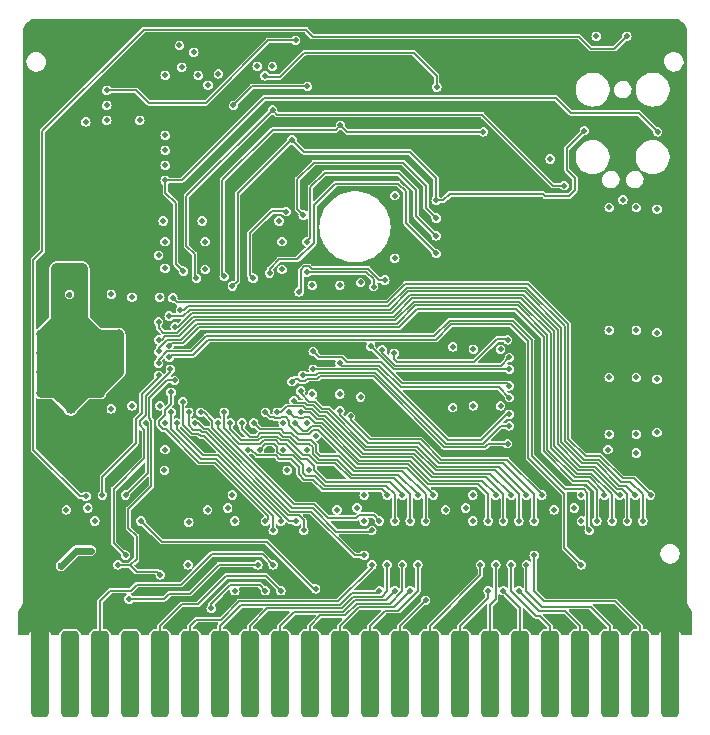
<source format=gbl>
G04 #@! TF.GenerationSoftware,KiCad,Pcbnew,7.0.10*
G04 #@! TF.CreationDate,2024-03-18T18:47:05-04:00*
G04 #@! TF.ProjectId,GW4302,47573433-3032-42e6-9b69-6361645f7063,0.1*
G04 #@! TF.SameCoordinates,Original*
G04 #@! TF.FileFunction,Copper,L4,Bot*
G04 #@! TF.FilePolarity,Positive*
%FSLAX46Y46*%
G04 Gerber Fmt 4.6, Leading zero omitted, Abs format (unit mm)*
G04 Created by KiCad (PCBNEW 7.0.10) date 2024-03-18 18:47:05*
%MOMM*%
%LPD*%
G01*
G04 APERTURE LIST*
G04 Aperture macros list*
%AMRoundRect*
0 Rectangle with rounded corners*
0 $1 Rounding radius*
0 $2 $3 $4 $5 $6 $7 $8 $9 X,Y pos of 4 corners*
0 Add a 4 corners polygon primitive as box body*
4,1,4,$2,$3,$4,$5,$6,$7,$8,$9,$2,$3,0*
0 Add four circle primitives for the rounded corners*
1,1,$1+$1,$2,$3*
1,1,$1+$1,$4,$5*
1,1,$1+$1,$6,$7*
1,1,$1+$1,$8,$9*
0 Add four rect primitives between the rounded corners*
20,1,$1+$1,$2,$3,$4,$5,0*
20,1,$1+$1,$4,$5,$6,$7,0*
20,1,$1+$1,$6,$7,$8,$9,0*
20,1,$1+$1,$8,$9,$2,$3,0*%
G04 Aperture macros list end*
G04 #@! TA.AperFunction,ComponentPad*
%ADD10C,2.000000*%
G04 #@! TD*
G04 #@! TA.AperFunction,SMDPad,CuDef*
%ADD11RoundRect,0.381000X0.381000X3.289000X-0.381000X3.289000X-0.381000X-3.289000X0.381000X-3.289000X0*%
G04 #@! TD*
G04 #@! TA.AperFunction,ViaPad*
%ADD12C,0.600000*%
G04 #@! TD*
G04 #@! TA.AperFunction,ViaPad*
%ADD13C,0.500000*%
G04 #@! TD*
G04 #@! TA.AperFunction,ViaPad*
%ADD14C,1.000000*%
G04 #@! TD*
G04 #@! TA.AperFunction,ViaPad*
%ADD15C,0.800000*%
G04 #@! TD*
G04 #@! TA.AperFunction,Conductor*
%ADD16C,0.600000*%
G04 #@! TD*
G04 #@! TA.AperFunction,Conductor*
%ADD17C,1.524000*%
G04 #@! TD*
G04 #@! TA.AperFunction,Conductor*
%ADD18C,0.800000*%
G04 #@! TD*
G04 #@! TA.AperFunction,Conductor*
%ADD19C,1.000000*%
G04 #@! TD*
G04 #@! TA.AperFunction,Conductor*
%ADD20C,0.150000*%
G04 #@! TD*
G04 APERTURE END LIST*
D10*
X105410000Y-88011000D03*
X158750000Y-88011000D03*
D11*
X158750000Y-93118000D03*
X156210000Y-93118000D03*
X153670000Y-93118000D03*
X151130000Y-93118000D03*
X148590000Y-93118000D03*
X146050000Y-93118000D03*
X143510000Y-93118000D03*
X140970000Y-93118000D03*
X138430000Y-93118000D03*
X135890000Y-93118000D03*
X133350000Y-93118000D03*
X130810000Y-93118000D03*
X128270000Y-93118000D03*
X125730000Y-93118000D03*
X123190000Y-93118000D03*
X120650000Y-93118000D03*
X118110000Y-93118000D03*
X115570000Y-93118000D03*
X113030000Y-93118000D03*
X110490000Y-93118000D03*
X107950000Y-93118000D03*
X105410000Y-93118000D03*
D12*
X109700000Y-82650000D03*
X107188000Y-83947000D03*
D13*
X109220000Y-89408000D03*
X111760000Y-89408000D03*
X106680000Y-89408000D03*
X104140000Y-89408000D03*
X114300000Y-89408000D03*
X116840000Y-89408000D03*
X119380000Y-89408000D03*
X121920000Y-89408000D03*
X124460000Y-89408000D03*
X127000000Y-89408000D03*
X129540000Y-89408000D03*
X132080000Y-89408000D03*
X134620000Y-89408000D03*
X137160000Y-89408000D03*
X139700000Y-89408000D03*
X142240000Y-89408000D03*
X144780000Y-89408000D03*
X147320000Y-89408000D03*
X149860000Y-89408000D03*
X152400000Y-89408000D03*
X154940000Y-89408000D03*
X157480000Y-89408000D03*
X160020000Y-89408000D03*
X104330500Y-79438500D03*
X147900000Y-83850000D03*
X147900000Y-86050000D03*
X148500000Y-84950000D03*
X139300000Y-84950000D03*
X138700000Y-83850000D03*
X138700000Y-86050000D03*
X150650000Y-80550000D03*
X148950000Y-80400000D03*
X130550000Y-80400000D03*
X132250000Y-80550000D03*
X121300000Y-80550000D03*
X119600000Y-80400000D03*
X144400000Y-72800000D03*
X144400000Y-68000000D03*
X144400000Y-64000000D03*
X144400000Y-53600000D03*
X153600000Y-70400000D03*
X153600000Y-65600000D03*
X157650000Y-54950000D03*
X157650000Y-65400000D03*
X157650000Y-69350000D03*
X157650000Y-71450000D03*
X129350000Y-74150000D03*
X129350000Y-75850000D03*
X124460000Y-37973000D03*
X142430500Y-37973000D03*
X121729500Y-37973000D03*
X116649500Y-37973000D03*
X106489500Y-37973000D03*
X132550000Y-61150000D03*
X126600000Y-56500000D03*
X126850000Y-54750000D03*
X120350000Y-54750000D03*
X120100000Y-56500000D03*
X113200000Y-61900000D03*
X111450000Y-62150000D03*
X114650000Y-54750000D03*
X114650000Y-56450000D03*
X113200000Y-69700000D03*
X111450000Y-69450000D03*
X107900000Y-61000000D03*
X110350000Y-63200000D03*
X105450000Y-63200000D03*
X128450000Y-60900000D03*
X126600000Y-58850000D03*
X120100000Y-58850000D03*
X115550000Y-61900000D03*
X115550000Y-69700000D03*
X142100000Y-68000000D03*
X142100000Y-64000000D03*
X142100000Y-53600000D03*
X155900000Y-65600000D03*
X155900000Y-70400000D03*
X140350000Y-64200000D03*
X138750000Y-65800000D03*
X119800000Y-51900000D03*
X159829500Y-54038500D03*
X159829500Y-59118500D03*
X159829500Y-64198500D03*
X159829500Y-69278500D03*
X159829500Y-74358500D03*
X159829500Y-79438500D03*
X159829500Y-84518500D03*
X104330500Y-74358500D03*
X104330500Y-69278500D03*
X104330500Y-64198500D03*
X104330500Y-54038500D03*
X104330500Y-59118500D03*
X104330500Y-43878500D03*
X104330500Y-48958500D03*
X127850000Y-41900000D03*
X130800000Y-76350000D03*
X133900000Y-68850000D03*
X137750000Y-72750000D03*
X141750000Y-69300000D03*
X139600000Y-74400000D03*
X133550000Y-72750000D03*
X141900000Y-58100000D03*
X126200000Y-49050000D03*
X141850000Y-46450000D03*
X132500000Y-46400000D03*
X140050000Y-62700000D03*
X147550000Y-66800000D03*
X147550000Y-69200000D03*
X147550000Y-71600000D03*
X147550000Y-74450000D03*
X146250000Y-68000000D03*
X146250000Y-72800000D03*
X146250000Y-70400000D03*
X146250000Y-65550000D03*
X150650000Y-68000000D03*
X150650000Y-72800000D03*
X150650000Y-70400000D03*
X150650000Y-65550000D03*
X120850000Y-77950000D03*
X136400000Y-67900000D03*
X136650000Y-69300000D03*
X141400000Y-55800000D03*
X118300000Y-56350000D03*
X121400000Y-86550000D03*
X118000000Y-65300000D03*
X119850000Y-65300000D03*
X122550000Y-80950000D03*
X109500000Y-49550600D03*
X129550000Y-43450000D03*
X149550000Y-47150000D03*
X147400000Y-49500000D03*
X155950000Y-71450000D03*
X117100000Y-52750000D03*
X122150000Y-40050000D03*
X118950000Y-75800000D03*
X130000000Y-45000000D03*
X142050000Y-71750000D03*
X113700000Y-74100000D03*
X153289000Y-46164500D03*
X117150000Y-74150000D03*
X118650000Y-86550000D03*
X113855500Y-42418000D03*
X157670500Y-37973000D03*
X141350000Y-42550000D03*
X142150000Y-44900000D03*
X118745000Y-41084500D03*
X124400000Y-82450000D03*
X114050000Y-75750000D03*
X123800000Y-49050000D03*
X159829500Y-40068500D03*
X124900000Y-75850000D03*
X149950000Y-76850000D03*
X125000000Y-71850000D03*
X116078000Y-39878000D03*
X128350000Y-77150000D03*
X140350000Y-71750000D03*
X133650000Y-42350000D03*
X119500000Y-74100000D03*
X142100000Y-74400000D03*
X105100000Y-52150000D03*
X111061500Y-47561500D03*
X104330500Y-84518500D03*
X157100000Y-83850000D03*
X130800000Y-68700000D03*
X104330500Y-40068500D03*
X143250000Y-52950000D03*
X148590000Y-88340000D03*
X128350000Y-46450000D03*
X120523000Y-41084500D03*
D12*
X131850000Y-42400000D03*
D13*
X128350000Y-84950000D03*
X134800000Y-52250000D03*
X125800000Y-88050000D03*
X119500000Y-71850000D03*
X110350000Y-58800000D03*
X139750000Y-80400000D03*
X112400000Y-80850000D03*
X157100000Y-86050000D03*
X122000000Y-68300000D03*
X107650000Y-80400000D03*
X130800000Y-60900000D03*
X132550000Y-68450000D03*
X118950000Y-83200000D03*
X154450000Y-88000000D03*
X114046000Y-48133000D03*
X110500000Y-50650600D03*
X115700000Y-52750000D03*
X150550000Y-86400000D03*
X144400000Y-74400000D03*
D12*
X140100000Y-38600000D03*
D13*
X117100000Y-85000000D03*
X142100000Y-72800000D03*
X147510500Y-37973000D03*
X122800000Y-48500000D03*
X123100000Y-87750000D03*
X125000000Y-74100000D03*
X111150000Y-81450000D03*
X153500000Y-66800000D03*
X120450000Y-44450000D03*
X155950000Y-54950000D03*
X111061500Y-42418000D03*
X113650000Y-55600000D03*
X105450000Y-58800000D03*
X116078000Y-41656000D03*
X108750000Y-73700000D03*
X132200000Y-65450000D03*
X127750000Y-83850000D03*
X136550000Y-66050000D03*
X145550000Y-88050000D03*
X119634000Y-40132000D03*
X154950000Y-76050000D03*
X123850000Y-80950000D03*
X107800000Y-53950600D03*
X149500000Y-43950000D03*
X113950000Y-86050000D03*
X108000000Y-55700600D03*
X121650000Y-54600000D03*
X115050000Y-82000000D03*
D12*
X138050000Y-42450000D03*
D13*
X146450000Y-48650000D03*
X111569500Y-37973000D03*
X141450000Y-80550000D03*
X152590500Y-37973000D03*
X111500000Y-74100000D03*
X122650000Y-58950000D03*
X153035000Y-47625000D03*
X159829500Y-48958500D03*
X148150000Y-43800000D03*
X127700000Y-45250000D03*
X109350000Y-80400000D03*
X128450000Y-68700000D03*
X153500000Y-69200000D03*
X118999000Y-45593000D03*
X150649999Y-64300000D03*
X119900000Y-48050000D03*
X127750000Y-86050000D03*
X105450000Y-61000000D03*
X109283500Y-47561500D03*
D14*
X105700000Y-70600000D03*
D13*
X141850000Y-87450000D03*
X143000000Y-87750000D03*
X151850000Y-74100000D03*
X127700000Y-47550000D03*
X149550000Y-45650000D03*
X140150000Y-72800000D03*
X106800000Y-52850600D03*
X153500000Y-71600000D03*
X117150000Y-75850000D03*
X159829500Y-43878500D03*
X107750000Y-77750000D03*
X136250000Y-64000000D03*
X112300000Y-59850000D03*
X130900000Y-65800000D03*
X108750000Y-75900000D03*
X128270000Y-37973000D03*
X144050000Y-87750000D03*
X130250000Y-86250000D03*
X155300000Y-87150000D03*
X122250000Y-47300000D03*
D12*
X139550000Y-41150000D03*
D13*
X144400000Y-44950000D03*
X155950000Y-69350000D03*
X115750000Y-77250000D03*
D12*
X129800000Y-38600000D03*
D13*
X131250000Y-81550000D03*
X111500000Y-82650000D03*
X114550000Y-84950000D03*
D14*
X105700000Y-73900000D03*
D13*
X114800000Y-77950000D03*
X115950000Y-81350000D03*
X113950000Y-83850000D03*
X120650000Y-47300000D03*
X116000000Y-74100000D03*
X148950000Y-79200000D03*
X132850000Y-77950000D03*
X132850000Y-80150000D03*
X130550000Y-79200000D03*
X132250000Y-79050000D03*
X121300000Y-79050000D03*
X121900000Y-80150000D03*
X119600000Y-79200000D03*
X144400000Y-70400000D03*
X144400000Y-65600000D03*
X153600000Y-72800000D03*
X153600000Y-68000000D03*
X153600000Y-64000000D03*
X153600000Y-53600000D03*
X157650000Y-53750000D03*
X157650000Y-64200000D03*
X157650000Y-68150000D03*
X157650000Y-72650000D03*
X128000000Y-74100000D03*
X128150000Y-75850000D03*
X132550000Y-59950000D03*
X125900000Y-56500000D03*
X125650000Y-54750000D03*
X119150000Y-54750000D03*
X119400000Y-56500000D03*
X113200000Y-61200000D03*
X111450000Y-60950000D03*
X116000000Y-56500000D03*
X115850000Y-54750000D03*
X111450000Y-70650000D03*
X113200000Y-70400000D03*
X108950000Y-61000000D03*
X108950000Y-63200000D03*
X106850000Y-63200000D03*
D15*
X108750000Y-64350000D03*
X108750000Y-67550000D03*
X110500000Y-67550000D03*
X110500000Y-64350000D03*
X105500000Y-67550000D03*
X105500000Y-64350000D03*
X107250000Y-67550000D03*
X107250000Y-64350000D03*
X107250000Y-69300000D03*
X108750000Y-69300000D03*
X105500000Y-69300000D03*
X110500000Y-69300000D03*
X110500000Y-65950000D03*
X105500000Y-65950000D03*
X112100000Y-65950000D03*
X112100000Y-67550000D03*
X112100000Y-64350000D03*
D13*
X128450000Y-60200000D03*
X125900000Y-58850000D03*
X119400000Y-58850000D03*
X115550000Y-61200000D03*
X115550000Y-70400000D03*
X142100000Y-70400000D03*
X142100000Y-65600000D03*
X155900000Y-68000000D03*
X155900000Y-72800000D03*
X155900000Y-53600000D03*
X155900000Y-74400000D03*
X155900000Y-64000000D03*
X140350000Y-65400000D03*
X135450000Y-52600000D03*
X135450000Y-57900000D03*
X115950000Y-75850000D03*
X106850000Y-58800000D03*
X111061500Y-44958000D03*
X132550000Y-69650000D03*
X123800000Y-41650000D03*
X130800000Y-60200000D03*
X154749500Y-52959000D03*
X109450000Y-79050000D03*
X153500000Y-74100000D03*
X107900000Y-59900000D03*
X121900000Y-86050000D03*
X148600000Y-49500000D03*
X126000000Y-71850000D03*
X118808500Y-42418000D03*
X116014500Y-48768000D03*
X152500000Y-39100000D03*
X140350000Y-70550000D03*
X111061500Y-46228000D03*
X121700000Y-77950000D03*
X107650000Y-79200000D03*
X120523000Y-42291000D03*
D14*
X108000000Y-70600000D03*
D13*
X128000000Y-71850000D03*
X108950000Y-58800000D03*
X125095000Y-41656000D03*
X113855500Y-46228000D03*
X109283500Y-46355000D03*
X142050000Y-80150000D03*
X110050000Y-80150000D03*
X118000000Y-80250000D03*
X117221000Y-39878000D03*
X128750000Y-72950000D03*
X116000000Y-71850000D03*
X150650000Y-79050000D03*
X118427500Y-40449500D03*
X116014500Y-42418000D03*
X117950000Y-83850000D03*
X126350000Y-75850000D03*
X115450000Y-57650000D03*
X116014500Y-50038000D03*
X151250000Y-77950000D03*
X130800000Y-69400000D03*
X142050000Y-77950000D03*
X139750000Y-79200000D03*
X128450000Y-69400000D03*
X151250000Y-80150000D03*
X116000000Y-58750000D03*
X141450000Y-79050000D03*
X107900000Y-62100000D03*
X106850000Y-61000000D03*
X117411500Y-41719500D03*
X119634000Y-43243500D03*
X126000000Y-74100000D03*
X116014500Y-47498000D03*
X125150000Y-83850000D03*
X145300000Y-83850000D03*
X145950000Y-86050000D03*
X144000000Y-83850000D03*
X143350000Y-86050000D03*
X136100000Y-83850000D03*
X136750000Y-86050000D03*
X134150000Y-86050000D03*
X134800000Y-83850000D03*
X144650000Y-86050000D03*
X142700000Y-83850000D03*
X137400000Y-83850000D03*
X135450000Y-86050000D03*
X138050000Y-86850000D03*
X146600000Y-83850000D03*
X128750000Y-85900000D03*
X113950000Y-80150000D03*
X124500000Y-86050000D03*
X119900000Y-87550000D03*
X123850000Y-83850000D03*
X112950000Y-86750000D03*
X125800000Y-86050000D03*
X133500000Y-83850000D03*
X147250000Y-83050000D03*
X142950000Y-47200000D03*
X130850000Y-46650000D03*
X121000000Y-59450000D03*
X138950000Y-53000000D03*
X126750000Y-47900000D03*
X151500000Y-47100000D03*
X121700000Y-60250000D03*
X119000000Y-70950000D03*
X133500000Y-80950000D03*
X147900000Y-77950000D03*
X131700000Y-71300000D03*
X147250000Y-80150000D03*
X130800000Y-70800000D03*
X146600000Y-77950000D03*
X127500000Y-69150000D03*
X145950000Y-80150000D03*
X126900000Y-69950000D03*
X145300000Y-77950000D03*
X125500000Y-70950000D03*
X144650000Y-80150000D03*
X127500000Y-70950000D03*
X144000000Y-77950000D03*
X126500000Y-70950000D03*
X143350000Y-80150000D03*
X127000000Y-71850000D03*
X132850000Y-83050000D03*
X118500000Y-71850000D03*
X120500000Y-71850000D03*
X134150000Y-80150000D03*
X123000000Y-74100000D03*
X134800000Y-77950000D03*
X135450000Y-80150000D03*
X124000000Y-74100000D03*
X136100000Y-77950000D03*
X121000000Y-70950000D03*
X136750000Y-80150000D03*
X121500000Y-71850000D03*
X137400000Y-77950000D03*
X122500000Y-71850000D03*
X138050000Y-80150000D03*
X123500000Y-71850000D03*
X138700000Y-77950000D03*
X124500000Y-70950000D03*
X151900000Y-80950000D03*
X115450000Y-66800000D03*
X157100000Y-77950000D03*
X116650000Y-61250000D03*
X156450000Y-80150000D03*
X117300000Y-62300000D03*
X116350000Y-62800000D03*
X155800000Y-77950000D03*
X155150000Y-80150000D03*
X116850000Y-63700000D03*
X115450000Y-63300000D03*
X154500000Y-77950000D03*
X115450000Y-64800000D03*
X153850000Y-80150000D03*
X115450000Y-65800000D03*
X153200000Y-77950000D03*
X116350000Y-65300000D03*
X152550000Y-80150000D03*
X117500000Y-70050000D03*
X127100000Y-80150000D03*
X116500000Y-70950000D03*
X125150000Y-80950000D03*
X127750000Y-80950000D03*
X118000000Y-70950000D03*
X124500000Y-80150000D03*
X116500000Y-69250000D03*
X125800000Y-80150000D03*
X117000000Y-71850000D03*
X116450000Y-67300000D03*
X112650000Y-83050000D03*
X112650000Y-77950000D03*
X114350000Y-71850000D03*
X115450000Y-67800000D03*
X110700000Y-77950000D03*
X134600000Y-59750000D03*
X127350000Y-60750000D03*
X128000000Y-59100000D03*
X133650000Y-60300000D03*
X126250000Y-53950000D03*
X123450000Y-59600000D03*
X145000000Y-64800000D03*
X135400000Y-65950000D03*
X145150000Y-66300000D03*
X134400000Y-65650000D03*
X145150000Y-67300000D03*
X133400000Y-65350000D03*
X145150000Y-68700000D03*
X128550000Y-65800000D03*
X145150000Y-69700000D03*
X130800000Y-66800000D03*
X145150000Y-71100000D03*
X128550000Y-67300000D03*
X145150000Y-72100000D03*
X127650000Y-67800000D03*
X126750000Y-68350000D03*
X145000000Y-73600000D03*
X116800000Y-68250000D03*
X112000000Y-83850000D03*
X115600000Y-84700000D03*
X138950000Y-56000000D03*
X128000000Y-56500000D03*
X138950000Y-54500000D03*
X127700000Y-54250000D03*
X125100000Y-45350000D03*
X149800000Y-51750000D03*
X118650000Y-59600000D03*
X117550000Y-59000000D03*
X116014500Y-51308000D03*
X157700000Y-47200000D03*
X138950000Y-57500000D03*
X124850000Y-59150000D03*
X116350000Y-66300000D03*
X151250000Y-83850000D03*
X124450000Y-42450000D03*
X139000000Y-43400000D03*
X111061500Y-43688000D03*
X127050000Y-39450000D03*
X121793000Y-44958000D03*
X128050000Y-43350000D03*
X155100000Y-39100000D03*
X109300000Y-78050000D03*
D16*
X109700000Y-82650000D02*
X108485000Y-82650000D01*
X108485000Y-82650000D02*
X107188000Y-83947000D01*
D17*
X158750000Y-93118000D02*
X158750000Y-88011000D01*
X105410000Y-93118000D02*
X105410000Y-88011000D01*
D18*
X110500000Y-64350000D02*
X112100000Y-65950000D01*
X105500000Y-67550000D02*
X105600000Y-67550000D01*
X108750000Y-67550000D02*
X110500000Y-69300000D01*
X110500000Y-64350000D02*
X110250000Y-64350000D01*
D19*
X108950000Y-61250000D02*
X108950000Y-61000000D01*
D18*
X105500000Y-69300000D02*
X110500000Y-69300000D01*
X105500000Y-67550000D02*
X107250000Y-69300000D01*
D19*
X107900000Y-59900000D02*
X108100000Y-59900000D01*
D18*
X108750000Y-64350000D02*
X108900000Y-64350000D01*
X108750000Y-67550000D02*
X108900000Y-67550000D01*
D19*
X106850000Y-58850000D02*
X107900000Y-59900000D01*
D18*
X108750000Y-65850000D02*
X108750000Y-64350000D01*
D19*
X106850000Y-60350000D02*
X107100000Y-60100000D01*
D18*
X105500000Y-65950000D02*
X105500000Y-65300000D01*
D19*
X108950000Y-58800000D02*
X108950000Y-64150000D01*
X108950000Y-58800000D02*
X108950000Y-58850000D01*
X108100000Y-59900000D02*
X108950000Y-60750000D01*
D18*
X112100000Y-67550000D02*
X105500000Y-67550000D01*
D19*
X108300000Y-60100000D02*
X108950000Y-60750000D01*
X108750000Y-64350000D02*
X108750000Y-62950000D01*
D18*
X105500000Y-65300000D02*
X106000000Y-64800000D01*
X112100000Y-67550000D02*
X110500000Y-69150000D01*
X105650000Y-65950000D02*
X107250000Y-67550000D01*
X105500000Y-64350000D02*
X106850000Y-63000000D01*
D19*
X107000000Y-64100000D02*
X107000000Y-58950000D01*
X106850000Y-58800000D02*
X106850000Y-60350000D01*
X108800000Y-58950000D02*
X108950000Y-58800000D01*
D18*
X110350000Y-64350000D02*
X110500000Y-64350000D01*
D19*
X106850000Y-63200000D02*
X107600000Y-63200000D01*
X106850000Y-61000000D02*
X106850000Y-61250000D01*
D18*
X105500000Y-64350000D02*
X105500000Y-69300000D01*
X106700000Y-66450000D02*
X106700000Y-64750000D01*
X112100000Y-64350000D02*
X110500000Y-65950000D01*
X112100000Y-65950000D02*
X105500000Y-65950000D01*
D19*
X106850000Y-58800000D02*
X108950000Y-58800000D01*
D18*
X105500000Y-64350000D02*
X108000000Y-64350000D01*
D19*
X107000000Y-58950000D02*
X106850000Y-58800000D01*
D18*
X108900000Y-67550000D02*
X110500000Y-65950000D01*
X105500000Y-69300000D02*
X106700000Y-69300000D01*
X110500000Y-67550000D02*
X110350000Y-67550000D01*
X110500000Y-64350000D02*
X110500000Y-69300000D01*
D19*
X106850000Y-61250000D02*
X107500000Y-61900000D01*
D18*
X109300000Y-69300000D02*
X108000000Y-70600000D01*
X108000000Y-64350000D02*
X112100000Y-64350000D01*
D19*
X108300000Y-61900000D02*
X108950000Y-61250000D01*
D18*
X105600000Y-67550000D02*
X106700000Y-66450000D01*
X106700000Y-69300000D02*
X108000000Y-70600000D01*
D19*
X107600000Y-63200000D02*
X108750000Y-64350000D01*
D18*
X107250000Y-67550000D02*
X105500000Y-69300000D01*
D19*
X106850000Y-63200000D02*
X108950000Y-63200000D01*
D18*
X110500000Y-69300000D02*
X109300000Y-69300000D01*
X110500000Y-67550000D02*
X111000000Y-68050000D01*
D19*
X107500000Y-61900000D02*
X108300000Y-61900000D01*
D18*
X112100000Y-67550000D02*
X112100000Y-64350000D01*
D19*
X107250000Y-64350000D02*
X107250000Y-62750000D01*
D18*
X108950000Y-61000000D02*
X108950000Y-62950000D01*
X112100000Y-65950000D02*
X110500000Y-67550000D01*
D19*
X108950000Y-64150000D02*
X108750000Y-64350000D01*
D18*
X108000000Y-70600000D02*
X108000000Y-64350000D01*
D19*
X107100000Y-60100000D02*
X108300000Y-60100000D01*
D18*
X110350000Y-67550000D02*
X109150000Y-66350000D01*
D19*
X106850000Y-60750000D02*
X107500000Y-60100000D01*
D18*
X106850000Y-63000000D02*
X106850000Y-61000000D01*
X108950000Y-62950000D02*
X110350000Y-64350000D01*
D19*
X106850000Y-63950000D02*
X107250000Y-64350000D01*
X108950000Y-60750000D02*
X108950000Y-61000000D01*
X106850000Y-61000000D02*
X106850000Y-60750000D01*
X106850000Y-60350000D02*
X106850000Y-63950000D01*
X108750000Y-62950000D02*
X107900000Y-62100000D01*
X108750000Y-67550000D02*
X108800000Y-67500000D01*
X107250000Y-64350000D02*
X107000000Y-64100000D01*
D18*
X110500000Y-67550000D02*
X108750000Y-69300000D01*
X107250000Y-64350000D02*
X107250000Y-69300000D01*
D19*
X108800000Y-67500000D02*
X108800000Y-58950000D01*
X107250000Y-62750000D02*
X107900000Y-62100000D01*
D18*
X110500000Y-69150000D02*
X110500000Y-69300000D01*
X108900000Y-64350000D02*
X110500000Y-65950000D01*
D19*
X108950000Y-58850000D02*
X107900000Y-59900000D01*
D18*
X105500000Y-65950000D02*
X105650000Y-65950000D01*
X110500000Y-65950000D02*
X112100000Y-67550000D01*
X106700000Y-64750000D02*
X105500000Y-65950000D01*
D19*
X106850000Y-58800000D02*
X106850000Y-58850000D01*
D18*
X110250000Y-64350000D02*
X108750000Y-65850000D01*
X108750000Y-69300000D02*
X108750000Y-65850000D01*
D20*
X110490000Y-86910000D02*
X110490000Y-92506800D01*
X125150000Y-83850000D02*
X124250000Y-82950000D01*
X113100000Y-86050000D02*
X111350000Y-86050000D01*
X117350000Y-85550000D02*
X113600000Y-85550000D01*
X111350000Y-86050000D02*
X110490000Y-86910000D01*
X124250000Y-82950000D02*
X119950000Y-82950000D01*
X113600000Y-85550000D02*
X113100000Y-86050000D01*
X119950000Y-82950000D02*
X117350000Y-85550000D01*
X147763000Y-88200000D02*
X147400000Y-88200000D01*
X148590000Y-89027000D02*
X147763000Y-88200000D01*
X145300000Y-86100000D02*
X145300000Y-83850000D01*
X148590000Y-93118000D02*
X148590000Y-89027000D01*
X147400000Y-88200000D02*
X145300000Y-86100000D01*
X149903000Y-87800000D02*
X151130000Y-89027000D01*
X145950000Y-86100000D02*
X147650000Y-87800000D01*
X151130000Y-89027000D02*
X151130000Y-93118000D01*
X147650000Y-87800000D02*
X149903000Y-87800000D01*
X145950000Y-86050000D02*
X145950000Y-86100000D01*
X144000000Y-86750000D02*
X144000000Y-83850000D01*
X143510000Y-93118000D02*
X143510000Y-87240000D01*
X143510000Y-87240000D02*
X144000000Y-86750000D01*
X143350000Y-86647000D02*
X143350000Y-86050000D01*
X140970000Y-89027000D02*
X143350000Y-86647000D01*
X140970000Y-93118000D02*
X140970000Y-89027000D01*
X135050000Y-87150000D02*
X132225000Y-87150000D01*
X131225000Y-88150000D02*
X129147000Y-88150000D01*
X136100000Y-83850000D02*
X136100000Y-86100000D01*
X136100000Y-86100000D02*
X135050000Y-87150000D01*
X132225000Y-87150000D02*
X131225000Y-88150000D01*
X128270000Y-89027000D02*
X128270000Y-93118000D01*
X129147000Y-88150000D02*
X128270000Y-89027000D01*
X136750000Y-86100000D02*
X136750000Y-86050000D01*
X132387000Y-87450000D02*
X135400000Y-87450000D01*
X130810000Y-89027000D02*
X132387000Y-87450000D01*
X130810000Y-93118000D02*
X130810000Y-89027000D01*
X135400000Y-87450000D02*
X136750000Y-86100000D01*
X133950000Y-86250000D02*
X131800000Y-86250000D01*
X130800000Y-87250000D02*
X122427000Y-87250000D01*
X120650000Y-89027000D02*
X120650000Y-93118000D01*
X122427000Y-87250000D02*
X120650000Y-89027000D01*
X131800000Y-86250000D02*
X130800000Y-87250000D01*
X134150000Y-86050000D02*
X133950000Y-86250000D01*
X134800000Y-86100000D02*
X134800000Y-83850000D01*
X131950000Y-86550000D02*
X134350000Y-86550000D01*
X123190000Y-89027000D02*
X124667000Y-87550000D01*
X130950000Y-87550000D02*
X131950000Y-86550000D01*
X134350000Y-86550000D02*
X134800000Y-86100000D01*
X124667000Y-87550000D02*
X130950000Y-87550000D01*
X123190000Y-93118000D02*
X123190000Y-89027000D01*
X146050000Y-93118000D02*
X146050000Y-87500000D01*
X146050000Y-87500000D02*
X144650000Y-86100000D01*
X144650000Y-86100000D02*
X144650000Y-86050000D01*
X142700000Y-84757000D02*
X142700000Y-83850000D01*
X138430000Y-89027000D02*
X142700000Y-84757000D01*
X138430000Y-93118000D02*
X138430000Y-89027000D01*
X135750000Y-87750000D02*
X134627000Y-87750000D01*
X133350000Y-89027000D02*
X133350000Y-93118000D01*
X137400000Y-86100000D02*
X135750000Y-87750000D01*
X137400000Y-83850000D02*
X137400000Y-86100000D01*
X134627000Y-87750000D02*
X133350000Y-89027000D01*
X135450000Y-86050000D02*
X135450000Y-86100000D01*
X125730000Y-89027000D02*
X125730000Y-93118000D01*
X132100000Y-86850000D02*
X131100000Y-87850000D01*
X134700000Y-86850000D02*
X132100000Y-86850000D01*
X131100000Y-87850000D02*
X126907000Y-87850000D01*
X135450000Y-86100000D02*
X134700000Y-86850000D01*
X126907000Y-87850000D02*
X125730000Y-89027000D01*
X135890000Y-89027000D02*
X138050000Y-86867000D01*
X138050000Y-86867000D02*
X138050000Y-86850000D01*
X135890000Y-93118000D02*
X135890000Y-89027000D01*
X153670000Y-89027000D02*
X153670000Y-93118000D01*
X147900000Y-87400000D02*
X152043000Y-87400000D01*
X152043000Y-87400000D02*
X153670000Y-89027000D01*
X146600000Y-83850000D02*
X146600000Y-86100000D01*
X146600000Y-86100000D02*
X147900000Y-87400000D01*
X124600000Y-81900000D02*
X128600000Y-85900000D01*
X115700000Y-81900000D02*
X124600000Y-81900000D01*
X128600000Y-85900000D02*
X128750000Y-85900000D01*
X113950000Y-80150000D02*
X115700000Y-81900000D01*
X121500000Y-85550000D02*
X119900000Y-87150000D01*
X119900000Y-87150000D02*
X119900000Y-87550000D01*
X124000000Y-85550000D02*
X121500000Y-85550000D01*
X124500000Y-86050000D02*
X124000000Y-85550000D01*
X118100000Y-86300000D02*
X120550000Y-83850000D01*
X115900000Y-86750000D02*
X116350000Y-86300000D01*
X120550000Y-83850000D02*
X123850000Y-83850000D01*
X112950000Y-86750000D02*
X115900000Y-86750000D01*
X116350000Y-86300000D02*
X118100000Y-86300000D01*
X125800000Y-86050000D02*
X124550000Y-84800000D01*
X121200000Y-84800000D02*
X118800000Y-87200000D01*
X124550000Y-84800000D02*
X121200000Y-84800000D01*
X117397000Y-87200000D02*
X115570000Y-89027000D01*
X115570000Y-89027000D02*
X115570000Y-93118000D01*
X118800000Y-87200000D02*
X117397000Y-87200000D01*
X133500000Y-84100000D02*
X133500000Y-83850000D01*
X122282500Y-86950000D02*
X130650000Y-86950000D01*
X118110000Y-93118000D02*
X118110000Y-89027000D01*
X118110000Y-89027000D02*
X118637000Y-88500000D01*
X130650000Y-86950000D02*
X133500000Y-84100000D01*
X118637000Y-88500000D02*
X120732500Y-88500000D01*
X120732500Y-88500000D02*
X122282500Y-86950000D01*
X156210000Y-89027000D02*
X156210000Y-92506800D01*
X147250000Y-86100000D02*
X148100000Y-86950000D01*
X148100000Y-86950000D02*
X154133000Y-86950000D01*
X147250000Y-83050000D02*
X147250000Y-86100000D01*
X154133000Y-86950000D02*
X156210000Y-89027000D01*
X130850000Y-46650000D02*
X130450000Y-47050000D01*
X125100000Y-47050000D02*
X120850000Y-51300000D01*
X130450000Y-47050000D02*
X125100000Y-47050000D01*
X120850000Y-51300000D02*
X120850000Y-59300000D01*
X120850000Y-59300000D02*
X121000000Y-59450000D01*
X131400000Y-47200000D02*
X130850000Y-46650000D01*
X142950000Y-47200000D02*
X131400000Y-47200000D01*
X138950000Y-51100000D02*
X138950000Y-53000000D01*
X136750000Y-48900000D02*
X138950000Y-51100000D01*
X122150000Y-59800000D02*
X122150000Y-52400000D01*
X126750000Y-47900000D02*
X127750000Y-48900000D01*
X150000000Y-48600000D02*
X150000000Y-50400000D01*
X140100000Y-52450000D02*
X139550000Y-53000000D01*
X150700000Y-52150000D02*
X150200000Y-52650000D01*
X150000000Y-50400000D02*
X150700000Y-51100000D01*
X121700000Y-60250000D02*
X122150000Y-59800000D01*
X127750000Y-48900000D02*
X136750000Y-48900000D01*
X150700000Y-51100000D02*
X150700000Y-52150000D01*
X122150000Y-52400000D02*
X126650000Y-47900000D01*
X139550000Y-53000000D02*
X138950000Y-53000000D01*
X151500000Y-47100000D02*
X150000000Y-48600000D01*
X147975000Y-52450000D02*
X140100000Y-52450000D01*
X150200000Y-52650000D02*
X148175000Y-52650000D01*
X126650000Y-47900000D02*
X126750000Y-47900000D01*
X148175000Y-52650000D02*
X147975000Y-52450000D01*
X130500000Y-81050000D02*
X133400000Y-81050000D01*
X119000000Y-70950000D02*
X119300000Y-70950000D01*
X119300000Y-70950000D02*
X120000000Y-71650000D01*
X128500000Y-79050000D02*
X130500000Y-81050000D01*
X120000000Y-72300000D02*
X126750000Y-79050000D01*
X120000000Y-71650000D02*
X120000000Y-72300000D01*
X126750000Y-79050000D02*
X128500000Y-79050000D01*
X133400000Y-81050000D02*
X133500000Y-80950000D01*
X133350000Y-73250000D02*
X131700000Y-71600000D01*
X131700000Y-71600000D02*
X131700000Y-71300000D01*
X144950000Y-74950000D02*
X139350000Y-74950000D01*
X139350000Y-74950000D02*
X137650000Y-73250000D01*
X137650000Y-73250000D02*
X133350000Y-73250000D01*
X147900000Y-77900000D02*
X144950000Y-74950000D01*
X147900000Y-77950000D02*
X147900000Y-77900000D01*
X130800000Y-71150000D02*
X133200000Y-73550000D01*
X139200000Y-75250000D02*
X144600000Y-75250000D01*
X130800000Y-70800000D02*
X130800000Y-71150000D01*
X133200000Y-73550000D02*
X137500000Y-73550000D01*
X137500000Y-73550000D02*
X139200000Y-75250000D01*
X144600000Y-75250000D02*
X147250000Y-77900000D01*
X147250000Y-77900000D02*
X147250000Y-80150000D01*
X128200000Y-70050000D02*
X127500000Y-69350000D01*
X128700000Y-70050000D02*
X128200000Y-70050000D01*
X129850000Y-70650000D02*
X129300000Y-70650000D01*
X146600000Y-77950000D02*
X146600000Y-77900000D01*
X127500000Y-69350000D02*
X127500000Y-69150000D01*
X129300000Y-70650000D02*
X128700000Y-70050000D01*
X144250000Y-75550000D02*
X139050000Y-75550000D01*
X146600000Y-77900000D02*
X144250000Y-75550000D01*
X137350000Y-73850000D02*
X133050000Y-73850000D01*
X139050000Y-75550000D02*
X137350000Y-73850000D01*
X133050000Y-73850000D02*
X129850000Y-70650000D01*
X145950000Y-77900000D02*
X145950000Y-80150000D01*
X127100000Y-70150000D02*
X127850000Y-70150000D01*
X129150000Y-70950000D02*
X129700000Y-70950000D01*
X128050000Y-70350000D02*
X128550000Y-70350000D01*
X132900000Y-74150000D02*
X137200000Y-74150000D01*
X143900000Y-75850000D02*
X145950000Y-77900000D01*
X129700000Y-70950000D02*
X132900000Y-74150000D01*
X127850000Y-70150000D02*
X128050000Y-70350000D01*
X126900000Y-69950000D02*
X127100000Y-70150000D01*
X138900000Y-75850000D02*
X143900000Y-75850000D01*
X137200000Y-74150000D02*
X138900000Y-75850000D01*
X128550000Y-70350000D02*
X129150000Y-70950000D01*
X125800000Y-70950000D02*
X125500000Y-70950000D01*
X143550000Y-76150000D02*
X138750000Y-76150000D01*
X132750000Y-74450000D02*
X129550000Y-71250000D01*
X129550000Y-71250000D02*
X129000000Y-71250000D01*
X126300000Y-70450000D02*
X125800000Y-70950000D01*
X127700000Y-70450000D02*
X126300000Y-70450000D01*
X137050000Y-74450000D02*
X132750000Y-74450000D01*
X138750000Y-76150000D02*
X137050000Y-74450000D01*
X145300000Y-77950000D02*
X145300000Y-77900000D01*
X127900000Y-70650000D02*
X127700000Y-70450000D01*
X128400000Y-70650000D02*
X127900000Y-70650000D01*
X145300000Y-77900000D02*
X143550000Y-76150000D01*
X129000000Y-71250000D02*
X128400000Y-70650000D01*
X136900000Y-74750000D02*
X138600000Y-76450000D01*
X143200000Y-76450000D02*
X144650000Y-77900000D01*
X132600000Y-74750000D02*
X136900000Y-74750000D01*
X138600000Y-76450000D02*
X143200000Y-76450000D01*
X128250000Y-70950000D02*
X128850000Y-71550000D01*
X128850000Y-71550000D02*
X129400000Y-71550000D01*
X144650000Y-77900000D02*
X144650000Y-80150000D01*
X129400000Y-71550000D02*
X132600000Y-74750000D01*
X127500000Y-70950000D02*
X128250000Y-70950000D01*
X127300000Y-71450000D02*
X127200000Y-71350000D01*
X127800000Y-71350000D02*
X127700000Y-71450000D01*
X136750000Y-75050000D02*
X132450000Y-75050000D01*
X138450000Y-76750000D02*
X136750000Y-75050000D01*
X127200000Y-71350000D02*
X126900000Y-71350000D01*
X142850000Y-76750000D02*
X138450000Y-76750000D01*
X128700000Y-71850000D02*
X128200000Y-71350000D01*
X127700000Y-71450000D02*
X127300000Y-71450000D01*
X144000000Y-77900000D02*
X142850000Y-76750000D01*
X128200000Y-71350000D02*
X127800000Y-71350000D01*
X129250000Y-71850000D02*
X128700000Y-71850000D01*
X126900000Y-71350000D02*
X126500000Y-70950000D01*
X132450000Y-75050000D02*
X129250000Y-71850000D01*
X144000000Y-77950000D02*
X144000000Y-77900000D01*
X142500000Y-77050000D02*
X143350000Y-77900000D01*
X127650000Y-72500000D02*
X128050000Y-72500000D01*
X127000000Y-71850000D02*
X127650000Y-72500000D01*
X128400000Y-72150000D02*
X129100000Y-72150000D01*
X138300000Y-77050000D02*
X142500000Y-77050000D01*
X129100000Y-72150000D02*
X132300000Y-75350000D01*
X132300000Y-75350000D02*
X136600000Y-75350000D01*
X128050000Y-72500000D02*
X128400000Y-72150000D01*
X136600000Y-75350000D02*
X138300000Y-77050000D01*
X143350000Y-77900000D02*
X143350000Y-80150000D01*
X119300000Y-72350000D02*
X118800000Y-71850000D01*
X128350000Y-79350000D02*
X126600000Y-79350000D01*
X132850000Y-83050000D02*
X132050000Y-83050000D01*
X132050000Y-83050000D02*
X128350000Y-79350000D01*
X126600000Y-79350000D02*
X119600000Y-72350000D01*
X119600000Y-72350000D02*
X119300000Y-72350000D01*
X118800000Y-71850000D02*
X118500000Y-71850000D01*
X132450000Y-79650000D02*
X132200000Y-79900000D01*
X128650000Y-78750000D02*
X129800000Y-79900000D01*
X132200000Y-79900000D02*
X129800000Y-79900000D01*
X120500000Y-71850000D02*
X120500000Y-72300000D01*
X134150000Y-80150000D02*
X133650000Y-79650000D01*
X126950000Y-78750000D02*
X128650000Y-78750000D01*
X133650000Y-79650000D02*
X132450000Y-79650000D01*
X120500000Y-72300000D02*
X126950000Y-78750000D01*
X128550000Y-76650000D02*
X129350000Y-77450000D01*
X127800000Y-76650000D02*
X128550000Y-76650000D01*
X127350000Y-76200000D02*
X127800000Y-76650000D01*
X123812139Y-74600000D02*
X125350000Y-74600000D01*
X123000000Y-74100000D02*
X123312139Y-74100000D01*
X127350000Y-75600000D02*
X127350000Y-76200000D01*
X123312139Y-74100000D02*
X123812139Y-74600000D01*
X125350000Y-74600000D02*
X125650000Y-74900000D01*
X134350000Y-77450000D02*
X134800000Y-77900000D01*
X134800000Y-77900000D02*
X134800000Y-77950000D01*
X125650000Y-74900000D02*
X126650000Y-74900000D01*
X126650000Y-74900000D02*
X127350000Y-75600000D01*
X129350000Y-77450000D02*
X134350000Y-77450000D01*
X124500000Y-73600000D02*
X125200000Y-73600000D01*
X125200000Y-73600000D02*
X125500000Y-73900000D01*
X126800000Y-74600000D02*
X127650000Y-75450000D01*
X125800000Y-74600000D02*
X126800000Y-74600000D01*
X124000000Y-74100000D02*
X124500000Y-73600000D01*
X134700000Y-77150000D02*
X135450000Y-77900000D01*
X127950000Y-76350000D02*
X128700000Y-76350000D01*
X127650000Y-75450000D02*
X127650000Y-76050000D01*
X128700000Y-76350000D02*
X129500000Y-77150000D01*
X125500000Y-74300000D02*
X125800000Y-74600000D01*
X127650000Y-76050000D02*
X127950000Y-76350000D01*
X135450000Y-77900000D02*
X135450000Y-80150000D01*
X129500000Y-77150000D02*
X134700000Y-77150000D01*
X125500000Y-73900000D02*
X125500000Y-74300000D01*
X124350000Y-73300000D02*
X125350000Y-73300000D01*
X136100000Y-77900000D02*
X136100000Y-77950000D01*
X126250000Y-73600000D02*
X127550000Y-74900000D01*
X125350000Y-73300000D02*
X125650000Y-73600000D01*
X124050000Y-73600000D02*
X124350000Y-73300000D01*
X128650000Y-75850000D02*
X129650000Y-76850000D01*
X122300000Y-73600000D02*
X124050000Y-73600000D01*
X128050000Y-74900000D02*
X128650000Y-75500000D01*
X121000000Y-72300000D02*
X122300000Y-73600000D01*
X125650000Y-73600000D02*
X126250000Y-73600000D01*
X127550000Y-74900000D02*
X128050000Y-74900000D01*
X128650000Y-75500000D02*
X128650000Y-75850000D01*
X129650000Y-76850000D02*
X135050000Y-76850000D01*
X121000000Y-70950000D02*
X121000000Y-72300000D01*
X135050000Y-76850000D02*
X136100000Y-77900000D01*
X136750000Y-77900000D02*
X135400000Y-76550000D01*
X131700000Y-76550000D02*
X130400000Y-75250000D01*
X121500000Y-72350000D02*
X121500000Y-71850000D01*
X125800000Y-73300000D02*
X125500000Y-73000000D01*
X135400000Y-76550000D02*
X131700000Y-76550000D01*
X128200000Y-74600000D02*
X127700000Y-74600000D01*
X127700000Y-74600000D02*
X126400000Y-73300000D01*
X123900000Y-73300000D02*
X122450000Y-73300000D01*
X124200000Y-73000000D02*
X123900000Y-73300000D01*
X130400000Y-75250000D02*
X128850000Y-75250000D01*
X125500000Y-73000000D02*
X124200000Y-73000000D01*
X128850000Y-75250000D02*
X128200000Y-74600000D01*
X126400000Y-73300000D02*
X125800000Y-73300000D01*
X136750000Y-80150000D02*
X136750000Y-77900000D01*
X122450000Y-73300000D02*
X121500000Y-72350000D01*
X128200000Y-73600000D02*
X128500000Y-73900000D01*
X126550000Y-73000000D02*
X127150000Y-73600000D01*
X124050000Y-72700000D02*
X125650000Y-72700000D01*
X122500000Y-71850000D02*
X122500000Y-72350000D01*
X127150000Y-73600000D02*
X128200000Y-73600000D01*
X135750000Y-76250000D02*
X137400000Y-77900000D01*
X123150000Y-73000000D02*
X123750000Y-73000000D01*
X123750000Y-73000000D02*
X124050000Y-72700000D01*
X129000000Y-74950000D02*
X130550000Y-74950000D01*
X131850000Y-76250000D02*
X135750000Y-76250000D01*
X128500000Y-74450000D02*
X129000000Y-74950000D01*
X122500000Y-72350000D02*
X123150000Y-73000000D01*
X137400000Y-77900000D02*
X137400000Y-77950000D01*
X125950000Y-73000000D02*
X126550000Y-73000000D01*
X125650000Y-72700000D02*
X125950000Y-73000000D01*
X128500000Y-73900000D02*
X128500000Y-74450000D01*
X130550000Y-74950000D02*
X131850000Y-76250000D01*
X138050000Y-77900000D02*
X138050000Y-80150000D01*
X127300000Y-73300000D02*
X128350000Y-73300000D01*
X130700000Y-74650000D02*
X132000000Y-75950000D01*
X125800000Y-72400000D02*
X126100000Y-72700000D01*
X136100000Y-75950000D02*
X138050000Y-77900000D01*
X129150000Y-74650000D02*
X130700000Y-74650000D01*
X128350000Y-73300000D02*
X128800000Y-73750000D01*
X128800000Y-73750000D02*
X128800000Y-74300000D01*
X126100000Y-72700000D02*
X126700000Y-72700000D01*
X123500000Y-71850000D02*
X124050000Y-72400000D01*
X124050000Y-72400000D02*
X125800000Y-72400000D01*
X132000000Y-75950000D02*
X136100000Y-75950000D01*
X128800000Y-74300000D02*
X129150000Y-74650000D01*
X126700000Y-72700000D02*
X127300000Y-73300000D01*
X127250000Y-72800000D02*
X126500000Y-72050000D01*
X125800000Y-71350000D02*
X125700000Y-71450000D01*
X132150000Y-75650000D02*
X128950000Y-72450000D01*
X128950000Y-72450000D02*
X128550000Y-72450000D01*
X138700000Y-77900000D02*
X136450000Y-75650000D01*
X125300000Y-71450000D02*
X125200000Y-71350000D01*
X125200000Y-71350000D02*
X124900000Y-71350000D01*
X136450000Y-75650000D02*
X132150000Y-75650000D01*
X128550000Y-72450000D02*
X128200000Y-72800000D01*
X126500000Y-72050000D02*
X126500000Y-71650000D01*
X138700000Y-77950000D02*
X138700000Y-77900000D01*
X124900000Y-71350000D02*
X124500000Y-70950000D01*
X125700000Y-71450000D02*
X125300000Y-71450000D01*
X128200000Y-72800000D02*
X127250000Y-72800000D01*
X126200000Y-71350000D02*
X125800000Y-71350000D01*
X126500000Y-71650000D02*
X126200000Y-71350000D01*
X151450000Y-77450000D02*
X151750000Y-77750000D01*
X149850000Y-77450000D02*
X151450000Y-77450000D01*
X116150000Y-65800000D02*
X118200000Y-65800000D01*
X147050000Y-74650000D02*
X149850000Y-77450000D01*
X151750000Y-77750000D02*
X151750000Y-80800000D01*
X119500000Y-64500000D02*
X138800000Y-64500000D01*
X118200000Y-65800000D02*
X119500000Y-64500000D01*
X140100000Y-63200000D02*
X145450000Y-63200000D01*
X138800000Y-64500000D02*
X140100000Y-63200000D01*
X115450000Y-66500000D02*
X116150000Y-65800000D01*
X151750000Y-80800000D02*
X151900000Y-80950000D01*
X147050000Y-64800000D02*
X147050000Y-74650000D01*
X145450000Y-63200000D02*
X147050000Y-64800000D01*
X115450000Y-66800000D02*
X115450000Y-66500000D01*
X150150000Y-73200000D02*
X151600000Y-74650000D01*
X150150000Y-63500000D02*
X150150000Y-73200000D01*
X154750000Y-76550000D02*
X155700000Y-76550000D01*
X155700000Y-76550000D02*
X157100000Y-77950000D01*
X152850000Y-74650000D02*
X154750000Y-76550000D01*
X116650000Y-61250000D02*
X117050000Y-61650000D01*
X136300000Y-60100000D02*
X146750000Y-60100000D01*
X117050000Y-61650000D02*
X134750000Y-61650000D01*
X134750000Y-61650000D02*
X136300000Y-60100000D01*
X151600000Y-74650000D02*
X152850000Y-74650000D01*
X146750000Y-60100000D02*
X150150000Y-63500000D01*
X117950000Y-61950000D02*
X134900000Y-61950000D01*
X117600000Y-62300000D02*
X117950000Y-61950000D01*
X151450000Y-74950000D02*
X152700000Y-74950000D01*
X149850000Y-63650000D02*
X149850000Y-73350000D01*
X149850000Y-73350000D02*
X151450000Y-74950000D01*
X155400000Y-76850000D02*
X156450000Y-77900000D01*
X156450000Y-77900000D02*
X156450000Y-80150000D01*
X146600000Y-60400000D02*
X149850000Y-63650000D01*
X152700000Y-74950000D02*
X154600000Y-76850000D01*
X134900000Y-61950000D02*
X136450000Y-60400000D01*
X117300000Y-62300000D02*
X117600000Y-62300000D01*
X154600000Y-76850000D02*
X155400000Y-76850000D01*
X136450000Y-60400000D02*
X146600000Y-60400000D01*
X135050000Y-62250000D02*
X136600000Y-60700000D01*
X117550000Y-62800000D02*
X118100000Y-62250000D01*
X151300000Y-75250000D02*
X152550000Y-75250000D01*
X154450000Y-77150000D02*
X155000000Y-77150000D01*
X149550000Y-63800000D02*
X149550000Y-73500000D01*
X155000000Y-77150000D02*
X155800000Y-77950000D01*
X118100000Y-62250000D02*
X135050000Y-62250000D01*
X146450000Y-60700000D02*
X149550000Y-63800000D01*
X116350000Y-62800000D02*
X117550000Y-62800000D01*
X152550000Y-75250000D02*
X154450000Y-77150000D01*
X136600000Y-60700000D02*
X146450000Y-60700000D01*
X149550000Y-73500000D02*
X151300000Y-75250000D01*
X117100000Y-63700000D02*
X116850000Y-63700000D01*
X154300000Y-77450000D02*
X152400000Y-75550000D01*
X146300000Y-61000000D02*
X136750000Y-61000000D01*
X155150000Y-77900000D02*
X154700000Y-77450000D01*
X149250000Y-63950000D02*
X146300000Y-61000000D01*
X118250000Y-62550000D02*
X117100000Y-63700000D01*
X149250000Y-73650000D02*
X149250000Y-63950000D01*
X152400000Y-75550000D02*
X151150000Y-75550000D01*
X151150000Y-75550000D02*
X149250000Y-73650000D01*
X136750000Y-61000000D02*
X135200000Y-62550000D01*
X155150000Y-80150000D02*
X155150000Y-77900000D01*
X154700000Y-77450000D02*
X154300000Y-77450000D01*
X135200000Y-62550000D02*
X118250000Y-62550000D01*
X148950000Y-73800000D02*
X151000000Y-75850000D01*
X152250000Y-75850000D02*
X154350000Y-77950000D01*
X154350000Y-77950000D02*
X154500000Y-77950000D01*
X115450000Y-63300000D02*
X115450000Y-63800000D01*
X115850000Y-64200000D02*
X117050000Y-64200000D01*
X115450000Y-63800000D02*
X115850000Y-64200000D01*
X146150000Y-61300000D02*
X148950000Y-64100000D01*
X117050000Y-64200000D02*
X118400000Y-62850000D01*
X118400000Y-62850000D02*
X135350000Y-62850000D01*
X148950000Y-64100000D02*
X148950000Y-73800000D01*
X135350000Y-62850000D02*
X136900000Y-61300000D01*
X136900000Y-61300000D02*
X146150000Y-61300000D01*
X151000000Y-75850000D02*
X152250000Y-75850000D01*
X116000000Y-64500000D02*
X115700000Y-64800000D01*
X118550000Y-63150000D02*
X117200000Y-64500000D01*
X148650000Y-64250000D02*
X146000000Y-61600000D01*
X146000000Y-61600000D02*
X137050000Y-61600000D01*
X148650000Y-73950000D02*
X148650000Y-64250000D01*
X152100000Y-76150000D02*
X150850000Y-76150000D01*
X150850000Y-76150000D02*
X148650000Y-73950000D01*
X153850000Y-77900000D02*
X152100000Y-76150000D01*
X115700000Y-64800000D02*
X115450000Y-64800000D01*
X117200000Y-64500000D02*
X116000000Y-64500000D01*
X135500000Y-63150000D02*
X118550000Y-63150000D01*
X137050000Y-61600000D02*
X135500000Y-63150000D01*
X153850000Y-80150000D02*
X153850000Y-77900000D01*
X115450000Y-65500000D02*
X116150000Y-64800000D01*
X117350000Y-64800000D02*
X118700000Y-63450000D01*
X135650000Y-63450000D02*
X137200000Y-61900000D01*
X118700000Y-63450000D02*
X135650000Y-63450000D01*
X148350000Y-64400000D02*
X148350000Y-74100000D01*
X150700000Y-76450000D02*
X151950000Y-76450000D01*
X116150000Y-64800000D02*
X117350000Y-64800000D01*
X145850000Y-61900000D02*
X148350000Y-64400000D01*
X153200000Y-77700000D02*
X153200000Y-77950000D01*
X148350000Y-74100000D02*
X150700000Y-76450000D01*
X137200000Y-61900000D02*
X145850000Y-61900000D01*
X151950000Y-76450000D02*
X153200000Y-77700000D01*
X115450000Y-65800000D02*
X115450000Y-65500000D01*
X152550000Y-80150000D02*
X152550000Y-77500000D01*
X118850000Y-63750000D02*
X117500000Y-65100000D01*
X151800000Y-76750000D02*
X150550000Y-76750000D01*
X117500000Y-65100000D02*
X116550000Y-65100000D01*
X148050000Y-64550000D02*
X145700000Y-62200000D01*
X152550000Y-77500000D02*
X151800000Y-76750000D01*
X135800000Y-63750000D02*
X118850000Y-63750000D01*
X145700000Y-62200000D02*
X137350000Y-62200000D01*
X137350000Y-62200000D02*
X135800000Y-63750000D01*
X116550000Y-65100000D02*
X116350000Y-65300000D01*
X150550000Y-76750000D02*
X148050000Y-74250000D01*
X148050000Y-74250000D02*
X148050000Y-64550000D01*
X119000000Y-72950000D02*
X119300000Y-72950000D01*
X126500000Y-80150000D02*
X127100000Y-80150000D01*
X117500000Y-70050000D02*
X117500000Y-72000000D01*
X118800000Y-72750000D02*
X119000000Y-72950000D01*
X119300000Y-72950000D02*
X126500000Y-80150000D01*
X118250000Y-72750000D02*
X118800000Y-72750000D01*
X117500000Y-72000000D02*
X118250000Y-72750000D01*
X116500000Y-72350000D02*
X116500000Y-70950000D01*
X120350000Y-74900000D02*
X119050000Y-74900000D01*
X125150000Y-79700000D02*
X120350000Y-74900000D01*
X125150000Y-80950000D02*
X125150000Y-79700000D01*
X119050000Y-74900000D02*
X116500000Y-72350000D01*
X126450000Y-79650000D02*
X127300000Y-79650000D01*
X118000000Y-70950000D02*
X118000000Y-72050000D01*
X118000000Y-72050000D02*
X118400000Y-72450000D01*
X119450000Y-72650000D02*
X126450000Y-79650000D01*
X127300000Y-79650000D02*
X127750000Y-80100000D01*
X118950000Y-72450000D02*
X119150000Y-72650000D01*
X119150000Y-72650000D02*
X119450000Y-72650000D01*
X127750000Y-80100000D02*
X127750000Y-80950000D01*
X118400000Y-72450000D02*
X118950000Y-72450000D01*
X124700000Y-79700000D02*
X124700000Y-79950000D01*
X116500000Y-69250000D02*
X116500000Y-70250000D01*
X116500000Y-70250000D02*
X116000000Y-70750000D01*
X115850000Y-72400000D02*
X116100000Y-72400000D01*
X115500000Y-72050000D02*
X115850000Y-72400000D01*
X124700000Y-79950000D02*
X124500000Y-80150000D01*
X116000000Y-70750000D02*
X116000000Y-71150000D01*
X118900000Y-75200000D02*
X120200000Y-75200000D01*
X116000000Y-71150000D02*
X115500000Y-71650000D01*
X120200000Y-75200000D02*
X124700000Y-79700000D01*
X116100000Y-72400000D02*
X118900000Y-75200000D01*
X115500000Y-71650000D02*
X115500000Y-72050000D01*
X125800000Y-79900000D02*
X125800000Y-80150000D01*
X119200000Y-74600000D02*
X120500000Y-74600000D01*
X117000000Y-71850000D02*
X117000000Y-72400000D01*
X120500000Y-74600000D02*
X125800000Y-79900000D01*
X117000000Y-72400000D02*
X119200000Y-74600000D01*
X114250000Y-74850000D02*
X111650000Y-77450000D01*
X114350000Y-69600000D02*
X114350000Y-71150000D01*
X111650000Y-77450000D02*
X111650000Y-82050000D01*
X114350000Y-71150000D02*
X113850000Y-71650000D01*
X111650000Y-82050000D02*
X112650000Y-83050000D01*
X113850000Y-72050000D02*
X114250000Y-72450000D01*
X114250000Y-72450000D02*
X114250000Y-74850000D01*
X116450000Y-67500000D02*
X114350000Y-69600000D01*
X116450000Y-67300000D02*
X116450000Y-67500000D01*
X113850000Y-71650000D02*
X113850000Y-72050000D01*
X114350000Y-71850000D02*
X114550000Y-72050000D01*
X114550000Y-72050000D02*
X114550000Y-76050000D01*
X114550000Y-76050000D02*
X112650000Y-77950000D01*
X110700000Y-76400000D02*
X110700000Y-77950000D01*
X114050000Y-69400000D02*
X114050000Y-71000000D01*
X115450000Y-67800000D02*
X115450000Y-68000000D01*
X113550000Y-71500000D02*
X113550000Y-73550000D01*
X114050000Y-71000000D02*
X113550000Y-71500000D01*
X113550000Y-73550000D02*
X110700000Y-76400000D01*
X115450000Y-68000000D02*
X114050000Y-69400000D01*
X127800000Y-58600000D02*
X128200000Y-58600000D01*
X133200000Y-58800000D02*
X134150000Y-59750000D01*
X128200000Y-58600000D02*
X128400000Y-58800000D01*
X127500000Y-60600000D02*
X127500000Y-58900000D01*
X134150000Y-59750000D02*
X134600000Y-59750000D01*
X128400000Y-58800000D02*
X133200000Y-58800000D01*
X127350000Y-60750000D02*
X127500000Y-60600000D01*
X127500000Y-58900000D02*
X127800000Y-58600000D01*
X128000000Y-59100000D02*
X133050000Y-59100000D01*
X133050000Y-59100000D02*
X133650000Y-59700000D01*
X133650000Y-59700000D02*
X133650000Y-60300000D01*
X123150000Y-59300000D02*
X123150000Y-55800000D01*
X123450000Y-59600000D02*
X123150000Y-59300000D01*
X123150000Y-55800000D02*
X125050000Y-53900000D01*
X125050000Y-53900000D02*
X126200000Y-53900000D01*
X126200000Y-53900000D02*
X126250000Y-53950000D01*
X142150000Y-66700000D02*
X144100000Y-64750000D01*
X144950000Y-64750000D02*
X145000000Y-64800000D01*
X135400000Y-66450000D02*
X135650000Y-66700000D01*
X135650000Y-66700000D02*
X142150000Y-66700000D01*
X144100000Y-64750000D02*
X144950000Y-64750000D01*
X135400000Y-65950000D02*
X135400000Y-66450000D01*
X134400000Y-65900000D02*
X135500000Y-67000000D01*
X134400000Y-65650000D02*
X134400000Y-65900000D01*
X144450000Y-67000000D02*
X145150000Y-66300000D01*
X135500000Y-67000000D02*
X144450000Y-67000000D01*
X135350000Y-67300000D02*
X145150000Y-67300000D01*
X133400000Y-65350000D02*
X135350000Y-67300000D01*
X134300000Y-66700000D02*
X131400000Y-66700000D01*
X131400000Y-66700000D02*
X131000000Y-66300000D01*
X144950000Y-68500000D02*
X136100000Y-68500000D01*
X136100000Y-68500000D02*
X134300000Y-66700000D01*
X129050000Y-66300000D02*
X128550000Y-65800000D01*
X145150000Y-68700000D02*
X144950000Y-68500000D01*
X131000000Y-66300000D02*
X129050000Y-66300000D01*
X131000000Y-67000000D02*
X130800000Y-66800000D01*
X144250000Y-68800000D02*
X135950000Y-68800000D01*
X145150000Y-69700000D02*
X144250000Y-68800000D01*
X135950000Y-68800000D02*
X134150000Y-67000000D01*
X134150000Y-67000000D02*
X131000000Y-67000000D01*
X145150000Y-71100000D02*
X144950000Y-71100000D01*
X144950000Y-71100000D02*
X142750000Y-73300000D01*
X142750000Y-73300000D02*
X139950000Y-73300000D01*
X133950000Y-67300000D02*
X128550000Y-67300000D01*
X139950000Y-73300000D02*
X133950000Y-67300000D01*
X144400000Y-72100000D02*
X145150000Y-72100000D01*
X133800000Y-67600000D02*
X139800000Y-73600000D01*
X128750000Y-67800000D02*
X128950000Y-67600000D01*
X142900000Y-73600000D02*
X144400000Y-72100000D01*
X139800000Y-73600000D02*
X142900000Y-73600000D01*
X127650000Y-67800000D02*
X128750000Y-67800000D01*
X128950000Y-67600000D02*
X133800000Y-67600000D01*
X127450000Y-68300000D02*
X127250000Y-68100000D01*
X139650000Y-73900000D02*
X133650000Y-67900000D01*
X127250000Y-68100000D02*
X127000000Y-68100000D01*
X128900000Y-68100000D02*
X128053002Y-68100000D01*
X143050000Y-73900000D02*
X139650000Y-73900000D01*
X128053002Y-68100000D02*
X127853002Y-68300000D01*
X145000000Y-73600000D02*
X143350000Y-73600000D01*
X127853002Y-68300000D02*
X127450000Y-68300000D01*
X129100000Y-67900000D02*
X128900000Y-68100000D01*
X143350000Y-73600000D02*
X143050000Y-73900000D01*
X127000000Y-68100000D02*
X126750000Y-68350000D01*
X133650000Y-67900000D02*
X129100000Y-67900000D01*
X112050000Y-83900000D02*
X113050000Y-83900000D01*
X113600000Y-81450000D02*
X112900000Y-80750000D01*
X113050000Y-83900000D02*
X113600000Y-83350000D01*
X113600000Y-83350000D02*
X113600000Y-81450000D01*
X115350000Y-84450000D02*
X113600000Y-84450000D01*
X116150000Y-68250000D02*
X116800000Y-68250000D01*
X115600000Y-84700000D02*
X115350000Y-84450000D01*
X114850000Y-77175000D02*
X114850000Y-71650000D01*
X114850000Y-71650000D02*
X114650000Y-71450000D01*
X114650000Y-71450000D02*
X114650000Y-69750000D01*
X113600000Y-84450000D02*
X113050000Y-83900000D01*
X114650000Y-69750000D02*
X116150000Y-68250000D01*
X112900000Y-80750000D02*
X112900000Y-79125000D01*
X112900000Y-79125000D02*
X114850000Y-77175000D01*
X112000000Y-83850000D02*
X112050000Y-83900000D01*
X137250000Y-54300000D02*
X138950000Y-56000000D01*
X128000000Y-56500000D02*
X128300000Y-56200000D01*
X137250000Y-52150000D02*
X137250000Y-54300000D01*
X135800000Y-50700000D02*
X137250000Y-52150000D01*
X128300000Y-56200000D02*
X128300000Y-51900000D01*
X128300000Y-51900000D02*
X129500000Y-50700000D01*
X129500000Y-50700000D02*
X135800000Y-50700000D01*
X127200000Y-51200000D02*
X128600000Y-49800000D01*
X136150000Y-49800000D02*
X138100000Y-51750000D01*
X138100000Y-51750000D02*
X138100000Y-53650000D01*
X128600000Y-49800000D02*
X136150000Y-49800000D01*
X127700000Y-54250000D02*
X127200000Y-53750000D01*
X138100000Y-53650000D02*
X138950000Y-54500000D01*
X127200000Y-53750000D02*
X127200000Y-51200000D01*
X118500000Y-59450000D02*
X118500000Y-57550000D01*
X118650000Y-59600000D02*
X118500000Y-59450000D01*
X117800000Y-56850000D02*
X117800000Y-52650000D01*
X117800000Y-52650000D02*
X125100000Y-45350000D01*
X118500000Y-57550000D02*
X117800000Y-56850000D01*
X148850000Y-51750000D02*
X142850000Y-45750000D01*
X149800000Y-51750000D02*
X148850000Y-51750000D01*
X142850000Y-45750000D02*
X125500000Y-45750000D01*
X125500000Y-45750000D02*
X125100000Y-45350000D01*
X116014500Y-52364500D02*
X116900000Y-53250000D01*
X124350000Y-44350000D02*
X117392000Y-51308000D01*
X116900000Y-58350000D02*
X117550000Y-59000000D01*
X157700000Y-47200000D02*
X156093000Y-45593000D01*
X150368000Y-45593000D02*
X149125000Y-44350000D01*
X156093000Y-45593000D02*
X150368000Y-45593000D01*
X149125000Y-44350000D02*
X124350000Y-44350000D01*
X117392000Y-51308000D02*
X116014500Y-51308000D01*
X116900000Y-53250000D02*
X116900000Y-58350000D01*
X116014500Y-51308000D02*
X116014500Y-52364500D01*
X124850000Y-58800000D02*
X125650000Y-58000000D01*
X124850000Y-59150000D02*
X124850000Y-58800000D01*
X128600000Y-56600000D02*
X128600000Y-53400000D01*
X127200000Y-58000000D02*
X128600000Y-56600000D01*
X128600000Y-53400000D02*
X130400000Y-51600000D01*
X136400000Y-54950000D02*
X138950000Y-57500000D01*
X135750000Y-51600000D02*
X136400000Y-52250000D01*
X125650000Y-58000000D02*
X127200000Y-58000000D01*
X136400000Y-52250000D02*
X136400000Y-54950000D01*
X130400000Y-51600000D02*
X135750000Y-51600000D01*
X149800000Y-77850000D02*
X149800000Y-82400000D01*
X140250000Y-63500000D02*
X145300000Y-63500000D01*
X146750000Y-74800000D02*
X149800000Y-77850000D01*
X149800000Y-82400000D02*
X151250000Y-83850000D01*
X118350000Y-66100000D02*
X119650000Y-64800000D01*
X145300000Y-63500000D02*
X146750000Y-64950000D01*
X138950000Y-64800000D02*
X140250000Y-63500000D01*
X116350000Y-66300000D02*
X116550000Y-66100000D01*
X116550000Y-66100000D02*
X118350000Y-66100000D01*
X146750000Y-64950000D02*
X146750000Y-74800000D01*
X119650000Y-64800000D02*
X138950000Y-64800000D01*
X125750000Y-42550000D02*
X127800000Y-40500000D01*
X139000000Y-42500000D02*
X139000000Y-43400000D01*
X127800000Y-40500000D02*
X137050000Y-40500000D01*
X137050000Y-40550000D02*
X139000000Y-42500000D01*
X124450000Y-42450000D02*
X124550000Y-42550000D01*
X124550000Y-42550000D02*
X125750000Y-42550000D01*
X127050000Y-39450000D02*
X124750000Y-39450000D01*
X113538000Y-43688000D02*
X111061500Y-43688000D01*
X124750000Y-39450000D02*
X119450000Y-44750000D01*
X119450000Y-44750000D02*
X114600000Y-44750000D01*
X114600000Y-44750000D02*
X113538000Y-43688000D01*
X121793000Y-44958000D02*
X123401000Y-43350000D01*
X123401000Y-43350000D02*
X128050000Y-43350000D01*
X151050000Y-39150000D02*
X128550000Y-39150000D01*
X128550000Y-39150000D02*
X127950000Y-38550000D01*
X154050000Y-40150000D02*
X152050000Y-40150000D01*
X127950000Y-38550000D02*
X114200000Y-38550000D01*
X105600000Y-57300000D02*
X104850000Y-58050000D01*
X152050000Y-40150000D02*
X151050000Y-39150000D01*
X155100000Y-39100000D02*
X154050000Y-40150000D01*
X104850000Y-58050000D02*
X104850000Y-74100000D01*
X105600000Y-47150000D02*
X105600000Y-57300000D01*
X108800000Y-78050000D02*
X109300000Y-78050000D01*
X114200000Y-38550000D02*
X105600000Y-47150000D01*
X104850000Y-74100000D02*
X108800000Y-78050000D01*
G04 #@! TA.AperFunction,Conductor*
G36*
X130322791Y-75495493D02*
G01*
X130327627Y-75499926D01*
X131321427Y-76493726D01*
X131343167Y-76540346D01*
X131329853Y-76590033D01*
X131287716Y-76619538D01*
X131268253Y-76622100D01*
X129775548Y-76622100D01*
X129727210Y-76604507D01*
X129722374Y-76600074D01*
X128899926Y-75777626D01*
X128878186Y-75731006D01*
X128877900Y-75724452D01*
X128877900Y-75553100D01*
X128895493Y-75504762D01*
X128940042Y-75479042D01*
X128953100Y-75477900D01*
X130274453Y-75477900D01*
X130322791Y-75495493D01*
G37*
G04 #@! TD.AperFunction*
G04 #@! TA.AperFunction,Conductor*
G36*
X129250232Y-73072531D02*
G01*
X130471427Y-74293726D01*
X130493167Y-74340346D01*
X130479853Y-74390033D01*
X130437716Y-74419538D01*
X130418253Y-74422100D01*
X129275548Y-74422100D01*
X129227210Y-74404507D01*
X129222373Y-74400074D01*
X129049925Y-74227625D01*
X129028186Y-74181005D01*
X129027900Y-74174451D01*
X129027900Y-73757936D01*
X129028003Y-73753999D01*
X129030123Y-73713555D01*
X129030122Y-73713554D01*
X129030123Y-73713552D01*
X129021306Y-73690586D01*
X129017960Y-73679288D01*
X129012848Y-73655234D01*
X129007830Y-73648327D01*
X128998463Y-73631075D01*
X128995403Y-73623105D01*
X128995403Y-73623104D01*
X128978013Y-73605714D01*
X128970354Y-73596747D01*
X128955900Y-73576853D01*
X128948506Y-73572584D01*
X128932934Y-73560634D01*
X128837286Y-73464986D01*
X128815546Y-73418366D01*
X128828860Y-73368679D01*
X128870997Y-73339174D01*
X128874788Y-73338368D01*
X128876049Y-73337957D01*
X128876055Y-73337957D01*
X128989771Y-73280016D01*
X129080016Y-73189771D01*
X129130054Y-73091564D01*
X129167675Y-73056483D01*
X129219044Y-73053791D01*
X129250232Y-73072531D01*
G37*
G04 #@! TD.AperFunction*
G04 #@! TA.AperFunction,Conductor*
G36*
X117340700Y-72171183D02*
G01*
X117340701Y-72171184D01*
X117351493Y-72177415D01*
X117367066Y-72189365D01*
X118083231Y-72905530D01*
X118085942Y-72908386D01*
X118113051Y-72938494D01*
X118135516Y-72948495D01*
X118145887Y-72954127D01*
X118166502Y-72967516D01*
X118174928Y-72968850D01*
X118193759Y-72974428D01*
X118201553Y-72977898D01*
X118201555Y-72977898D01*
X118201558Y-72977900D01*
X118226152Y-72977900D01*
X118237915Y-72978825D01*
X118262194Y-72982671D01*
X118267253Y-72981315D01*
X118270440Y-72980462D01*
X118289901Y-72977900D01*
X118674452Y-72977900D01*
X118722790Y-72995493D01*
X118727624Y-72999924D01*
X118781491Y-73053791D01*
X118833249Y-73105549D01*
X118835959Y-73108405D01*
X118855416Y-73130015D01*
X118863051Y-73138494D01*
X118885516Y-73148495D01*
X118895885Y-73154126D01*
X118916501Y-73167515D01*
X118916502Y-73167515D01*
X118916504Y-73167516D01*
X118924936Y-73168851D01*
X118943755Y-73174426D01*
X118951558Y-73177900D01*
X118976147Y-73177900D01*
X118987910Y-73178825D01*
X119012194Y-73182672D01*
X119018459Y-73180993D01*
X119020443Y-73180462D01*
X119039904Y-73177900D01*
X119174453Y-73177900D01*
X119222791Y-73195493D01*
X119227627Y-73199926D01*
X120271427Y-74243726D01*
X120293167Y-74290346D01*
X120279853Y-74340033D01*
X120237716Y-74369538D01*
X120218253Y-74372100D01*
X119325547Y-74372100D01*
X119277209Y-74354507D01*
X119272373Y-74350074D01*
X117249926Y-72327626D01*
X117228186Y-72281006D01*
X117227900Y-72274452D01*
X117227900Y-72236308D01*
X117245493Y-72187970D01*
X117290042Y-72162250D01*
X117340700Y-72171183D01*
G37*
G04 #@! TD.AperFunction*
G04 #@! TA.AperFunction,Conductor*
G36*
X125122791Y-73845493D02*
G01*
X125127627Y-73849926D01*
X125250074Y-73972373D01*
X125271814Y-74018993D01*
X125272100Y-74025547D01*
X125272100Y-74292062D01*
X125271997Y-74296005D01*
X125271743Y-74300843D01*
X125251639Y-74348191D01*
X125205804Y-74371540D01*
X125196646Y-74372100D01*
X124436259Y-74372100D01*
X124387921Y-74354507D01*
X124362201Y-74309958D01*
X124369255Y-74262760D01*
X124376537Y-74248468D01*
X124387957Y-74226055D01*
X124407922Y-74100000D01*
X124407683Y-74098494D01*
X124402209Y-74063929D01*
X124412024Y-74013434D01*
X124423309Y-73998990D01*
X124572375Y-73849925D01*
X124618995Y-73828186D01*
X124625549Y-73827900D01*
X125074453Y-73827900D01*
X125122791Y-73845493D01*
G37*
G04 #@! TD.AperFunction*
G04 #@! TA.AperFunction,Conductor*
G36*
X108046750Y-60770493D02*
G01*
X108051586Y-60774926D01*
X108125074Y-60848414D01*
X108146814Y-60895034D01*
X108147100Y-60901588D01*
X108147100Y-61098412D01*
X108129507Y-61146750D01*
X108125074Y-61151586D01*
X108051586Y-61225074D01*
X108004966Y-61246814D01*
X107998412Y-61247100D01*
X107801588Y-61247100D01*
X107753250Y-61229507D01*
X107748414Y-61225074D01*
X107674926Y-61151586D01*
X107653186Y-61104966D01*
X107652900Y-61098412D01*
X107652900Y-60901588D01*
X107670493Y-60853250D01*
X107674926Y-60848414D01*
X107748414Y-60774926D01*
X107795034Y-60753186D01*
X107801588Y-60752900D01*
X107998412Y-60752900D01*
X108046750Y-60770493D01*
G37*
G04 #@! TD.AperFunction*
G04 #@! TA.AperFunction,Conductor*
G36*
X159070769Y-37618186D02*
G01*
X159254930Y-37634297D01*
X159267832Y-37636572D01*
X159443225Y-37683568D01*
X159455530Y-37688048D01*
X159599968Y-37755401D01*
X159620086Y-37764782D01*
X159631438Y-37771336D01*
X159780170Y-37875479D01*
X159790211Y-37883905D01*
X159918594Y-38012288D01*
X159927020Y-38022329D01*
X160031163Y-38171061D01*
X160037717Y-38182413D01*
X160114449Y-38346963D01*
X160118933Y-38359281D01*
X160165926Y-38534664D01*
X160168202Y-38547573D01*
X160184314Y-38731730D01*
X160184600Y-38738284D01*
X160184600Y-86936936D01*
X160207447Y-87066503D01*
X160208540Y-87072702D01*
X160255692Y-87202253D01*
X160286654Y-87255882D01*
X160287711Y-87257775D01*
X160597293Y-87831892D01*
X160597296Y-87831896D01*
X160600955Y-87841436D01*
X160601319Y-87841291D01*
X160603315Y-87846277D01*
X160603318Y-87846283D01*
X160603319Y-87846284D01*
X160619026Y-87873490D01*
X160629100Y-87911087D01*
X160629100Y-89713800D01*
X160611507Y-89762138D01*
X160566958Y-89787858D01*
X160553900Y-89789000D01*
X159731321Y-89789000D01*
X159682983Y-89771407D01*
X159657263Y-89726858D01*
X159656657Y-89722766D01*
X159654105Y-89701520D01*
X159600316Y-89565120D01*
X159600314Y-89565117D01*
X159511716Y-89448283D01*
X159394882Y-89359685D01*
X159394879Y-89359683D01*
X159258480Y-89305894D01*
X159172760Y-89295600D01*
X158900000Y-89295600D01*
X158900000Y-89789000D01*
X158600000Y-89789000D01*
X158600000Y-89295600D01*
X158327240Y-89295600D01*
X158241519Y-89305894D01*
X158105120Y-89359683D01*
X158105117Y-89359685D01*
X157988283Y-89448283D01*
X157899685Y-89565117D01*
X157899683Y-89565120D01*
X157845894Y-89701520D01*
X157843343Y-89722766D01*
X157820111Y-89768661D01*
X157772814Y-89788886D01*
X157768679Y-89789000D01*
X157191826Y-89789000D01*
X157143488Y-89771407D01*
X157117768Y-89726858D01*
X157117162Y-89722765D01*
X157114597Y-89701403D01*
X157060755Y-89564870D01*
X156972345Y-89448283D01*
X156972074Y-89447925D01*
X156855133Y-89359247D01*
X156855128Y-89359244D01*
X156718597Y-89305403D01*
X156632803Y-89295100D01*
X156632802Y-89295100D01*
X156513100Y-89295100D01*
X156464762Y-89277507D01*
X156439042Y-89232958D01*
X156437900Y-89219900D01*
X156437900Y-89034936D01*
X156438003Y-89030999D01*
X156440123Y-88990551D01*
X156431311Y-88967595D01*
X156427959Y-88956280D01*
X156422848Y-88932235D01*
X156422848Y-88932234D01*
X156422847Y-88932233D01*
X156417831Y-88925329D01*
X156408463Y-88908074D01*
X156405404Y-88900104D01*
X156405402Y-88900102D01*
X156388007Y-88882707D01*
X156380354Y-88873747D01*
X156365901Y-88853854D01*
X156365900Y-88853853D01*
X156365899Y-88853852D01*
X156358506Y-88849584D01*
X156342934Y-88837634D01*
X154299758Y-86794458D01*
X154297047Y-86791602D01*
X154269949Y-86761506D01*
X154269945Y-86761503D01*
X154247486Y-86751504D01*
X154237116Y-86745874D01*
X154216496Y-86732483D01*
X154208064Y-86731148D01*
X154189243Y-86725573D01*
X154181442Y-86722100D01*
X154156848Y-86722100D01*
X154145084Y-86721174D01*
X154120808Y-86717329D01*
X154120804Y-86717329D01*
X154112560Y-86719538D01*
X154093099Y-86722100D01*
X148225548Y-86722100D01*
X148177210Y-86704507D01*
X148172374Y-86700074D01*
X147499926Y-86027626D01*
X147478186Y-85981006D01*
X147477900Y-85974452D01*
X147477900Y-83423035D01*
X147495493Y-83374697D01*
X147499926Y-83369861D01*
X147531984Y-83337803D01*
X147580016Y-83289771D01*
X147637957Y-83176055D01*
X147657922Y-83050000D01*
X147657685Y-83048506D01*
X147649337Y-82995799D01*
X147637957Y-82923945D01*
X147580016Y-82810229D01*
X147489771Y-82719984D01*
X147376055Y-82662043D01*
X147376057Y-82662043D01*
X147250000Y-82642078D01*
X147123943Y-82662043D01*
X147010228Y-82719984D01*
X146919984Y-82810228D01*
X146862043Y-82923943D01*
X146842078Y-83049999D01*
X146842078Y-83050000D01*
X146862043Y-83176056D01*
X146919984Y-83289771D01*
X147000074Y-83369861D01*
X147021814Y-83416481D01*
X147022100Y-83423035D01*
X147022100Y-83520765D01*
X147004507Y-83569103D01*
X146959958Y-83594823D01*
X146909300Y-83585890D01*
X146893726Y-83573939D01*
X146839771Y-83519984D01*
X146726055Y-83462043D01*
X146726057Y-83462043D01*
X146600000Y-83442078D01*
X146473943Y-83462043D01*
X146360228Y-83519984D01*
X146269984Y-83610228D01*
X146212043Y-83723943D01*
X146192078Y-83849999D01*
X146192078Y-83850000D01*
X146212043Y-83976056D01*
X146269984Y-84089771D01*
X146350074Y-84169861D01*
X146371814Y-84216481D01*
X146372100Y-84223035D01*
X146372100Y-85720765D01*
X146354507Y-85769103D01*
X146309958Y-85794823D01*
X146259300Y-85785890D01*
X146243726Y-85773939D01*
X146189771Y-85719984D01*
X146076055Y-85662043D01*
X146076057Y-85662043D01*
X145950000Y-85642078D01*
X145823943Y-85662043D01*
X145710228Y-85719984D01*
X145656274Y-85773939D01*
X145609654Y-85795679D01*
X145559967Y-85782365D01*
X145530462Y-85740228D01*
X145527900Y-85720765D01*
X145527900Y-84223035D01*
X145545493Y-84174697D01*
X145549926Y-84169861D01*
X145589630Y-84130157D01*
X145630016Y-84089771D01*
X145687957Y-83976055D01*
X145707922Y-83850000D01*
X145687957Y-83723945D01*
X145630016Y-83610229D01*
X145539771Y-83519984D01*
X145426055Y-83462043D01*
X145426057Y-83462043D01*
X145300000Y-83442078D01*
X145173943Y-83462043D01*
X145060228Y-83519984D01*
X144969984Y-83610228D01*
X144912043Y-83723943D01*
X144892078Y-83849999D01*
X144892078Y-83850000D01*
X144912043Y-83976056D01*
X144969984Y-84089771D01*
X145050074Y-84169861D01*
X145071814Y-84216481D01*
X145072100Y-84223035D01*
X145072100Y-85720765D01*
X145054507Y-85769103D01*
X145009958Y-85794823D01*
X144959300Y-85785890D01*
X144943726Y-85773939D01*
X144889771Y-85719984D01*
X144776055Y-85662043D01*
X144776057Y-85662043D01*
X144650000Y-85642078D01*
X144523943Y-85662043D01*
X144410228Y-85719984D01*
X144356274Y-85773939D01*
X144309654Y-85795679D01*
X144259967Y-85782365D01*
X144230462Y-85740228D01*
X144227900Y-85720765D01*
X144227900Y-84223035D01*
X144245493Y-84174697D01*
X144249926Y-84169861D01*
X144289630Y-84130157D01*
X144330016Y-84089771D01*
X144387957Y-83976055D01*
X144407922Y-83850000D01*
X144387957Y-83723945D01*
X144330016Y-83610229D01*
X144239771Y-83519984D01*
X144126055Y-83462043D01*
X144126057Y-83462043D01*
X144000000Y-83442078D01*
X143873943Y-83462043D01*
X143760228Y-83519984D01*
X143669984Y-83610228D01*
X143612043Y-83723943D01*
X143592078Y-83849999D01*
X143592078Y-83850000D01*
X143612043Y-83976056D01*
X143669984Y-84089771D01*
X143750074Y-84169861D01*
X143771814Y-84216481D01*
X143772100Y-84223035D01*
X143772100Y-85720765D01*
X143754507Y-85769103D01*
X143709958Y-85794823D01*
X143659300Y-85785890D01*
X143643726Y-85773939D01*
X143589771Y-85719984D01*
X143476055Y-85662043D01*
X143476057Y-85662043D01*
X143350000Y-85642078D01*
X143223943Y-85662043D01*
X143110228Y-85719984D01*
X143019984Y-85810228D01*
X142962043Y-85923943D01*
X142942078Y-86049999D01*
X142942078Y-86050000D01*
X142962043Y-86176056D01*
X143019984Y-86289771D01*
X143100074Y-86369861D01*
X143121814Y-86416481D01*
X143122100Y-86423035D01*
X143122100Y-86521451D01*
X143104507Y-86569789D01*
X143100074Y-86574625D01*
X140814456Y-88860242D01*
X140811602Y-88862952D01*
X140781504Y-88890052D01*
X140771507Y-88912509D01*
X140765877Y-88922878D01*
X140752485Y-88943501D01*
X140752483Y-88943506D01*
X140751148Y-88951935D01*
X140745574Y-88970754D01*
X140742100Y-88978557D01*
X140742100Y-89003152D01*
X140741174Y-89014916D01*
X140737329Y-89039191D01*
X140737329Y-89039194D01*
X140739538Y-89047438D01*
X140742100Y-89066900D01*
X140742100Y-89219900D01*
X140724507Y-89268238D01*
X140679958Y-89293958D01*
X140666900Y-89295100D01*
X140547197Y-89295100D01*
X140461402Y-89305403D01*
X140324871Y-89359244D01*
X140324866Y-89359247D01*
X140207925Y-89447925D01*
X140119247Y-89564866D01*
X140119244Y-89564871D01*
X140065403Y-89701402D01*
X140062838Y-89722765D01*
X140039607Y-89768661D01*
X139992310Y-89788886D01*
X139988174Y-89789000D01*
X139411826Y-89789000D01*
X139363488Y-89771407D01*
X139337768Y-89726858D01*
X139337162Y-89722765D01*
X139334597Y-89701403D01*
X139280755Y-89564870D01*
X139192345Y-89448283D01*
X139192074Y-89447925D01*
X139075133Y-89359247D01*
X139075128Y-89359244D01*
X138938597Y-89305403D01*
X138852803Y-89295100D01*
X138852802Y-89295100D01*
X138733100Y-89295100D01*
X138684762Y-89277507D01*
X138659042Y-89232958D01*
X138657900Y-89219900D01*
X138657900Y-89152547D01*
X138675493Y-89104209D01*
X138679926Y-89099373D01*
X140766248Y-87013051D01*
X142855558Y-84923740D01*
X142858375Y-84921066D01*
X142888494Y-84893949D01*
X142898492Y-84871490D01*
X142904126Y-84861114D01*
X142917516Y-84840497D01*
X142917516Y-84840495D01*
X142918850Y-84832072D01*
X142924430Y-84813234D01*
X142927900Y-84805442D01*
X142927900Y-84780846D01*
X142928826Y-84769081D01*
X142932671Y-84744806D01*
X142931395Y-84740042D01*
X142930462Y-84736559D01*
X142927900Y-84717099D01*
X142927900Y-84223035D01*
X142945493Y-84174697D01*
X142949926Y-84169861D01*
X142989630Y-84130157D01*
X143030016Y-84089771D01*
X143087957Y-83976055D01*
X143107922Y-83850000D01*
X143087957Y-83723945D01*
X143030016Y-83610229D01*
X142939771Y-83519984D01*
X142826055Y-83462043D01*
X142826057Y-83462043D01*
X142700000Y-83442078D01*
X142573943Y-83462043D01*
X142460228Y-83519984D01*
X142369984Y-83610228D01*
X142312043Y-83723943D01*
X142292078Y-83849999D01*
X142292078Y-83850000D01*
X142312043Y-83976056D01*
X142369984Y-84089771D01*
X142450074Y-84169861D01*
X142471814Y-84216481D01*
X142472100Y-84223035D01*
X142472100Y-84631451D01*
X142454507Y-84679789D01*
X142450074Y-84684625D01*
X138274456Y-88860242D01*
X138271602Y-88862952D01*
X138241504Y-88890052D01*
X138231507Y-88912509D01*
X138225877Y-88922878D01*
X138212485Y-88943501D01*
X138212483Y-88943506D01*
X138211148Y-88951935D01*
X138205574Y-88970754D01*
X138202100Y-88978557D01*
X138202100Y-89003152D01*
X138201174Y-89014916D01*
X138197329Y-89039191D01*
X138197329Y-89039194D01*
X138199538Y-89047438D01*
X138202100Y-89066900D01*
X138202100Y-89219900D01*
X138184507Y-89268238D01*
X138139958Y-89293958D01*
X138126900Y-89295100D01*
X138007197Y-89295100D01*
X137921402Y-89305403D01*
X137784871Y-89359244D01*
X137784866Y-89359247D01*
X137667925Y-89447925D01*
X137579247Y-89564866D01*
X137579244Y-89564871D01*
X137525403Y-89701402D01*
X137522838Y-89722765D01*
X137499607Y-89768661D01*
X137452310Y-89788886D01*
X137448174Y-89789000D01*
X136871826Y-89789000D01*
X136823488Y-89771407D01*
X136797768Y-89726858D01*
X136797162Y-89722765D01*
X136794597Y-89701403D01*
X136740755Y-89564870D01*
X136652345Y-89448283D01*
X136652074Y-89447925D01*
X136535133Y-89359247D01*
X136535128Y-89359244D01*
X136398597Y-89305403D01*
X136312803Y-89295100D01*
X136312802Y-89295100D01*
X136193100Y-89295100D01*
X136144762Y-89277507D01*
X136119042Y-89232958D01*
X136117900Y-89219900D01*
X136117900Y-89152546D01*
X136135493Y-89104208D01*
X136139915Y-89099383D01*
X137963665Y-87275632D01*
X138010284Y-87253893D01*
X138028602Y-87254533D01*
X138049999Y-87257922D01*
X138050000Y-87257922D01*
X138176055Y-87237957D01*
X138289771Y-87180016D01*
X138380016Y-87089771D01*
X138437957Y-86976055D01*
X138457922Y-86850000D01*
X138457084Y-86844712D01*
X138452424Y-86815287D01*
X138437957Y-86723945D01*
X138380016Y-86610229D01*
X138289771Y-86519984D01*
X138176055Y-86462043D01*
X138176057Y-86462043D01*
X138050000Y-86442078D01*
X137923943Y-86462043D01*
X137810228Y-86519984D01*
X137719984Y-86610228D01*
X137662043Y-86723943D01*
X137642078Y-86849999D01*
X137642078Y-86850001D01*
X137650115Y-86900747D01*
X137640300Y-86951241D01*
X137629015Y-86965684D01*
X135734456Y-88860242D01*
X135731602Y-88862952D01*
X135701504Y-88890052D01*
X135691507Y-88912509D01*
X135685877Y-88922878D01*
X135672485Y-88943501D01*
X135672483Y-88943506D01*
X135671148Y-88951935D01*
X135665574Y-88970754D01*
X135662100Y-88978557D01*
X135662100Y-89003152D01*
X135661174Y-89014916D01*
X135657329Y-89039191D01*
X135657329Y-89039194D01*
X135659538Y-89047438D01*
X135662100Y-89066900D01*
X135662100Y-89219900D01*
X135644507Y-89268238D01*
X135599958Y-89293958D01*
X135586900Y-89295100D01*
X135467197Y-89295100D01*
X135381402Y-89305403D01*
X135244871Y-89359244D01*
X135244866Y-89359247D01*
X135127925Y-89447925D01*
X135039247Y-89564866D01*
X135039244Y-89564871D01*
X134985403Y-89701402D01*
X134982838Y-89722765D01*
X134959607Y-89768661D01*
X134912310Y-89788886D01*
X134908174Y-89789000D01*
X134331826Y-89789000D01*
X134283488Y-89771407D01*
X134257768Y-89726858D01*
X134257162Y-89722765D01*
X134254597Y-89701403D01*
X134200755Y-89564870D01*
X134112345Y-89448283D01*
X134112074Y-89447925D01*
X133995133Y-89359247D01*
X133995128Y-89359244D01*
X133858597Y-89305403D01*
X133772803Y-89295100D01*
X133772802Y-89295100D01*
X133653100Y-89295100D01*
X133604762Y-89277507D01*
X133579042Y-89232958D01*
X133577900Y-89219900D01*
X133577900Y-89152547D01*
X133595493Y-89104209D01*
X133599926Y-89099373D01*
X134699374Y-87999926D01*
X134745994Y-87978186D01*
X134752548Y-87977900D01*
X135742064Y-87977900D01*
X135746000Y-87978003D01*
X135786447Y-87980123D01*
X135786447Y-87980122D01*
X135786448Y-87980123D01*
X135809403Y-87971310D01*
X135820722Y-87967958D01*
X135844761Y-87962849D01*
X135844760Y-87962849D01*
X135844766Y-87962848D01*
X135851674Y-87957828D01*
X135868921Y-87948464D01*
X135876896Y-87945403D01*
X135894289Y-87928009D01*
X135903248Y-87920357D01*
X135923146Y-87905901D01*
X135927415Y-87898505D01*
X135939362Y-87882935D01*
X137555547Y-86266750D01*
X137558365Y-86264075D01*
X137588494Y-86236949D01*
X137598496Y-86214480D01*
X137604123Y-86204117D01*
X137617516Y-86183497D01*
X137618850Y-86175072D01*
X137624430Y-86156234D01*
X137626541Y-86151493D01*
X137627900Y-86148442D01*
X137627900Y-86123846D01*
X137628826Y-86112081D01*
X137632671Y-86087806D01*
X137632201Y-86086055D01*
X137630462Y-86079559D01*
X137627900Y-86060099D01*
X137627900Y-84223035D01*
X137645493Y-84174697D01*
X137649926Y-84169861D01*
X137689630Y-84130157D01*
X137730016Y-84089771D01*
X137787957Y-83976055D01*
X137807922Y-83850000D01*
X137787957Y-83723945D01*
X137730016Y-83610229D01*
X137639771Y-83519984D01*
X137526055Y-83462043D01*
X137526057Y-83462043D01*
X137400000Y-83442078D01*
X137273943Y-83462043D01*
X137160228Y-83519984D01*
X137069984Y-83610228D01*
X137012043Y-83723943D01*
X136992078Y-83849999D01*
X136992078Y-83850000D01*
X137012043Y-83976056D01*
X137069984Y-84089771D01*
X137150074Y-84169861D01*
X137171814Y-84216481D01*
X137172100Y-84223035D01*
X137172100Y-85720765D01*
X137154507Y-85769103D01*
X137109958Y-85794823D01*
X137059300Y-85785890D01*
X137043726Y-85773939D01*
X136989771Y-85719984D01*
X136876055Y-85662043D01*
X136876057Y-85662043D01*
X136750000Y-85642078D01*
X136623943Y-85662043D01*
X136510228Y-85719984D01*
X136456274Y-85773939D01*
X136409654Y-85795679D01*
X136359967Y-85782365D01*
X136330462Y-85740228D01*
X136327900Y-85720765D01*
X136327900Y-84223035D01*
X136345493Y-84174697D01*
X136349926Y-84169861D01*
X136389630Y-84130157D01*
X136430016Y-84089771D01*
X136487957Y-83976055D01*
X136507922Y-83850000D01*
X136487957Y-83723945D01*
X136430016Y-83610229D01*
X136339771Y-83519984D01*
X136226055Y-83462043D01*
X136226057Y-83462043D01*
X136100000Y-83442078D01*
X135973943Y-83462043D01*
X135860228Y-83519984D01*
X135769984Y-83610228D01*
X135712043Y-83723943D01*
X135692078Y-83849999D01*
X135692078Y-83850000D01*
X135712043Y-83976056D01*
X135769984Y-84089771D01*
X135850074Y-84169861D01*
X135871814Y-84216481D01*
X135872100Y-84223035D01*
X135872100Y-85720765D01*
X135854507Y-85769103D01*
X135809958Y-85794823D01*
X135759300Y-85785890D01*
X135743726Y-85773939D01*
X135689771Y-85719984D01*
X135576055Y-85662043D01*
X135576057Y-85662043D01*
X135450000Y-85642078D01*
X135323943Y-85662043D01*
X135210228Y-85719984D01*
X135156274Y-85773939D01*
X135109654Y-85795679D01*
X135059967Y-85782365D01*
X135030462Y-85740228D01*
X135027900Y-85720765D01*
X135027900Y-84223035D01*
X135045493Y-84174697D01*
X135049926Y-84169861D01*
X135089630Y-84130157D01*
X135130016Y-84089771D01*
X135187957Y-83976055D01*
X135207922Y-83850000D01*
X135187957Y-83723945D01*
X135130016Y-83610229D01*
X135039771Y-83519984D01*
X134926055Y-83462043D01*
X134926057Y-83462043D01*
X134800000Y-83442078D01*
X134673943Y-83462043D01*
X134560228Y-83519984D01*
X134469984Y-83610228D01*
X134412043Y-83723943D01*
X134392078Y-83849999D01*
X134392078Y-83850000D01*
X134412043Y-83976056D01*
X134469984Y-84089771D01*
X134550074Y-84169861D01*
X134571814Y-84216481D01*
X134572100Y-84223035D01*
X134572100Y-85720765D01*
X134554507Y-85769103D01*
X134509958Y-85794823D01*
X134459300Y-85785890D01*
X134443726Y-85773939D01*
X134389771Y-85719984D01*
X134276055Y-85662043D01*
X134276057Y-85662043D01*
X134150000Y-85642078D01*
X134023943Y-85662043D01*
X133910228Y-85719984D01*
X133819984Y-85810228D01*
X133762043Y-85923943D01*
X133756544Y-85958664D01*
X133731605Y-86003655D01*
X133683582Y-86022089D01*
X133682270Y-86022100D01*
X132081747Y-86022100D01*
X132033409Y-86004507D01*
X132007689Y-85959958D01*
X132016622Y-85909300D01*
X132028573Y-85893726D01*
X132430221Y-85492078D01*
X133655547Y-84266750D01*
X133658365Y-84264075D01*
X133688494Y-84236949D01*
X133695402Y-84221433D01*
X133729962Y-84185014D01*
X133739769Y-84180017D01*
X133739768Y-84180017D01*
X133739771Y-84180016D01*
X133830016Y-84089771D01*
X133887957Y-83976055D01*
X133907922Y-83850000D01*
X133887957Y-83723945D01*
X133830016Y-83610229D01*
X133739771Y-83519984D01*
X133626055Y-83462043D01*
X133626057Y-83462043D01*
X133500000Y-83442078D01*
X133373943Y-83462043D01*
X133260228Y-83519984D01*
X133169984Y-83610228D01*
X133112043Y-83723943D01*
X133092078Y-83849999D01*
X133092078Y-83850000D01*
X133112043Y-83976056D01*
X133133621Y-84018404D01*
X133145947Y-84042596D01*
X133151237Y-84052977D01*
X133157506Y-84104033D01*
X133137407Y-84140291D01*
X130577626Y-86700074D01*
X130531006Y-86721814D01*
X130524452Y-86722100D01*
X122290436Y-86722100D01*
X122286500Y-86721997D01*
X122284692Y-86721902D01*
X122246051Y-86719876D01*
X122246050Y-86719876D01*
X122223097Y-86728688D01*
X122211786Y-86732039D01*
X122187735Y-86737151D01*
X122187729Y-86737154D01*
X122180824Y-86742171D01*
X122163585Y-86751532D01*
X122155604Y-86754596D01*
X122138212Y-86771987D01*
X122129246Y-86779645D01*
X122109354Y-86794098D01*
X122109352Y-86794101D01*
X122105083Y-86801495D01*
X122093134Y-86817065D01*
X120660126Y-88250074D01*
X120613506Y-88271814D01*
X120606952Y-88272100D01*
X118644937Y-88272100D01*
X118641001Y-88271997D01*
X118639366Y-88271911D01*
X118600554Y-88269876D01*
X118577592Y-88278690D01*
X118566284Y-88282039D01*
X118542234Y-88287151D01*
X118542228Y-88287154D01*
X118535326Y-88292169D01*
X118518083Y-88301532D01*
X118510104Y-88304595D01*
X118492710Y-88321989D01*
X118483740Y-88329650D01*
X118463854Y-88344098D01*
X118463851Y-88344102D01*
X118459582Y-88351495D01*
X118447635Y-88367063D01*
X117954456Y-88860242D01*
X117951602Y-88862952D01*
X117921504Y-88890052D01*
X117911507Y-88912509D01*
X117905877Y-88922878D01*
X117892485Y-88943501D01*
X117892483Y-88943506D01*
X117891148Y-88951935D01*
X117885574Y-88970754D01*
X117882100Y-88978557D01*
X117882100Y-89003152D01*
X117881174Y-89014916D01*
X117877329Y-89039191D01*
X117877329Y-89039194D01*
X117879538Y-89047438D01*
X117882100Y-89066900D01*
X117882100Y-89219900D01*
X117864507Y-89268238D01*
X117819958Y-89293958D01*
X117806900Y-89295100D01*
X117687197Y-89295100D01*
X117601402Y-89305403D01*
X117464871Y-89359244D01*
X117464866Y-89359247D01*
X117347925Y-89447925D01*
X117259247Y-89564866D01*
X117259244Y-89564871D01*
X117205403Y-89701402D01*
X117202838Y-89722765D01*
X117179607Y-89768661D01*
X117132310Y-89788886D01*
X117128174Y-89789000D01*
X116551826Y-89789000D01*
X116503488Y-89771407D01*
X116477768Y-89726858D01*
X116477162Y-89722765D01*
X116474597Y-89701403D01*
X116420755Y-89564870D01*
X116332345Y-89448283D01*
X116332074Y-89447925D01*
X116215133Y-89359247D01*
X116215128Y-89359244D01*
X116078597Y-89305403D01*
X115992803Y-89295100D01*
X115992802Y-89295100D01*
X115873100Y-89295100D01*
X115824762Y-89277507D01*
X115799042Y-89232958D01*
X115797900Y-89219900D01*
X115797900Y-89152547D01*
X115815493Y-89104209D01*
X115819926Y-89099373D01*
X117369299Y-87550000D01*
X119492078Y-87550000D01*
X119512043Y-87676056D01*
X119529162Y-87709654D01*
X119569984Y-87789771D01*
X119660229Y-87880016D01*
X119773943Y-87937956D01*
X119773945Y-87937957D01*
X119900000Y-87957922D01*
X120026055Y-87937957D01*
X120139771Y-87880016D01*
X120230016Y-87789771D01*
X120287957Y-87676055D01*
X120307922Y-87550000D01*
X120287957Y-87423945D01*
X120230016Y-87310229D01*
X120199217Y-87279430D01*
X120177477Y-87232810D01*
X120190791Y-87183123D01*
X120199217Y-87173082D01*
X120867792Y-86504507D01*
X121364505Y-86007794D01*
X121411124Y-85986055D01*
X121460811Y-85999369D01*
X121490316Y-86041506D01*
X121491952Y-86049205D01*
X121512043Y-86176056D01*
X121557719Y-86265699D01*
X121569984Y-86289771D01*
X121660229Y-86380016D01*
X121773943Y-86437956D01*
X121773945Y-86437957D01*
X121900000Y-86457922D01*
X122026055Y-86437957D01*
X122139771Y-86380016D01*
X122230016Y-86289771D01*
X122287957Y-86176055D01*
X122307922Y-86050000D01*
X122307921Y-86049996D01*
X122300582Y-86003655D01*
X122287957Y-85923945D01*
X122276518Y-85901495D01*
X122269255Y-85887240D01*
X122262986Y-85836184D01*
X122291002Y-85793043D01*
X122336259Y-85777900D01*
X123874452Y-85777900D01*
X123922790Y-85795493D01*
X123927627Y-85799926D01*
X124076691Y-85948991D01*
X124098430Y-85995611D01*
X124097790Y-86013927D01*
X124092078Y-86049996D01*
X124092078Y-86050001D01*
X124112043Y-86176056D01*
X124157719Y-86265699D01*
X124169984Y-86289771D01*
X124260229Y-86380016D01*
X124373943Y-86437956D01*
X124373945Y-86437957D01*
X124500000Y-86457922D01*
X124626055Y-86437957D01*
X124739771Y-86380016D01*
X124830016Y-86289771D01*
X124887957Y-86176055D01*
X124907922Y-86050000D01*
X124907921Y-86049996D01*
X124900582Y-86003655D01*
X124887957Y-85923945D01*
X124830016Y-85810229D01*
X124739771Y-85719984D01*
X124626055Y-85662043D01*
X124626057Y-85662043D01*
X124500001Y-85642078D01*
X124499996Y-85642078D01*
X124463926Y-85647790D01*
X124413431Y-85637974D01*
X124398990Y-85626690D01*
X124166758Y-85394458D01*
X124164047Y-85391602D01*
X124136949Y-85361506D01*
X124136945Y-85361503D01*
X124114486Y-85351504D01*
X124104116Y-85345874D01*
X124083496Y-85332483D01*
X124075064Y-85331148D01*
X124056243Y-85325573D01*
X124048442Y-85322100D01*
X124023848Y-85322100D01*
X124012084Y-85321174D01*
X123987808Y-85317329D01*
X123987804Y-85317329D01*
X123979560Y-85319538D01*
X123960099Y-85322100D01*
X121507936Y-85322100D01*
X121504000Y-85321997D01*
X121502283Y-85321907D01*
X121463552Y-85319876D01*
X121440588Y-85328691D01*
X121429279Y-85332040D01*
X121405236Y-85337151D01*
X121405234Y-85337151D01*
X121398327Y-85342170D01*
X121381083Y-85351532D01*
X121373104Y-85354595D01*
X121355710Y-85371989D01*
X121346740Y-85379650D01*
X121326854Y-85394098D01*
X121326851Y-85394102D01*
X121322582Y-85401495D01*
X121310635Y-85417063D01*
X119744456Y-86983242D01*
X119741602Y-86985952D01*
X119711504Y-87013053D01*
X119701508Y-87035507D01*
X119695878Y-87045877D01*
X119682485Y-87066501D01*
X119682483Y-87066506D01*
X119681148Y-87074935D01*
X119675574Y-87093754D01*
X119672100Y-87101557D01*
X119672100Y-87126152D01*
X119671174Y-87137915D01*
X119671098Y-87138393D01*
X119667329Y-87162191D01*
X119667743Y-87170084D01*
X119665934Y-87170178D01*
X119662319Y-87211482D01*
X119647341Y-87232871D01*
X119569983Y-87310230D01*
X119512043Y-87423943D01*
X119492078Y-87549999D01*
X119492078Y-87550000D01*
X117369299Y-87550000D01*
X117469373Y-87449926D01*
X117515993Y-87428186D01*
X117522547Y-87427900D01*
X118792064Y-87427900D01*
X118796000Y-87428003D01*
X118836447Y-87430123D01*
X118836447Y-87430122D01*
X118836448Y-87430123D01*
X118859403Y-87421310D01*
X118870722Y-87417958D01*
X118894761Y-87412849D01*
X118894760Y-87412849D01*
X118894766Y-87412848D01*
X118901674Y-87407828D01*
X118918921Y-87398464D01*
X118926896Y-87395403D01*
X118944289Y-87378009D01*
X118953248Y-87370357D01*
X118973146Y-87355901D01*
X118977415Y-87348505D01*
X118989362Y-87332935D01*
X121272373Y-85049926D01*
X121318993Y-85028186D01*
X121325547Y-85027900D01*
X124424453Y-85027900D01*
X124472791Y-85045493D01*
X124477627Y-85049926D01*
X125376690Y-85948990D01*
X125398430Y-85995610D01*
X125397790Y-86013926D01*
X125392078Y-86049996D01*
X125392078Y-86050001D01*
X125412043Y-86176056D01*
X125457719Y-86265699D01*
X125469984Y-86289771D01*
X125560229Y-86380016D01*
X125673943Y-86437956D01*
X125673945Y-86437957D01*
X125800000Y-86457922D01*
X125926055Y-86437957D01*
X126039771Y-86380016D01*
X126130016Y-86289771D01*
X126187957Y-86176055D01*
X126207922Y-86050000D01*
X126207921Y-86049996D01*
X126200582Y-86003655D01*
X126187957Y-85923945D01*
X126130016Y-85810229D01*
X126039771Y-85719984D01*
X125926055Y-85662043D01*
X125926057Y-85662043D01*
X125800000Y-85642078D01*
X125799999Y-85642078D01*
X125763928Y-85647791D01*
X125713433Y-85637976D01*
X125698990Y-85626691D01*
X124716758Y-84644458D01*
X124714047Y-84641602D01*
X124686949Y-84611506D01*
X124686945Y-84611503D01*
X124664486Y-84601504D01*
X124654116Y-84595874D01*
X124633496Y-84582483D01*
X124625064Y-84581148D01*
X124606243Y-84575573D01*
X124598442Y-84572100D01*
X124573848Y-84572100D01*
X124562084Y-84571174D01*
X124537808Y-84567329D01*
X124537804Y-84567329D01*
X124529560Y-84569538D01*
X124510099Y-84572100D01*
X121207936Y-84572100D01*
X121204000Y-84571997D01*
X121202283Y-84571907D01*
X121163552Y-84569876D01*
X121140588Y-84578691D01*
X121129279Y-84582040D01*
X121105236Y-84587151D01*
X121105234Y-84587151D01*
X121098327Y-84592170D01*
X121081083Y-84601532D01*
X121073104Y-84604595D01*
X121055710Y-84621989D01*
X121046740Y-84629650D01*
X121026854Y-84644098D01*
X121026851Y-84644102D01*
X121022582Y-84651495D01*
X121010635Y-84667063D01*
X118727626Y-86950074D01*
X118681006Y-86971814D01*
X118674452Y-86972100D01*
X117404929Y-86972100D01*
X117400992Y-86971997D01*
X117360551Y-86969876D01*
X117337597Y-86978688D01*
X117326286Y-86982039D01*
X117302235Y-86987151D01*
X117302229Y-86987154D01*
X117295324Y-86992171D01*
X117278085Y-87001532D01*
X117270104Y-87004596D01*
X117252712Y-87021987D01*
X117243746Y-87029645D01*
X117223854Y-87044098D01*
X117223852Y-87044101D01*
X117219583Y-87051495D01*
X117207634Y-87067065D01*
X115414456Y-88860242D01*
X115411602Y-88862952D01*
X115381504Y-88890052D01*
X115371507Y-88912509D01*
X115365877Y-88922878D01*
X115352485Y-88943501D01*
X115352483Y-88943506D01*
X115351148Y-88951935D01*
X115345574Y-88970754D01*
X115342100Y-88978557D01*
X115342100Y-89003152D01*
X115341174Y-89014916D01*
X115337329Y-89039191D01*
X115337329Y-89039194D01*
X115339538Y-89047438D01*
X115342100Y-89066900D01*
X115342100Y-89219900D01*
X115324507Y-89268238D01*
X115279958Y-89293958D01*
X115266900Y-89295100D01*
X115147197Y-89295100D01*
X115061402Y-89305403D01*
X114924871Y-89359244D01*
X114924866Y-89359247D01*
X114807925Y-89447925D01*
X114719247Y-89564866D01*
X114719244Y-89564871D01*
X114665403Y-89701402D01*
X114662838Y-89722765D01*
X114639607Y-89768661D01*
X114592310Y-89788886D01*
X114588174Y-89789000D01*
X114011826Y-89789000D01*
X113963488Y-89771407D01*
X113937768Y-89726858D01*
X113937162Y-89722765D01*
X113934597Y-89701403D01*
X113880755Y-89564870D01*
X113792345Y-89448283D01*
X113792074Y-89447925D01*
X113675133Y-89359247D01*
X113675128Y-89359244D01*
X113538597Y-89305403D01*
X113452803Y-89295100D01*
X113452802Y-89295100D01*
X112607198Y-89295100D01*
X112607197Y-89295100D01*
X112521402Y-89305403D01*
X112384871Y-89359244D01*
X112384866Y-89359247D01*
X112267925Y-89447925D01*
X112179247Y-89564866D01*
X112179244Y-89564871D01*
X112125403Y-89701402D01*
X112122838Y-89722765D01*
X112099607Y-89768661D01*
X112052310Y-89788886D01*
X112048174Y-89789000D01*
X111471826Y-89789000D01*
X111423488Y-89771407D01*
X111397768Y-89726858D01*
X111397162Y-89722765D01*
X111394597Y-89701403D01*
X111340755Y-89564870D01*
X111252345Y-89448283D01*
X111252074Y-89447925D01*
X111135133Y-89359247D01*
X111135128Y-89359244D01*
X110998597Y-89305403D01*
X110912803Y-89295100D01*
X110912802Y-89295100D01*
X110793100Y-89295100D01*
X110744762Y-89277507D01*
X110719042Y-89232958D01*
X110717900Y-89219900D01*
X110717900Y-87035547D01*
X110735493Y-86987209D01*
X110739926Y-86982373D01*
X111422373Y-86299926D01*
X111468993Y-86278186D01*
X111475547Y-86277900D01*
X112675854Y-86277900D01*
X112724192Y-86295493D01*
X112749912Y-86340042D01*
X112740979Y-86390700D01*
X112714517Y-86415811D01*
X112715020Y-86416503D01*
X112710228Y-86419984D01*
X112619984Y-86510228D01*
X112562043Y-86623943D01*
X112542078Y-86749999D01*
X112542078Y-86750000D01*
X112562043Y-86876056D01*
X112610578Y-86971311D01*
X112619984Y-86989771D01*
X112710229Y-87080016D01*
X112823943Y-87137956D01*
X112823945Y-87137957D01*
X112950000Y-87157922D01*
X113076055Y-87137957D01*
X113189771Y-87080016D01*
X113269862Y-86999925D01*
X113316482Y-86978186D01*
X113323036Y-86977900D01*
X115892064Y-86977900D01*
X115896000Y-86978003D01*
X115936447Y-86980123D01*
X115936447Y-86980122D01*
X115936448Y-86980123D01*
X115959403Y-86971310D01*
X115970722Y-86967958D01*
X115994761Y-86962849D01*
X115994760Y-86962849D01*
X115994766Y-86962848D01*
X116001674Y-86957828D01*
X116018921Y-86948464D01*
X116026896Y-86945403D01*
X116044289Y-86928009D01*
X116053248Y-86920357D01*
X116073146Y-86905901D01*
X116077414Y-86898507D01*
X116089361Y-86882936D01*
X116422374Y-86549925D01*
X116468994Y-86528186D01*
X116475548Y-86527900D01*
X118092064Y-86527900D01*
X118096000Y-86528003D01*
X118136447Y-86530123D01*
X118136447Y-86530122D01*
X118136448Y-86530123D01*
X118159403Y-86521310D01*
X118170722Y-86517958D01*
X118194761Y-86512849D01*
X118194760Y-86512849D01*
X118194766Y-86512848D01*
X118201674Y-86507828D01*
X118218921Y-86498464D01*
X118226896Y-86495403D01*
X118244289Y-86478009D01*
X118253248Y-86470357D01*
X118273146Y-86455901D01*
X118277415Y-86448505D01*
X118289362Y-86432935D01*
X120622373Y-84099926D01*
X120668993Y-84078186D01*
X120675547Y-84077900D01*
X123476964Y-84077900D01*
X123525302Y-84095493D01*
X123530138Y-84099925D01*
X123610229Y-84180016D01*
X123723943Y-84237956D01*
X123723945Y-84237957D01*
X123850000Y-84257922D01*
X123976055Y-84237957D01*
X124089771Y-84180016D01*
X124180016Y-84089771D01*
X124237957Y-83976055D01*
X124257922Y-83850000D01*
X124237957Y-83723945D01*
X124180016Y-83610229D01*
X124089771Y-83519984D01*
X123976055Y-83462043D01*
X123976057Y-83462043D01*
X123850000Y-83442078D01*
X123723943Y-83462043D01*
X123610230Y-83519983D01*
X123530138Y-83600075D01*
X123483518Y-83621814D01*
X123476964Y-83622100D01*
X120557929Y-83622100D01*
X120553992Y-83621997D01*
X120513551Y-83619876D01*
X120490597Y-83628688D01*
X120479286Y-83632039D01*
X120455235Y-83637151D01*
X120455229Y-83637154D01*
X120448324Y-83642171D01*
X120431085Y-83651532D01*
X120423104Y-83654596D01*
X120405712Y-83671987D01*
X120396746Y-83679645D01*
X120376854Y-83694098D01*
X120376852Y-83694101D01*
X120372583Y-83701495D01*
X120360634Y-83717065D01*
X118027626Y-86050074D01*
X117981006Y-86071814D01*
X117974452Y-86072100D01*
X116357936Y-86072100D01*
X116354000Y-86071997D01*
X116352192Y-86071902D01*
X116313551Y-86069876D01*
X116313550Y-86069876D01*
X116290597Y-86078688D01*
X116279286Y-86082039D01*
X116255235Y-86087151D01*
X116255229Y-86087154D01*
X116248324Y-86092171D01*
X116231085Y-86101532D01*
X116223104Y-86104596D01*
X116205712Y-86121987D01*
X116196746Y-86129645D01*
X116176852Y-86144100D01*
X116176851Y-86144100D01*
X116172583Y-86151493D01*
X116160637Y-86167061D01*
X115827626Y-86500074D01*
X115781005Y-86521814D01*
X115774451Y-86522100D01*
X113323036Y-86522100D01*
X113274698Y-86504507D01*
X113269862Y-86500075D01*
X113231830Y-86462043D01*
X113189771Y-86419984D01*
X113162837Y-86406260D01*
X113127756Y-86368640D01*
X113125064Y-86317270D01*
X113156021Y-86276189D01*
X113181342Y-86265700D01*
X113194766Y-86262848D01*
X113201674Y-86257828D01*
X113218921Y-86248464D01*
X113226896Y-86245403D01*
X113244289Y-86228009D01*
X113253249Y-86220356D01*
X113273146Y-86205901D01*
X113277416Y-86198503D01*
X113289358Y-86182940D01*
X113672375Y-85799924D01*
X113718994Y-85778186D01*
X113725548Y-85777900D01*
X117342064Y-85777900D01*
X117346000Y-85778003D01*
X117386447Y-85780123D01*
X117386447Y-85780122D01*
X117386448Y-85780123D01*
X117409403Y-85771310D01*
X117420722Y-85767958D01*
X117444761Y-85762849D01*
X117444760Y-85762849D01*
X117444766Y-85762848D01*
X117451674Y-85757828D01*
X117468921Y-85748464D01*
X117476896Y-85745403D01*
X117494289Y-85728009D01*
X117503248Y-85720357D01*
X117523146Y-85705901D01*
X117527415Y-85698505D01*
X117539362Y-85682935D01*
X120022373Y-83199926D01*
X120068993Y-83178186D01*
X120075547Y-83177900D01*
X124124453Y-83177900D01*
X124172791Y-83195493D01*
X124177627Y-83199926D01*
X124726691Y-83748990D01*
X124748431Y-83795610D01*
X124747791Y-83813928D01*
X124742078Y-83849999D01*
X124742078Y-83850000D01*
X124762043Y-83976056D01*
X124812921Y-84075909D01*
X124819984Y-84089771D01*
X124910229Y-84180016D01*
X125023943Y-84237956D01*
X125023945Y-84237957D01*
X125150000Y-84257922D01*
X125276055Y-84237957D01*
X125389771Y-84180016D01*
X125480016Y-84089771D01*
X125537957Y-83976055D01*
X125557922Y-83850000D01*
X125537957Y-83723945D01*
X125480016Y-83610229D01*
X125389771Y-83519984D01*
X125276055Y-83462043D01*
X125276057Y-83462043D01*
X125150000Y-83442078D01*
X125149999Y-83442078D01*
X125113928Y-83447791D01*
X125063433Y-83437976D01*
X125048990Y-83426691D01*
X124416758Y-82794458D01*
X124414047Y-82791602D01*
X124386949Y-82761506D01*
X124386945Y-82761503D01*
X124364486Y-82751504D01*
X124354116Y-82745874D01*
X124333496Y-82732483D01*
X124325064Y-82731148D01*
X124306243Y-82725573D01*
X124298442Y-82722100D01*
X124273848Y-82722100D01*
X124262084Y-82721174D01*
X124237808Y-82717329D01*
X124237804Y-82717329D01*
X124229560Y-82719538D01*
X124210099Y-82722100D01*
X119957929Y-82722100D01*
X119953992Y-82721997D01*
X119913551Y-82719876D01*
X119890597Y-82728688D01*
X119879286Y-82732039D01*
X119855235Y-82737151D01*
X119855229Y-82737154D01*
X119848324Y-82742171D01*
X119831085Y-82751532D01*
X119823104Y-82754596D01*
X119805712Y-82771987D01*
X119796746Y-82779645D01*
X119776854Y-82794098D01*
X119776852Y-82794101D01*
X119772583Y-82801495D01*
X119760634Y-82817065D01*
X118399756Y-84177943D01*
X118353136Y-84199683D01*
X118303449Y-84186369D01*
X118273944Y-84144232D01*
X118278428Y-84092988D01*
X118279579Y-84090629D01*
X118337955Y-83976061D01*
X118337956Y-83976057D01*
X118337956Y-83976056D01*
X118337957Y-83976055D01*
X118357922Y-83850000D01*
X118337957Y-83723945D01*
X118280016Y-83610229D01*
X118189771Y-83519984D01*
X118076055Y-83462043D01*
X118076057Y-83462043D01*
X117950000Y-83442078D01*
X117823943Y-83462043D01*
X117710228Y-83519984D01*
X117619984Y-83610228D01*
X117562043Y-83723943D01*
X117542078Y-83849999D01*
X117542078Y-83850000D01*
X117562043Y-83976056D01*
X117612921Y-84075909D01*
X117619984Y-84089771D01*
X117710229Y-84180016D01*
X117823943Y-84237956D01*
X117823945Y-84237957D01*
X117950000Y-84257922D01*
X118076055Y-84237957D01*
X118076057Y-84237956D01*
X118076061Y-84237955D01*
X118190629Y-84179579D01*
X118241685Y-84173309D01*
X118284826Y-84201325D01*
X118299866Y-84250517D01*
X118279767Y-84297868D01*
X118277943Y-84299756D01*
X117277626Y-85300074D01*
X117231006Y-85321814D01*
X117224452Y-85322100D01*
X113607936Y-85322100D01*
X113604000Y-85321997D01*
X113602192Y-85321902D01*
X113563551Y-85319876D01*
X113563550Y-85319876D01*
X113540597Y-85328688D01*
X113529286Y-85332039D01*
X113505235Y-85337151D01*
X113505229Y-85337154D01*
X113498324Y-85342171D01*
X113481085Y-85351532D01*
X113473104Y-85354596D01*
X113455712Y-85371987D01*
X113446746Y-85379645D01*
X113426852Y-85394100D01*
X113422581Y-85401497D01*
X113410636Y-85417063D01*
X113027625Y-85800074D01*
X112981006Y-85821814D01*
X112974452Y-85822100D01*
X111357936Y-85822100D01*
X111354000Y-85821997D01*
X111352283Y-85821907D01*
X111313552Y-85819876D01*
X111290588Y-85828691D01*
X111279279Y-85832040D01*
X111255236Y-85837151D01*
X111255234Y-85837151D01*
X111248327Y-85842170D01*
X111231083Y-85851532D01*
X111223104Y-85854595D01*
X111205710Y-85871989D01*
X111196740Y-85879650D01*
X111176854Y-85894098D01*
X111176851Y-85894102D01*
X111172582Y-85901495D01*
X111160635Y-85917063D01*
X110334456Y-86743242D01*
X110331602Y-86745952D01*
X110301504Y-86773052D01*
X110291507Y-86795509D01*
X110285877Y-86805878D01*
X110272485Y-86826501D01*
X110272483Y-86826506D01*
X110271148Y-86834935D01*
X110265574Y-86853754D01*
X110262100Y-86861557D01*
X110262100Y-86886152D01*
X110261174Y-86897916D01*
X110257329Y-86922191D01*
X110257329Y-86922194D01*
X110259538Y-86930438D01*
X110262100Y-86949900D01*
X110262100Y-89219900D01*
X110244507Y-89268238D01*
X110199958Y-89293958D01*
X110186900Y-89295100D01*
X110067197Y-89295100D01*
X109981402Y-89305403D01*
X109844871Y-89359244D01*
X109844866Y-89359247D01*
X109727925Y-89447925D01*
X109639247Y-89564866D01*
X109639244Y-89564871D01*
X109585403Y-89701402D01*
X109582838Y-89722765D01*
X109559607Y-89768661D01*
X109512310Y-89788886D01*
X109508174Y-89789000D01*
X108931826Y-89789000D01*
X108883488Y-89771407D01*
X108857768Y-89726858D01*
X108857162Y-89722765D01*
X108854597Y-89701403D01*
X108800755Y-89564870D01*
X108712345Y-89448283D01*
X108712074Y-89447925D01*
X108595133Y-89359247D01*
X108595128Y-89359244D01*
X108458597Y-89305403D01*
X108372803Y-89295100D01*
X108372802Y-89295100D01*
X107527198Y-89295100D01*
X107527197Y-89295100D01*
X107441402Y-89305403D01*
X107304871Y-89359244D01*
X107304866Y-89359247D01*
X107187925Y-89447925D01*
X107099247Y-89564866D01*
X107099244Y-89564871D01*
X107045403Y-89701402D01*
X107042838Y-89722765D01*
X107019607Y-89768661D01*
X106972310Y-89788886D01*
X106968174Y-89789000D01*
X106391321Y-89789000D01*
X106342983Y-89771407D01*
X106317263Y-89726858D01*
X106316657Y-89722766D01*
X106314105Y-89701520D01*
X106260316Y-89565120D01*
X106260314Y-89565117D01*
X106171716Y-89448283D01*
X106054882Y-89359685D01*
X106054879Y-89359683D01*
X105918480Y-89305894D01*
X105832760Y-89295600D01*
X105560000Y-89295600D01*
X105560000Y-89789000D01*
X105260000Y-89789000D01*
X105260000Y-89295600D01*
X104987240Y-89295600D01*
X104901519Y-89305894D01*
X104765120Y-89359683D01*
X104765117Y-89359685D01*
X104648283Y-89448283D01*
X104559685Y-89565117D01*
X104559683Y-89565120D01*
X104505894Y-89701520D01*
X104503343Y-89722766D01*
X104480111Y-89768661D01*
X104432814Y-89788886D01*
X104428679Y-89789000D01*
X103606100Y-89789000D01*
X103557762Y-89771407D01*
X103532042Y-89726858D01*
X103530900Y-89713800D01*
X103530900Y-87911087D01*
X103540973Y-87873490D01*
X103556681Y-87846284D01*
X103556682Y-87846279D01*
X103556683Y-87846278D01*
X103558682Y-87841287D01*
X103559047Y-87841433D01*
X103562703Y-87831895D01*
X103872288Y-87257773D01*
X103873345Y-87255882D01*
X103898966Y-87211506D01*
X103904308Y-87202253D01*
X103951460Y-87072702D01*
X103975399Y-86936936D01*
X103975400Y-86936936D01*
X103975400Y-83947004D01*
X106730443Y-83947004D01*
X106732919Y-83964233D01*
X106733632Y-83977738D01*
X106732864Y-83998282D01*
X106732864Y-83998285D01*
X106742390Y-84033840D01*
X106744186Y-84042596D01*
X106748976Y-84075909D01*
X106748977Y-84075911D01*
X106757711Y-84095036D01*
X106761942Y-84106804D01*
X106764845Y-84117635D01*
X106768200Y-84130158D01*
X106785866Y-84158272D01*
X106790597Y-84167043D01*
X106803077Y-84194371D01*
X106803080Y-84194376D01*
X106819212Y-84212993D01*
X106826048Y-84222223D01*
X106840837Y-84245758D01*
X106863268Y-84265061D01*
X106871046Y-84272813D01*
X106883971Y-84287729D01*
X106888364Y-84292799D01*
X106896252Y-84297868D01*
X106912124Y-84308068D01*
X106920514Y-84314326D01*
X106944320Y-84334813D01*
X106968136Y-84345203D01*
X106978717Y-84350865D01*
X106996327Y-84362182D01*
X106997924Y-84363208D01*
X107013463Y-84367771D01*
X107028487Y-84372183D01*
X107037371Y-84375410D01*
X107069457Y-84389409D01*
X107091676Y-84391912D01*
X107104445Y-84394486D01*
X107113893Y-84397260D01*
X107122883Y-84399900D01*
X107158346Y-84399900D01*
X107166766Y-84400373D01*
X107205125Y-84404695D01*
X107223539Y-84401210D01*
X107237519Y-84399900D01*
X107253115Y-84399900D01*
X107253117Y-84399900D01*
X107290597Y-84388894D01*
X107297790Y-84387162D01*
X107339273Y-84379314D01*
X107352643Y-84372247D01*
X107366598Y-84366577D01*
X107371173Y-84365234D01*
X107378074Y-84363209D01*
X107378076Y-84363208D01*
X107413959Y-84340146D01*
X107419463Y-84336931D01*
X107459979Y-84315519D01*
X107468103Y-84307394D01*
X107480621Y-84297306D01*
X107487636Y-84292799D01*
X107517946Y-84257817D01*
X107521565Y-84253931D01*
X108650571Y-83124926D01*
X108697191Y-83103186D01*
X108703745Y-83102900D01*
X109765116Y-83102900D01*
X109765117Y-83102900D01*
X109793087Y-83094686D01*
X109803051Y-83092483D01*
X109835003Y-83087668D01*
X109857610Y-83076780D01*
X109869033Y-83072386D01*
X109890076Y-83066208D01*
X109917633Y-83048498D01*
X109925643Y-83044017D01*
X109958010Y-83028431D01*
X109973743Y-83013831D01*
X109984238Y-83005694D01*
X109999633Y-82995801D01*
X109999633Y-82995800D01*
X109999636Y-82995799D01*
X110023455Y-82968308D01*
X110029122Y-82962446D01*
X110058091Y-82935568D01*
X110067011Y-82920115D01*
X110075297Y-82908478D01*
X110084921Y-82897374D01*
X110101522Y-82861020D01*
X110104789Y-82854683D01*
X110126355Y-82817332D01*
X110129517Y-82803475D01*
X110134425Y-82788975D01*
X110139023Y-82778909D01*
X110145223Y-82735782D01*
X110146340Y-82729768D01*
X110156735Y-82684228D01*
X110155944Y-82673677D01*
X110156499Y-82657351D01*
X110157557Y-82650000D01*
X110150845Y-82603326D01*
X110150292Y-82598259D01*
X110149101Y-82582364D01*
X110146533Y-82548082D01*
X110143992Y-82541610D01*
X110139561Y-82524837D01*
X110139023Y-82521091D01*
X110117929Y-82474902D01*
X110116359Y-82471200D01*
X110096653Y-82420992D01*
X110094594Y-82418410D01*
X110084981Y-82402757D01*
X110084921Y-82402626D01*
X110049336Y-82361558D01*
X110047376Y-82359200D01*
X110022196Y-82327626D01*
X110011530Y-82314251D01*
X110011528Y-82314250D01*
X110011527Y-82314248D01*
X110009951Y-82312785D01*
X110003947Y-82307437D01*
X110003700Y-82307723D01*
X109999638Y-82304203D01*
X109999636Y-82304201D01*
X109950897Y-82272878D01*
X109949243Y-82271783D01*
X109898726Y-82237342D01*
X109898724Y-82237341D01*
X109898722Y-82237340D01*
X109897335Y-82236671D01*
X109891600Y-82234488D01*
X109890078Y-82233793D01*
X109890077Y-82233792D01*
X109890076Y-82233792D01*
X109853813Y-82223144D01*
X109831064Y-82216464D01*
X109830086Y-82216169D01*
X109768265Y-82197100D01*
X109768264Y-82197100D01*
X108514654Y-82197100D01*
X108506234Y-82196627D01*
X108467877Y-82192305D01*
X108467868Y-82192305D01*
X108410518Y-82203156D01*
X108407748Y-82203627D01*
X108376320Y-82208364D01*
X108349997Y-82212332D01*
X108349993Y-82212333D01*
X108344610Y-82213994D01*
X108344592Y-82213938D01*
X108339030Y-82215768D01*
X108339050Y-82215823D01*
X108333725Y-82217686D01*
X108282108Y-82244966D01*
X108279600Y-82246232D01*
X108226991Y-82271567D01*
X108222331Y-82274745D01*
X108222298Y-82274697D01*
X108217519Y-82278087D01*
X108217554Y-82278134D01*
X108213024Y-82281477D01*
X108171721Y-82322779D01*
X108169699Y-82324727D01*
X108126908Y-82364433D01*
X108123396Y-82368837D01*
X108123350Y-82368800D01*
X108115590Y-82378910D01*
X106907899Y-83586602D01*
X106895388Y-83596686D01*
X106888365Y-83601200D01*
X106888362Y-83601202D01*
X106858071Y-83636159D01*
X106854419Y-83640082D01*
X106843750Y-83650751D01*
X106835859Y-83661443D01*
X106832192Y-83666025D01*
X106803078Y-83699627D01*
X106803077Y-83699628D01*
X106798859Y-83708863D01*
X106790967Y-83722268D01*
X106783060Y-83732982D01*
X106768520Y-83774532D01*
X106765947Y-83780929D01*
X106748976Y-83818093D01*
X106747015Y-83831732D01*
X106743562Y-83845862D01*
X106737967Y-83861852D01*
X106736456Y-83902233D01*
X106735744Y-83910120D01*
X106730443Y-83946998D01*
X106730443Y-83947004D01*
X103975400Y-83947004D01*
X103975400Y-80150000D01*
X109642078Y-80150000D01*
X109662043Y-80276056D01*
X109709324Y-80368850D01*
X109719984Y-80389771D01*
X109810229Y-80480016D01*
X109923943Y-80537956D01*
X109923945Y-80537957D01*
X110050000Y-80557922D01*
X110176055Y-80537957D01*
X110289771Y-80480016D01*
X110380016Y-80389771D01*
X110437957Y-80276055D01*
X110457922Y-80150000D01*
X110457921Y-80149996D01*
X110451243Y-80107833D01*
X110437957Y-80023945D01*
X110380016Y-79910229D01*
X110289771Y-79819984D01*
X110176055Y-79762043D01*
X110176057Y-79762043D01*
X110050000Y-79742078D01*
X109923943Y-79762043D01*
X109810228Y-79819984D01*
X109719984Y-79910228D01*
X109662043Y-80023943D01*
X109642078Y-80149999D01*
X109642078Y-80150000D01*
X103975400Y-80150000D01*
X103975400Y-79200000D01*
X107242078Y-79200000D01*
X107262043Y-79326056D01*
X107310508Y-79421174D01*
X107319984Y-79439771D01*
X107410229Y-79530016D01*
X107523943Y-79587956D01*
X107523945Y-79587957D01*
X107650000Y-79607922D01*
X107776055Y-79587957D01*
X107889771Y-79530016D01*
X107980016Y-79439771D01*
X108037957Y-79326055D01*
X108057922Y-79200000D01*
X108037957Y-79073945D01*
X108025756Y-79050000D01*
X109042078Y-79050000D01*
X109062043Y-79176056D01*
X109099998Y-79250546D01*
X109119984Y-79289771D01*
X109210229Y-79380016D01*
X109323943Y-79437956D01*
X109323945Y-79437957D01*
X109450000Y-79457922D01*
X109576055Y-79437957D01*
X109689771Y-79380016D01*
X109780016Y-79289771D01*
X109837957Y-79176055D01*
X109857922Y-79050000D01*
X109837957Y-78923945D01*
X109780016Y-78810229D01*
X109689771Y-78719984D01*
X109576055Y-78662043D01*
X109576057Y-78662043D01*
X109450000Y-78642078D01*
X109323943Y-78662043D01*
X109210228Y-78719984D01*
X109119984Y-78810228D01*
X109062043Y-78923943D01*
X109042078Y-79049999D01*
X109042078Y-79050000D01*
X108025756Y-79050000D01*
X107980016Y-78960229D01*
X107889771Y-78869984D01*
X107776055Y-78812043D01*
X107776057Y-78812043D01*
X107650000Y-78792078D01*
X107523943Y-78812043D01*
X107410228Y-78869984D01*
X107319984Y-78960228D01*
X107262043Y-79073943D01*
X107242078Y-79199999D01*
X107242078Y-79200000D01*
X103975400Y-79200000D01*
X103975400Y-58062194D01*
X104617329Y-58062194D01*
X104619538Y-58070438D01*
X104622100Y-58089900D01*
X104622100Y-74092062D01*
X104621997Y-74095998D01*
X104619876Y-74136448D01*
X104628688Y-74159402D01*
X104632039Y-74170715D01*
X104637151Y-74194763D01*
X104637152Y-74194766D01*
X104642169Y-74201671D01*
X104651536Y-74218922D01*
X104654596Y-74226895D01*
X104654597Y-74226896D01*
X104671985Y-74244284D01*
X104679644Y-74253252D01*
X104694097Y-74273144D01*
X104694099Y-74273146D01*
X104701495Y-74277416D01*
X104717066Y-74289365D01*
X108633231Y-78205530D01*
X108635942Y-78208386D01*
X108663051Y-78238494D01*
X108683699Y-78247687D01*
X108685516Y-78248496D01*
X108695884Y-78254125D01*
X108716504Y-78267516D01*
X108724936Y-78268851D01*
X108743755Y-78274426D01*
X108751558Y-78277900D01*
X108776147Y-78277900D01*
X108787910Y-78278825D01*
X108812194Y-78282672D01*
X108818459Y-78280993D01*
X108820443Y-78280462D01*
X108839904Y-78277900D01*
X108926964Y-78277900D01*
X108975302Y-78295493D01*
X108980138Y-78299925D01*
X109060229Y-78380016D01*
X109173943Y-78437956D01*
X109173945Y-78437957D01*
X109300000Y-78457922D01*
X109426055Y-78437957D01*
X109539771Y-78380016D01*
X109630016Y-78289771D01*
X109687957Y-78176055D01*
X109707922Y-78050000D01*
X109692084Y-77950000D01*
X110292078Y-77950000D01*
X110312043Y-78076056D01*
X110362995Y-78176055D01*
X110369984Y-78189771D01*
X110460229Y-78280016D01*
X110573943Y-78337956D01*
X110573945Y-78337957D01*
X110700000Y-78357922D01*
X110826055Y-78337957D01*
X110939771Y-78280016D01*
X111030016Y-78189771D01*
X111087957Y-78076055D01*
X111107922Y-77950000D01*
X111087957Y-77823945D01*
X111030016Y-77710229D01*
X110949925Y-77630138D01*
X110928186Y-77583518D01*
X110927900Y-77576964D01*
X110927900Y-76525546D01*
X110945493Y-76477208D01*
X110949915Y-76472383D01*
X113705547Y-73716750D01*
X113708365Y-73714075D01*
X113738494Y-73686949D01*
X113748496Y-73664481D01*
X113754121Y-73654121D01*
X113767516Y-73633496D01*
X113768851Y-73625061D01*
X113774424Y-73606248D01*
X113777900Y-73598442D01*
X113777900Y-73573852D01*
X113778826Y-73562086D01*
X113779056Y-73560634D01*
X113782672Y-73537806D01*
X113780460Y-73529553D01*
X113777900Y-73510095D01*
X113777900Y-72481747D01*
X113795493Y-72433409D01*
X113840042Y-72407689D01*
X113890700Y-72416622D01*
X113906274Y-72428573D01*
X114000074Y-72522373D01*
X114021814Y-72568993D01*
X114022100Y-72575547D01*
X114022100Y-74724451D01*
X114004507Y-74772789D01*
X114000074Y-74777625D01*
X111494456Y-77283242D01*
X111491602Y-77285952D01*
X111461504Y-77313052D01*
X111451507Y-77335509D01*
X111445877Y-77345878D01*
X111432485Y-77366501D01*
X111432483Y-77366506D01*
X111431148Y-77374935D01*
X111425574Y-77393754D01*
X111422100Y-77401557D01*
X111422100Y-77426152D01*
X111421174Y-77437916D01*
X111417329Y-77462191D01*
X111417329Y-77462194D01*
X111419538Y-77470438D01*
X111422100Y-77489900D01*
X111422100Y-82042062D01*
X111421997Y-82045998D01*
X111419876Y-82086448D01*
X111428688Y-82109402D01*
X111432039Y-82120715D01*
X111437151Y-82144763D01*
X111437152Y-82144766D01*
X111442169Y-82151671D01*
X111451536Y-82168922D01*
X111454596Y-82176895D01*
X111454597Y-82176896D01*
X111471985Y-82194284D01*
X111479644Y-82203252D01*
X111494097Y-82223144D01*
X111494099Y-82223146D01*
X111501495Y-82227416D01*
X111517066Y-82239365D01*
X112226691Y-82948990D01*
X112248431Y-82995610D01*
X112247791Y-83013928D01*
X112242078Y-83049999D01*
X112242078Y-83050000D01*
X112262043Y-83176056D01*
X112311332Y-83272790D01*
X112319984Y-83289771D01*
X112410229Y-83380016D01*
X112523943Y-83437956D01*
X112523945Y-83437957D01*
X112650000Y-83457922D01*
X112776055Y-83437957D01*
X112889771Y-83380016D01*
X112980016Y-83289771D01*
X113037957Y-83176055D01*
X113057922Y-83050000D01*
X113057685Y-83048506D01*
X113049337Y-82995799D01*
X113037957Y-82923945D01*
X112980016Y-82810229D01*
X112889771Y-82719984D01*
X112776055Y-82662043D01*
X112776057Y-82662043D01*
X112650001Y-82642078D01*
X112649996Y-82642078D01*
X112613926Y-82647790D01*
X112563431Y-82637974D01*
X112548990Y-82626690D01*
X111899926Y-81977626D01*
X111878186Y-81931006D01*
X111877900Y-81924452D01*
X111877900Y-77575547D01*
X111895493Y-77527209D01*
X111899926Y-77522373D01*
X114193726Y-75228573D01*
X114240346Y-75206833D01*
X114290033Y-75220147D01*
X114319538Y-75262284D01*
X114322100Y-75281747D01*
X114322100Y-75924451D01*
X114304507Y-75972789D01*
X114300074Y-75977625D01*
X112751008Y-77526690D01*
X112704388Y-77548430D01*
X112686072Y-77547790D01*
X112650003Y-77542078D01*
X112649999Y-77542078D01*
X112523943Y-77562043D01*
X112410228Y-77619984D01*
X112319984Y-77710228D01*
X112262043Y-77823943D01*
X112242078Y-77949999D01*
X112242078Y-77950000D01*
X112262043Y-78076056D01*
X112312995Y-78176055D01*
X112319984Y-78189771D01*
X112410229Y-78280016D01*
X112523943Y-78337956D01*
X112523945Y-78337957D01*
X112650000Y-78357922D01*
X112776055Y-78337957D01*
X112889771Y-78280016D01*
X112980016Y-78189771D01*
X113037957Y-78076055D01*
X113057922Y-77950000D01*
X113052208Y-77913927D01*
X113062022Y-77863433D01*
X113073304Y-77848993D01*
X114493727Y-76428571D01*
X114540346Y-76406832D01*
X114590033Y-76420146D01*
X114619538Y-76462283D01*
X114622100Y-76481746D01*
X114622100Y-77049451D01*
X114604507Y-77097789D01*
X114600074Y-77102625D01*
X112744456Y-78958242D01*
X112741602Y-78960952D01*
X112711504Y-78988052D01*
X112701507Y-79010509D01*
X112695877Y-79020878D01*
X112682485Y-79041501D01*
X112682483Y-79041506D01*
X112681148Y-79049935D01*
X112675574Y-79068754D01*
X112672100Y-79076557D01*
X112672100Y-79101152D01*
X112671174Y-79112916D01*
X112667329Y-79137191D01*
X112667329Y-79137194D01*
X112669538Y-79145438D01*
X112672100Y-79164900D01*
X112672100Y-80742062D01*
X112671997Y-80745998D01*
X112669876Y-80786448D01*
X112678688Y-80809402D01*
X112682039Y-80820715D01*
X112687151Y-80844763D01*
X112687152Y-80844766D01*
X112692169Y-80851671D01*
X112701536Y-80868922D01*
X112704596Y-80876895D01*
X112704597Y-80876896D01*
X112721985Y-80894284D01*
X112729644Y-80903252D01*
X112744097Y-80923144D01*
X112744099Y-80923146D01*
X112751495Y-80927416D01*
X112767066Y-80939365D01*
X113350074Y-81522373D01*
X113371814Y-81568993D01*
X113372100Y-81575547D01*
X113372100Y-83224452D01*
X113354507Y-83272790D01*
X113350074Y-83277626D01*
X112977626Y-83650074D01*
X112931006Y-83671814D01*
X112924452Y-83672100D01*
X112407624Y-83672100D01*
X112359286Y-83654507D01*
X112340621Y-83631041D01*
X112330016Y-83610229D01*
X112288890Y-83569103D01*
X112239771Y-83519984D01*
X112126055Y-83462043D01*
X112126057Y-83462043D01*
X112000000Y-83442078D01*
X111873943Y-83462043D01*
X111760228Y-83519984D01*
X111669984Y-83610228D01*
X111612043Y-83723943D01*
X111592078Y-83849999D01*
X111592078Y-83850000D01*
X111612043Y-83976056D01*
X111662921Y-84075909D01*
X111669984Y-84089771D01*
X111760229Y-84180016D01*
X111873943Y-84237956D01*
X111873945Y-84237957D01*
X112000000Y-84257922D01*
X112126055Y-84237957D01*
X112239771Y-84180016D01*
X112269861Y-84149926D01*
X112316481Y-84128186D01*
X112323035Y-84127900D01*
X112924453Y-84127900D01*
X112972791Y-84145493D01*
X112977627Y-84149926D01*
X113433231Y-84605530D01*
X113435942Y-84608386D01*
X113456709Y-84631451D01*
X113463051Y-84638494D01*
X113485516Y-84648495D01*
X113495887Y-84654127D01*
X113516502Y-84667516D01*
X113524928Y-84668850D01*
X113543759Y-84674428D01*
X113551553Y-84677898D01*
X113551555Y-84677898D01*
X113551558Y-84677900D01*
X113576152Y-84677900D01*
X113587915Y-84678825D01*
X113612194Y-84682671D01*
X113617253Y-84681315D01*
X113620440Y-84680462D01*
X113639901Y-84677900D01*
X115124351Y-84677900D01*
X115172689Y-84695493D01*
X115198409Y-84740042D01*
X115198625Y-84741336D01*
X115212043Y-84826056D01*
X115269984Y-84939771D01*
X115360229Y-85030016D01*
X115473943Y-85087956D01*
X115473945Y-85087957D01*
X115600000Y-85107922D01*
X115726055Y-85087957D01*
X115839771Y-85030016D01*
X115930016Y-84939771D01*
X115987957Y-84826055D01*
X116007922Y-84700000D01*
X115987957Y-84573945D01*
X115930016Y-84460229D01*
X115839771Y-84369984D01*
X115726055Y-84312043D01*
X115726057Y-84312043D01*
X115600001Y-84292078D01*
X115599997Y-84292078D01*
X115565475Y-84297545D01*
X115514981Y-84287729D01*
X115497828Y-84273589D01*
X115497129Y-84272813D01*
X115486949Y-84261506D01*
X115486945Y-84261503D01*
X115464486Y-84251504D01*
X115454116Y-84245874D01*
X115433496Y-84232483D01*
X115425064Y-84231148D01*
X115406243Y-84225573D01*
X115398442Y-84222100D01*
X115373848Y-84222100D01*
X115362084Y-84221174D01*
X115337808Y-84217329D01*
X115337804Y-84217329D01*
X115329560Y-84219538D01*
X115310099Y-84222100D01*
X113725548Y-84222100D01*
X113677210Y-84204507D01*
X113672373Y-84200074D01*
X113425472Y-83953172D01*
X113403733Y-83906552D01*
X113417047Y-83856865D01*
X113425467Y-83846830D01*
X113755547Y-83516750D01*
X113758365Y-83514075D01*
X113788494Y-83486949D01*
X113798496Y-83464480D01*
X113804123Y-83454117D01*
X113817516Y-83433497D01*
X113818850Y-83425072D01*
X113824430Y-83406234D01*
X113827900Y-83398442D01*
X113827900Y-83373846D01*
X113828826Y-83362081D01*
X113832671Y-83337806D01*
X113832201Y-83336055D01*
X113830462Y-83329559D01*
X113827900Y-83310099D01*
X113827900Y-81457928D01*
X113828003Y-81453991D01*
X113830123Y-81413551D01*
X113821310Y-81390595D01*
X113817960Y-81379288D01*
X113812848Y-81355234D01*
X113807830Y-81348327D01*
X113798463Y-81331075D01*
X113795403Y-81323104D01*
X113795402Y-81323102D01*
X113778018Y-81305718D01*
X113770355Y-81296747D01*
X113755901Y-81276854D01*
X113748503Y-81272582D01*
X113732933Y-81260634D01*
X113149926Y-80677626D01*
X113128186Y-80631006D01*
X113127900Y-80624452D01*
X113127900Y-80150000D01*
X113542078Y-80150000D01*
X113562043Y-80276056D01*
X113609324Y-80368850D01*
X113619984Y-80389771D01*
X113710229Y-80480016D01*
X113823943Y-80537956D01*
X113823945Y-80537957D01*
X113950000Y-80557922D01*
X113986071Y-80552208D01*
X114036564Y-80562022D01*
X114051008Y-80573307D01*
X114800802Y-81323102D01*
X115533240Y-82055540D01*
X115535951Y-82058396D01*
X115563051Y-82088494D01*
X115585516Y-82098495D01*
X115595885Y-82104126D01*
X115616501Y-82117515D01*
X115616502Y-82117515D01*
X115616504Y-82117516D01*
X115624936Y-82118851D01*
X115643755Y-82124426D01*
X115651558Y-82127900D01*
X115676147Y-82127900D01*
X115687910Y-82128825D01*
X115712194Y-82132672D01*
X115718459Y-82130993D01*
X115720443Y-82130462D01*
X115739904Y-82127900D01*
X124474453Y-82127900D01*
X124522791Y-82145493D01*
X124527627Y-82149926D01*
X128336915Y-85959214D01*
X128358015Y-86000623D01*
X128362043Y-86026056D01*
X128402062Y-86104597D01*
X128419984Y-86139771D01*
X128510229Y-86230016D01*
X128623943Y-86287956D01*
X128623945Y-86287957D01*
X128750000Y-86307922D01*
X128876055Y-86287957D01*
X128989771Y-86230016D01*
X129080016Y-86139771D01*
X129137957Y-86026055D01*
X129157922Y-85900000D01*
X129137957Y-85773945D01*
X129080016Y-85660229D01*
X128989771Y-85569984D01*
X128876055Y-85512043D01*
X128876057Y-85512043D01*
X128750000Y-85492078D01*
X128623947Y-85512042D01*
X128623936Y-85512046D01*
X128613261Y-85517485D01*
X128562204Y-85523750D01*
X128525952Y-85503653D01*
X126664470Y-83642171D01*
X124766758Y-81744458D01*
X124764047Y-81741602D01*
X124736949Y-81711506D01*
X124736945Y-81711503D01*
X124714486Y-81701504D01*
X124704116Y-81695874D01*
X124683496Y-81682483D01*
X124675064Y-81681148D01*
X124656243Y-81675573D01*
X124648442Y-81672100D01*
X124623848Y-81672100D01*
X124612084Y-81671174D01*
X124587808Y-81667329D01*
X124587804Y-81667329D01*
X124579560Y-81669538D01*
X124560099Y-81672100D01*
X115825547Y-81672100D01*
X115777209Y-81654507D01*
X115772373Y-81650074D01*
X114373308Y-80251008D01*
X114372838Y-80250000D01*
X117592078Y-80250000D01*
X117612043Y-80376056D01*
X117621947Y-80395493D01*
X117669984Y-80489771D01*
X117760229Y-80580016D01*
X117873943Y-80637956D01*
X117873945Y-80637957D01*
X118000000Y-80657922D01*
X118126055Y-80637957D01*
X118239771Y-80580016D01*
X118330016Y-80489771D01*
X118387957Y-80376055D01*
X118407922Y-80250000D01*
X118392084Y-80150000D01*
X121492078Y-80150000D01*
X121512043Y-80276056D01*
X121559324Y-80368850D01*
X121569984Y-80389771D01*
X121660229Y-80480016D01*
X121773943Y-80537956D01*
X121773945Y-80537957D01*
X121900000Y-80557922D01*
X122026055Y-80537957D01*
X122139771Y-80480016D01*
X122230016Y-80389771D01*
X122287957Y-80276055D01*
X122307922Y-80150000D01*
X122307921Y-80149996D01*
X122301243Y-80107833D01*
X122287957Y-80023945D01*
X122230016Y-79910229D01*
X122139771Y-79819984D01*
X122026055Y-79762043D01*
X122026057Y-79762043D01*
X121900000Y-79742078D01*
X121773943Y-79762043D01*
X121660228Y-79819984D01*
X121569984Y-79910228D01*
X121512043Y-80023943D01*
X121492078Y-80149999D01*
X121492078Y-80150000D01*
X118392084Y-80150000D01*
X118387957Y-80123945D01*
X118330016Y-80010229D01*
X118239771Y-79919984D01*
X118126055Y-79862043D01*
X118126057Y-79862043D01*
X118000000Y-79842078D01*
X117873943Y-79862043D01*
X117760228Y-79919984D01*
X117669984Y-80010228D01*
X117612043Y-80123943D01*
X117592078Y-80249999D01*
X117592078Y-80250000D01*
X114372838Y-80250000D01*
X114351568Y-80204388D01*
X114352207Y-80186079D01*
X114357922Y-80150000D01*
X114337957Y-80023945D01*
X114280016Y-79910229D01*
X114189771Y-79819984D01*
X114076055Y-79762043D01*
X114076057Y-79762043D01*
X113950000Y-79742078D01*
X113823943Y-79762043D01*
X113710228Y-79819984D01*
X113619984Y-79910228D01*
X113562043Y-80023943D01*
X113542078Y-80149999D01*
X113542078Y-80150000D01*
X113127900Y-80150000D01*
X113127900Y-79250546D01*
X113145493Y-79202208D01*
X113147517Y-79200000D01*
X119192078Y-79200000D01*
X119212043Y-79326056D01*
X119260508Y-79421174D01*
X119269984Y-79439771D01*
X119360229Y-79530016D01*
X119473943Y-79587956D01*
X119473945Y-79587957D01*
X119600000Y-79607922D01*
X119726055Y-79587957D01*
X119839771Y-79530016D01*
X119930016Y-79439771D01*
X119987957Y-79326055D01*
X120007922Y-79200000D01*
X119987957Y-79073945D01*
X119975756Y-79050000D01*
X120892078Y-79050000D01*
X120912043Y-79176056D01*
X120949998Y-79250546D01*
X120969984Y-79289771D01*
X121060229Y-79380016D01*
X121173943Y-79437956D01*
X121173945Y-79437957D01*
X121300000Y-79457922D01*
X121426055Y-79437957D01*
X121539771Y-79380016D01*
X121630016Y-79289771D01*
X121687957Y-79176055D01*
X121707922Y-79050000D01*
X121687957Y-78923945D01*
X121630016Y-78810229D01*
X121539771Y-78719984D01*
X121426055Y-78662043D01*
X121426057Y-78662043D01*
X121300000Y-78642078D01*
X121173943Y-78662043D01*
X121060228Y-78719984D01*
X120969984Y-78810228D01*
X120912043Y-78923943D01*
X120892078Y-79049999D01*
X120892078Y-79050000D01*
X119975756Y-79050000D01*
X119930016Y-78960229D01*
X119839771Y-78869984D01*
X119726055Y-78812043D01*
X119726057Y-78812043D01*
X119600000Y-78792078D01*
X119473943Y-78812043D01*
X119360228Y-78869984D01*
X119269984Y-78960228D01*
X119212043Y-79073943D01*
X119192078Y-79199999D01*
X119192078Y-79200000D01*
X113147517Y-79200000D01*
X113149915Y-79197383D01*
X114397297Y-77950000D01*
X121292078Y-77950000D01*
X121312043Y-78076056D01*
X121362995Y-78176055D01*
X121369984Y-78189771D01*
X121460229Y-78280016D01*
X121573943Y-78337956D01*
X121573945Y-78337957D01*
X121700000Y-78357922D01*
X121826055Y-78337957D01*
X121939771Y-78280016D01*
X122030016Y-78189771D01*
X122087957Y-78076055D01*
X122107922Y-77950000D01*
X122087957Y-77823945D01*
X122030016Y-77710229D01*
X121939771Y-77619984D01*
X121826055Y-77562043D01*
X121826057Y-77562043D01*
X121700000Y-77542078D01*
X121573943Y-77562043D01*
X121460228Y-77619984D01*
X121369984Y-77710228D01*
X121312043Y-77823943D01*
X121292078Y-77949999D01*
X121292078Y-77950000D01*
X114397297Y-77950000D01*
X115005547Y-77341750D01*
X115008365Y-77339075D01*
X115038494Y-77311949D01*
X115048496Y-77289480D01*
X115054123Y-77279117D01*
X115067516Y-77258497D01*
X115068850Y-77250072D01*
X115074430Y-77231234D01*
X115077900Y-77223442D01*
X115077900Y-77198846D01*
X115078826Y-77187081D01*
X115082671Y-77162806D01*
X115082201Y-77161055D01*
X115080462Y-77154559D01*
X115077900Y-77135099D01*
X115077900Y-75850000D01*
X115542078Y-75850000D01*
X115562043Y-75976056D01*
X115590552Y-76032007D01*
X115619984Y-76089771D01*
X115710229Y-76180016D01*
X115823943Y-76237956D01*
X115823945Y-76237957D01*
X115950000Y-76257922D01*
X116076055Y-76237957D01*
X116189771Y-76180016D01*
X116280016Y-76089771D01*
X116337957Y-75976055D01*
X116357922Y-75850000D01*
X116337957Y-75723945D01*
X116280016Y-75610229D01*
X116189771Y-75519984D01*
X116076055Y-75462043D01*
X116076057Y-75462043D01*
X115950000Y-75442078D01*
X115823943Y-75462043D01*
X115710228Y-75519984D01*
X115619984Y-75610228D01*
X115562043Y-75723943D01*
X115542078Y-75849999D01*
X115542078Y-75850000D01*
X115077900Y-75850000D01*
X115077900Y-74100000D01*
X115592078Y-74100000D01*
X115612043Y-74226056D01*
X115668291Y-74336448D01*
X115669984Y-74339771D01*
X115760229Y-74430016D01*
X115873943Y-74487956D01*
X115873945Y-74487957D01*
X116000000Y-74507922D01*
X116126055Y-74487957D01*
X116239771Y-74430016D01*
X116330016Y-74339771D01*
X116387957Y-74226055D01*
X116407922Y-74100000D01*
X116407683Y-74098494D01*
X116401331Y-74058386D01*
X116387957Y-73973945D01*
X116330016Y-73860229D01*
X116239771Y-73769984D01*
X116126055Y-73712043D01*
X116126057Y-73712043D01*
X116000000Y-73692078D01*
X115873943Y-73712043D01*
X115760228Y-73769984D01*
X115669984Y-73860228D01*
X115612043Y-73973943D01*
X115592078Y-74099999D01*
X115592078Y-74100000D01*
X115077900Y-74100000D01*
X115077900Y-71657936D01*
X115078003Y-71653999D01*
X115079606Y-71623415D01*
X115080123Y-71613552D01*
X115078847Y-71610229D01*
X115071311Y-71590595D01*
X115067959Y-71579280D01*
X115062848Y-71555235D01*
X115062848Y-71555234D01*
X115062044Y-71554127D01*
X115057831Y-71548330D01*
X115048463Y-71531074D01*
X115045404Y-71523104D01*
X115040268Y-71517968D01*
X115028007Y-71505707D01*
X115020355Y-71496749D01*
X115005901Y-71476854D01*
X115005900Y-71476853D01*
X115005899Y-71476852D01*
X114998506Y-71472584D01*
X114982934Y-71460634D01*
X114899926Y-71377626D01*
X114878186Y-71331006D01*
X114877900Y-71324452D01*
X114877900Y-70400000D01*
X115142078Y-70400000D01*
X115162043Y-70526056D01*
X115209902Y-70619984D01*
X115219984Y-70639771D01*
X115310229Y-70730016D01*
X115423943Y-70787956D01*
X115423945Y-70787957D01*
X115550000Y-70807922D01*
X115676055Y-70787957D01*
X115676055Y-70787956D01*
X115681900Y-70787031D01*
X115682217Y-70789034D01*
X115725060Y-70790524D01*
X115763292Y-70824938D01*
X115772100Y-70860253D01*
X115772100Y-71024451D01*
X115754507Y-71072789D01*
X115750074Y-71077625D01*
X115344457Y-71483242D01*
X115341602Y-71485952D01*
X115311505Y-71513051D01*
X115301507Y-71535509D01*
X115295877Y-71545878D01*
X115282485Y-71566501D01*
X115282483Y-71566506D01*
X115281148Y-71574935D01*
X115275574Y-71593754D01*
X115272100Y-71601557D01*
X115272100Y-71626152D01*
X115271174Y-71637916D01*
X115267438Y-71661506D01*
X115267329Y-71662194D01*
X115269527Y-71670399D01*
X115269538Y-71670438D01*
X115272100Y-71689900D01*
X115272100Y-72042062D01*
X115271997Y-72045998D01*
X115269876Y-72086448D01*
X115278688Y-72109402D01*
X115282039Y-72120715D01*
X115284596Y-72132743D01*
X115287152Y-72144766D01*
X115291008Y-72150074D01*
X115292169Y-72151671D01*
X115301536Y-72168922D01*
X115304596Y-72176895D01*
X115304597Y-72176896D01*
X115321985Y-72194284D01*
X115329644Y-72203252D01*
X115344096Y-72223143D01*
X115344098Y-72223145D01*
X115344099Y-72223146D01*
X115351493Y-72227415D01*
X115367065Y-72239365D01*
X115683240Y-72555540D01*
X115685951Y-72558396D01*
X115713051Y-72588494D01*
X115735516Y-72598495D01*
X115745885Y-72604126D01*
X115766501Y-72617515D01*
X115766502Y-72617515D01*
X115766504Y-72617516D01*
X115774936Y-72618851D01*
X115793755Y-72624426D01*
X115801558Y-72627900D01*
X115826147Y-72627900D01*
X115837910Y-72628825D01*
X115862194Y-72632672D01*
X115868459Y-72630993D01*
X115870443Y-72630462D01*
X115889904Y-72627900D01*
X115974453Y-72627900D01*
X116022791Y-72645493D01*
X116027626Y-72649925D01*
X117383300Y-74005600D01*
X118733240Y-75355540D01*
X118735951Y-75358396D01*
X118763051Y-75388494D01*
X118785523Y-75398498D01*
X118795874Y-75404119D01*
X118816503Y-75417516D01*
X118824928Y-75418850D01*
X118843759Y-75424428D01*
X118851553Y-75427898D01*
X118851555Y-75427898D01*
X118851558Y-75427900D01*
X118876152Y-75427900D01*
X118887915Y-75428825D01*
X118912194Y-75432671D01*
X118917253Y-75431315D01*
X118920440Y-75430462D01*
X118939901Y-75427900D01*
X120074453Y-75427900D01*
X120122791Y-75445493D01*
X120127627Y-75449926D01*
X124344345Y-79666645D01*
X124366085Y-79713265D01*
X124352771Y-79762952D01*
X124325311Y-79786823D01*
X124260228Y-79819984D01*
X124169984Y-79910228D01*
X124112043Y-80023943D01*
X124092078Y-80149999D01*
X124092078Y-80150000D01*
X124112043Y-80276056D01*
X124159324Y-80368850D01*
X124169984Y-80389771D01*
X124260229Y-80480016D01*
X124373943Y-80537956D01*
X124373945Y-80537957D01*
X124500000Y-80557922D01*
X124626055Y-80537957D01*
X124739771Y-80480016D01*
X124793726Y-80426061D01*
X124840346Y-80404321D01*
X124890033Y-80417635D01*
X124919538Y-80459772D01*
X124922100Y-80479235D01*
X124922100Y-80576964D01*
X124904507Y-80625302D01*
X124900075Y-80630138D01*
X124819983Y-80710230D01*
X124762043Y-80823943D01*
X124742078Y-80949999D01*
X124742078Y-80950000D01*
X124762043Y-81076056D01*
X124819984Y-81189771D01*
X124910229Y-81280016D01*
X125023943Y-81337956D01*
X125023945Y-81337957D01*
X125150000Y-81357922D01*
X125276055Y-81337957D01*
X125389771Y-81280016D01*
X125480016Y-81189771D01*
X125537957Y-81076055D01*
X125557922Y-80950000D01*
X125537957Y-80823945D01*
X125480016Y-80710229D01*
X125399925Y-80630138D01*
X125378186Y-80583518D01*
X125377900Y-80576964D01*
X125377900Y-80479235D01*
X125395493Y-80430897D01*
X125440042Y-80405177D01*
X125490700Y-80414110D01*
X125506274Y-80426061D01*
X125560229Y-80480016D01*
X125673943Y-80537956D01*
X125673945Y-80537957D01*
X125800000Y-80557922D01*
X125926055Y-80537957D01*
X126039771Y-80480016D01*
X126130016Y-80389771D01*
X126180054Y-80291564D01*
X126217675Y-80256483D01*
X126269044Y-80253791D01*
X126300232Y-80272531D01*
X126333231Y-80305530D01*
X126335942Y-80308386D01*
X126363051Y-80338494D01*
X126385516Y-80348496D01*
X126395884Y-80354125D01*
X126416504Y-80367516D01*
X126424936Y-80368851D01*
X126443755Y-80374426D01*
X126451558Y-80377900D01*
X126476147Y-80377900D01*
X126487910Y-80378825D01*
X126512194Y-80382672D01*
X126518459Y-80380993D01*
X126520443Y-80380462D01*
X126539904Y-80377900D01*
X126726964Y-80377900D01*
X126775302Y-80395493D01*
X126780138Y-80399925D01*
X126860229Y-80480016D01*
X126973943Y-80537956D01*
X126973945Y-80537957D01*
X127100000Y-80557922D01*
X127226055Y-80537957D01*
X127339771Y-80480016D01*
X127393726Y-80426061D01*
X127440346Y-80404321D01*
X127490033Y-80417635D01*
X127519538Y-80459772D01*
X127522100Y-80479235D01*
X127522100Y-80576964D01*
X127504507Y-80625302D01*
X127500075Y-80630138D01*
X127419983Y-80710230D01*
X127362043Y-80823943D01*
X127342078Y-80949999D01*
X127342078Y-80950000D01*
X127362043Y-81076056D01*
X127419984Y-81189771D01*
X127510229Y-81280016D01*
X127623943Y-81337956D01*
X127623945Y-81337957D01*
X127750000Y-81357922D01*
X127876055Y-81337957D01*
X127989771Y-81280016D01*
X128080016Y-81189771D01*
X128137957Y-81076055D01*
X128157922Y-80950000D01*
X128137957Y-80823945D01*
X128080016Y-80710229D01*
X127999925Y-80630138D01*
X127978186Y-80583518D01*
X127977900Y-80576964D01*
X127977900Y-80107936D01*
X127978003Y-80103999D01*
X127980123Y-80063555D01*
X127980122Y-80063554D01*
X127980123Y-80063552D01*
X127971306Y-80040586D01*
X127967960Y-80029288D01*
X127962848Y-80005234D01*
X127957830Y-79998327D01*
X127948463Y-79981075D01*
X127945403Y-79973105D01*
X127945403Y-79973104D01*
X127928013Y-79955714D01*
X127920354Y-79946747D01*
X127905901Y-79926854D01*
X127905900Y-79926853D01*
X127898506Y-79922584D01*
X127882934Y-79910634D01*
X127678574Y-79706274D01*
X127656834Y-79659654D01*
X127670148Y-79609967D01*
X127712285Y-79580462D01*
X127731748Y-79577900D01*
X128224453Y-79577900D01*
X128272791Y-79595493D01*
X128277627Y-79599926D01*
X131883231Y-83205530D01*
X131885942Y-83208386D01*
X131913051Y-83238494D01*
X131935516Y-83248495D01*
X131945887Y-83254127D01*
X131966502Y-83267516D01*
X131974928Y-83268850D01*
X131993759Y-83274428D01*
X132001553Y-83277898D01*
X132001555Y-83277898D01*
X132001558Y-83277900D01*
X132026152Y-83277900D01*
X132037915Y-83278825D01*
X132062194Y-83282671D01*
X132067253Y-83281315D01*
X132070440Y-83280462D01*
X132089901Y-83277900D01*
X132476964Y-83277900D01*
X132525302Y-83295493D01*
X132530138Y-83299925D01*
X132610229Y-83380016D01*
X132723943Y-83437956D01*
X132723945Y-83437957D01*
X132850000Y-83457922D01*
X132976055Y-83437957D01*
X133089771Y-83380016D01*
X133180016Y-83289771D01*
X133237957Y-83176055D01*
X133257922Y-83050000D01*
X133257685Y-83048506D01*
X133249337Y-82995799D01*
X133237957Y-82923945D01*
X133180016Y-82810229D01*
X133089771Y-82719984D01*
X132976055Y-82662043D01*
X132976057Y-82662043D01*
X132850000Y-82642078D01*
X132723943Y-82662043D01*
X132610230Y-82719983D01*
X132530138Y-82800075D01*
X132483518Y-82821814D01*
X132476964Y-82822100D01*
X132175547Y-82822100D01*
X132127209Y-82804507D01*
X132122373Y-82800074D01*
X130728573Y-81406274D01*
X130706833Y-81359654D01*
X130720147Y-81309967D01*
X130762284Y-81280462D01*
X130781747Y-81277900D01*
X133238022Y-81277900D01*
X133272161Y-81286095D01*
X133373943Y-81337956D01*
X133373945Y-81337957D01*
X133500000Y-81357922D01*
X133626055Y-81337957D01*
X133739771Y-81280016D01*
X133830016Y-81189771D01*
X133887957Y-81076055D01*
X133907922Y-80950000D01*
X133887957Y-80823945D01*
X133830016Y-80710229D01*
X133739771Y-80619984D01*
X133626055Y-80562043D01*
X133626057Y-80562043D01*
X133500000Y-80542078D01*
X133373943Y-80562043D01*
X133260230Y-80619983D01*
X133169984Y-80710228D01*
X133133904Y-80781040D01*
X133096283Y-80816122D01*
X133066900Y-80822100D01*
X130625547Y-80822100D01*
X130577209Y-80804507D01*
X130572373Y-80800074D01*
X130028573Y-80256274D01*
X130006833Y-80209654D01*
X130020147Y-80159967D01*
X130062284Y-80130462D01*
X130081747Y-80127900D01*
X132192064Y-80127900D01*
X132196000Y-80128003D01*
X132236447Y-80130123D01*
X132236447Y-80130122D01*
X132236448Y-80130123D01*
X132259403Y-80121310D01*
X132270722Y-80117958D01*
X132294761Y-80112849D01*
X132294760Y-80112849D01*
X132294766Y-80112848D01*
X132301674Y-80107828D01*
X132318921Y-80098464D01*
X132326896Y-80095403D01*
X132326896Y-80095402D01*
X132334279Y-80092569D01*
X132334753Y-80093806D01*
X132376496Y-80084167D01*
X132422330Y-80107518D01*
X132441609Y-80147043D01*
X132462043Y-80276056D01*
X132509324Y-80368850D01*
X132519984Y-80389771D01*
X132610229Y-80480016D01*
X132723943Y-80537956D01*
X132723945Y-80537957D01*
X132850000Y-80557922D01*
X132976055Y-80537957D01*
X133089771Y-80480016D01*
X133180016Y-80389771D01*
X133237957Y-80276055D01*
X133257922Y-80150000D01*
X133257921Y-80149996D01*
X133251243Y-80107833D01*
X133237957Y-80023945D01*
X133219255Y-79987240D01*
X133212986Y-79936184D01*
X133241002Y-79893043D01*
X133286259Y-79877900D01*
X133524452Y-79877900D01*
X133572790Y-79895493D01*
X133577627Y-79899926D01*
X133726691Y-80048991D01*
X133748430Y-80095611D01*
X133747790Y-80113927D01*
X133742078Y-80149996D01*
X133742078Y-80150001D01*
X133762043Y-80276056D01*
X133809324Y-80368850D01*
X133819984Y-80389771D01*
X133910229Y-80480016D01*
X134023943Y-80537956D01*
X134023945Y-80537957D01*
X134150000Y-80557922D01*
X134276055Y-80537957D01*
X134389771Y-80480016D01*
X134480016Y-80389771D01*
X134537957Y-80276055D01*
X134557922Y-80150000D01*
X134557921Y-80149996D01*
X134551243Y-80107833D01*
X134537957Y-80023945D01*
X134480016Y-79910229D01*
X134389771Y-79819984D01*
X134276055Y-79762043D01*
X134276057Y-79762043D01*
X134150001Y-79742078D01*
X134149996Y-79742078D01*
X134113926Y-79747790D01*
X134063431Y-79737974D01*
X134048990Y-79726690D01*
X133816758Y-79494458D01*
X133814047Y-79491602D01*
X133786949Y-79461506D01*
X133786945Y-79461503D01*
X133764486Y-79451504D01*
X133754116Y-79445874D01*
X133733496Y-79432483D01*
X133725064Y-79431148D01*
X133706243Y-79425573D01*
X133698442Y-79422100D01*
X133673848Y-79422100D01*
X133662084Y-79421174D01*
X133637808Y-79417329D01*
X133637804Y-79417329D01*
X133629560Y-79419538D01*
X133610099Y-79422100D01*
X132629235Y-79422100D01*
X132580897Y-79404507D01*
X132555177Y-79359958D01*
X132564110Y-79309300D01*
X132576061Y-79293726D01*
X132580016Y-79289771D01*
X132637957Y-79176055D01*
X132657922Y-79050000D01*
X132637957Y-78923945D01*
X132580016Y-78810229D01*
X132489771Y-78719984D01*
X132376055Y-78662043D01*
X132376057Y-78662043D01*
X132250000Y-78642078D01*
X132123943Y-78662043D01*
X132010228Y-78719984D01*
X131919984Y-78810228D01*
X131862043Y-78923943D01*
X131842078Y-79049999D01*
X131842078Y-79050000D01*
X131862043Y-79176056D01*
X131899998Y-79250546D01*
X131919984Y-79289771D01*
X132010229Y-79380016D01*
X132123945Y-79437957D01*
X132164468Y-79444375D01*
X132209456Y-79469311D01*
X132227892Y-79517334D01*
X132211145Y-79565972D01*
X132205878Y-79571822D01*
X132127625Y-79650074D01*
X132081007Y-79671814D01*
X132074452Y-79672100D01*
X130824146Y-79672100D01*
X130775808Y-79654507D01*
X130750088Y-79609958D01*
X130759021Y-79559300D01*
X130785482Y-79534188D01*
X130784980Y-79533497D01*
X130789766Y-79530018D01*
X130789771Y-79530016D01*
X130880016Y-79439771D01*
X130937957Y-79326055D01*
X130957922Y-79200000D01*
X130937957Y-79073945D01*
X130880016Y-78960229D01*
X130789771Y-78869984D01*
X130676055Y-78812043D01*
X130676057Y-78812043D01*
X130550000Y-78792078D01*
X130423943Y-78812043D01*
X130310228Y-78869984D01*
X130219984Y-78960228D01*
X130162043Y-79073943D01*
X130142078Y-79199999D01*
X130142078Y-79200000D01*
X130162043Y-79326056D01*
X130219984Y-79439771D01*
X130310228Y-79530015D01*
X130315020Y-79533497D01*
X130314289Y-79534502D01*
X130345076Y-79567517D01*
X130347768Y-79618886D01*
X130316811Y-79659968D01*
X130275854Y-79672100D01*
X129925548Y-79672100D01*
X129877210Y-79654507D01*
X129872374Y-79650074D01*
X128816758Y-78594458D01*
X128814047Y-78591602D01*
X128786949Y-78561506D01*
X128786945Y-78561503D01*
X128764486Y-78551504D01*
X128754116Y-78545874D01*
X128733496Y-78532483D01*
X128725064Y-78531148D01*
X128706243Y-78525573D01*
X128698442Y-78522100D01*
X128673848Y-78522100D01*
X128662084Y-78521174D01*
X128637808Y-78517329D01*
X128637804Y-78517329D01*
X128629560Y-78519538D01*
X128610099Y-78522100D01*
X127075547Y-78522100D01*
X127027209Y-78504507D01*
X127022373Y-78500074D01*
X124372300Y-75850000D01*
X125942078Y-75850000D01*
X125962043Y-75976056D01*
X125990552Y-76032007D01*
X126019984Y-76089771D01*
X126110229Y-76180016D01*
X126223943Y-76237956D01*
X126223945Y-76237957D01*
X126350000Y-76257922D01*
X126476055Y-76237957D01*
X126589771Y-76180016D01*
X126680016Y-76089771D01*
X126737957Y-75976055D01*
X126757922Y-75850000D01*
X126737957Y-75723945D01*
X126680016Y-75610229D01*
X126589771Y-75519984D01*
X126476055Y-75462043D01*
X126476057Y-75462043D01*
X126350000Y-75442078D01*
X126223943Y-75462043D01*
X126110228Y-75519984D01*
X126019984Y-75610228D01*
X125962043Y-75723943D01*
X125942078Y-75849999D01*
X125942078Y-75850000D01*
X124372300Y-75850000D01*
X123122532Y-74600232D01*
X123100792Y-74553612D01*
X123114106Y-74503925D01*
X123141566Y-74480054D01*
X123208648Y-74445874D01*
X123239771Y-74430016D01*
X123239771Y-74430015D01*
X123244143Y-74427788D01*
X123295199Y-74421519D01*
X123331457Y-74441617D01*
X123490071Y-74600232D01*
X123645389Y-74755550D01*
X123648099Y-74758406D01*
X123674705Y-74787956D01*
X123675190Y-74788494D01*
X123697655Y-74798495D01*
X123708024Y-74804126D01*
X123728640Y-74817515D01*
X123728641Y-74817515D01*
X123728643Y-74817516D01*
X123737075Y-74818851D01*
X123755894Y-74824426D01*
X123763697Y-74827900D01*
X123788286Y-74827900D01*
X123800049Y-74828825D01*
X123824333Y-74832672D01*
X123830598Y-74830993D01*
X123832582Y-74830462D01*
X123852043Y-74827900D01*
X125224452Y-74827900D01*
X125272790Y-74845493D01*
X125277625Y-74849924D01*
X125380952Y-74953252D01*
X125483250Y-75055550D01*
X125485960Y-75058406D01*
X125513051Y-75088494D01*
X125535523Y-75098498D01*
X125545874Y-75104119D01*
X125566503Y-75117516D01*
X125574928Y-75118850D01*
X125593759Y-75124428D01*
X125601553Y-75127898D01*
X125601555Y-75127898D01*
X125601558Y-75127900D01*
X125626152Y-75127900D01*
X125637915Y-75128825D01*
X125662194Y-75132671D01*
X125667253Y-75131315D01*
X125670440Y-75130462D01*
X125689901Y-75127900D01*
X126524453Y-75127900D01*
X126572791Y-75145493D01*
X126577627Y-75149926D01*
X127100074Y-75672373D01*
X127121814Y-75718993D01*
X127122100Y-75725547D01*
X127122100Y-76192062D01*
X127121997Y-76195998D01*
X127119876Y-76236448D01*
X127128688Y-76259402D01*
X127132039Y-76270715D01*
X127135184Y-76285509D01*
X127137152Y-76294766D01*
X127141008Y-76300074D01*
X127142169Y-76301671D01*
X127151536Y-76318922D01*
X127154596Y-76326895D01*
X127154597Y-76326896D01*
X127171985Y-76344284D01*
X127179644Y-76353252D01*
X127194097Y-76373144D01*
X127194099Y-76373146D01*
X127201495Y-76377416D01*
X127217066Y-76389365D01*
X127633231Y-76805530D01*
X127635942Y-76808386D01*
X127663051Y-76838494D01*
X127685516Y-76848495D01*
X127695887Y-76854127D01*
X127716502Y-76867516D01*
X127724928Y-76868850D01*
X127743759Y-76874428D01*
X127751553Y-76877898D01*
X127751555Y-76877898D01*
X127751558Y-76877900D01*
X127776152Y-76877900D01*
X127787915Y-76878825D01*
X127812194Y-76882671D01*
X127817253Y-76881315D01*
X127820440Y-76880462D01*
X127839901Y-76877900D01*
X128424453Y-76877900D01*
X128472791Y-76895493D01*
X128477626Y-76899925D01*
X128836193Y-77258493D01*
X129183240Y-77605540D01*
X129185951Y-77608396D01*
X129213051Y-77638494D01*
X129235516Y-77648495D01*
X129245883Y-77654124D01*
X129266504Y-77667516D01*
X129274934Y-77668850D01*
X129293758Y-77674427D01*
X129301555Y-77677899D01*
X129301556Y-77677899D01*
X129301558Y-77677900D01*
X129326152Y-77677900D01*
X129337915Y-77678825D01*
X129362194Y-77682671D01*
X129367253Y-77681315D01*
X129370440Y-77680462D01*
X129389901Y-77677900D01*
X132413741Y-77677900D01*
X132462079Y-77695493D01*
X132487799Y-77740042D01*
X132480745Y-77787240D01*
X132462043Y-77823943D01*
X132442078Y-77949999D01*
X132442078Y-77950000D01*
X132462043Y-78076056D01*
X132512995Y-78176055D01*
X132519984Y-78189771D01*
X132610229Y-78280016D01*
X132723943Y-78337956D01*
X132723945Y-78337957D01*
X132850000Y-78357922D01*
X132976055Y-78337957D01*
X133089771Y-78280016D01*
X133180016Y-78189771D01*
X133237957Y-78076055D01*
X133257922Y-77950000D01*
X133237957Y-77823945D01*
X133219255Y-77787240D01*
X133212986Y-77736184D01*
X133241002Y-77693043D01*
X133286259Y-77677900D01*
X134224453Y-77677900D01*
X134272791Y-77695493D01*
X134277627Y-77699926D01*
X134383527Y-77805826D01*
X134405267Y-77852446D01*
X134404627Y-77870763D01*
X134392078Y-77949998D01*
X134392078Y-77950000D01*
X134412043Y-78076056D01*
X134462995Y-78176055D01*
X134469984Y-78189771D01*
X134560229Y-78280016D01*
X134673943Y-78337956D01*
X134673945Y-78337957D01*
X134800000Y-78357922D01*
X134926055Y-78337957D01*
X135039771Y-78280016D01*
X135093726Y-78226061D01*
X135140346Y-78204321D01*
X135190033Y-78217635D01*
X135219538Y-78259772D01*
X135222100Y-78279235D01*
X135222100Y-79776964D01*
X135204507Y-79825302D01*
X135200075Y-79830138D01*
X135119983Y-79910230D01*
X135062043Y-80023943D01*
X135042078Y-80149999D01*
X135042078Y-80150000D01*
X135062043Y-80276056D01*
X135109324Y-80368850D01*
X135119984Y-80389771D01*
X135210229Y-80480016D01*
X135323943Y-80537956D01*
X135323945Y-80537957D01*
X135450000Y-80557922D01*
X135576055Y-80537957D01*
X135689771Y-80480016D01*
X135780016Y-80389771D01*
X135837957Y-80276055D01*
X135857922Y-80150000D01*
X135857921Y-80149996D01*
X135851243Y-80107833D01*
X135837957Y-80023945D01*
X135780016Y-79910229D01*
X135699925Y-79830138D01*
X135678186Y-79783518D01*
X135677900Y-79776964D01*
X135677900Y-78279235D01*
X135695493Y-78230897D01*
X135740042Y-78205177D01*
X135790700Y-78214110D01*
X135806274Y-78226061D01*
X135860229Y-78280016D01*
X135973943Y-78337956D01*
X135973945Y-78337957D01*
X136100000Y-78357922D01*
X136226055Y-78337957D01*
X136339771Y-78280016D01*
X136393726Y-78226061D01*
X136440346Y-78204321D01*
X136490033Y-78217635D01*
X136519538Y-78259772D01*
X136522100Y-78279235D01*
X136522100Y-79776964D01*
X136504507Y-79825302D01*
X136500075Y-79830138D01*
X136419983Y-79910230D01*
X136362043Y-80023943D01*
X136342078Y-80149999D01*
X136342078Y-80150000D01*
X136362043Y-80276056D01*
X136409324Y-80368850D01*
X136419984Y-80389771D01*
X136510229Y-80480016D01*
X136623943Y-80537956D01*
X136623945Y-80537957D01*
X136750000Y-80557922D01*
X136876055Y-80537957D01*
X136989771Y-80480016D01*
X137080016Y-80389771D01*
X137137957Y-80276055D01*
X137157922Y-80150000D01*
X137157921Y-80149996D01*
X137151243Y-80107833D01*
X137137957Y-80023945D01*
X137080016Y-79910229D01*
X136999925Y-79830138D01*
X136978186Y-79783518D01*
X136977900Y-79776964D01*
X136977900Y-78279235D01*
X136995493Y-78230897D01*
X137040042Y-78205177D01*
X137090700Y-78214110D01*
X137106274Y-78226061D01*
X137160229Y-78280016D01*
X137273943Y-78337956D01*
X137273945Y-78337957D01*
X137400000Y-78357922D01*
X137526055Y-78337957D01*
X137639771Y-78280016D01*
X137693726Y-78226061D01*
X137740346Y-78204321D01*
X137790033Y-78217635D01*
X137819538Y-78259772D01*
X137822100Y-78279235D01*
X137822100Y-79776964D01*
X137804507Y-79825302D01*
X137800075Y-79830138D01*
X137719983Y-79910230D01*
X137662043Y-80023943D01*
X137642078Y-80149999D01*
X137642078Y-80150000D01*
X137662043Y-80276056D01*
X137709324Y-80368850D01*
X137719984Y-80389771D01*
X137810229Y-80480016D01*
X137923943Y-80537956D01*
X137923945Y-80537957D01*
X138050000Y-80557922D01*
X138176055Y-80537957D01*
X138289771Y-80480016D01*
X138380016Y-80389771D01*
X138437957Y-80276055D01*
X138457922Y-80150000D01*
X141642078Y-80150000D01*
X141662043Y-80276056D01*
X141709324Y-80368850D01*
X141719984Y-80389771D01*
X141810229Y-80480016D01*
X141923943Y-80537956D01*
X141923945Y-80537957D01*
X142050000Y-80557922D01*
X142176055Y-80537957D01*
X142289771Y-80480016D01*
X142380016Y-80389771D01*
X142437957Y-80276055D01*
X142457922Y-80150000D01*
X142457921Y-80149996D01*
X142451243Y-80107833D01*
X142437957Y-80023945D01*
X142380016Y-79910229D01*
X142289771Y-79819984D01*
X142176055Y-79762043D01*
X142176057Y-79762043D01*
X142050000Y-79742078D01*
X141923943Y-79762043D01*
X141810228Y-79819984D01*
X141719984Y-79910228D01*
X141662043Y-80023943D01*
X141642078Y-80149999D01*
X141642078Y-80150000D01*
X138457922Y-80150000D01*
X138457921Y-80149996D01*
X138451243Y-80107833D01*
X138437957Y-80023945D01*
X138380016Y-79910229D01*
X138299925Y-79830138D01*
X138278186Y-79783518D01*
X138277900Y-79776964D01*
X138277900Y-79200000D01*
X139342078Y-79200000D01*
X139362043Y-79326056D01*
X139410508Y-79421174D01*
X139419984Y-79439771D01*
X139510229Y-79530016D01*
X139623943Y-79587956D01*
X139623945Y-79587957D01*
X139750000Y-79607922D01*
X139876055Y-79587957D01*
X139989771Y-79530016D01*
X140080016Y-79439771D01*
X140137957Y-79326055D01*
X140157922Y-79200000D01*
X140137957Y-79073945D01*
X140125756Y-79050000D01*
X141042078Y-79050000D01*
X141062043Y-79176056D01*
X141099998Y-79250546D01*
X141119984Y-79289771D01*
X141210229Y-79380016D01*
X141323943Y-79437956D01*
X141323945Y-79437957D01*
X141450000Y-79457922D01*
X141576055Y-79437957D01*
X141689771Y-79380016D01*
X141780016Y-79289771D01*
X141837957Y-79176055D01*
X141857922Y-79050000D01*
X141837957Y-78923945D01*
X141780016Y-78810229D01*
X141689771Y-78719984D01*
X141576055Y-78662043D01*
X141576057Y-78662043D01*
X141450000Y-78642078D01*
X141323943Y-78662043D01*
X141210228Y-78719984D01*
X141119984Y-78810228D01*
X141062043Y-78923943D01*
X141042078Y-79049999D01*
X141042078Y-79050000D01*
X140125756Y-79050000D01*
X140080016Y-78960229D01*
X139989771Y-78869984D01*
X139876055Y-78812043D01*
X139876057Y-78812043D01*
X139750000Y-78792078D01*
X139623943Y-78812043D01*
X139510228Y-78869984D01*
X139419984Y-78960228D01*
X139362043Y-79073943D01*
X139342078Y-79199999D01*
X139342078Y-79200000D01*
X138277900Y-79200000D01*
X138277900Y-78279235D01*
X138295493Y-78230897D01*
X138340042Y-78205177D01*
X138390700Y-78214110D01*
X138406274Y-78226061D01*
X138460229Y-78280016D01*
X138573943Y-78337956D01*
X138573945Y-78337957D01*
X138700000Y-78357922D01*
X138826055Y-78337957D01*
X138939771Y-78280016D01*
X139030016Y-78189771D01*
X139087957Y-78076055D01*
X139107922Y-77950000D01*
X141642078Y-77950000D01*
X141662043Y-78076056D01*
X141712995Y-78176055D01*
X141719984Y-78189771D01*
X141810229Y-78280016D01*
X141923943Y-78337956D01*
X141923945Y-78337957D01*
X142050000Y-78357922D01*
X142176055Y-78337957D01*
X142289771Y-78280016D01*
X142380016Y-78189771D01*
X142437957Y-78076055D01*
X142457922Y-77950000D01*
X142437957Y-77823945D01*
X142380016Y-77710229D01*
X142289771Y-77619984D01*
X142176055Y-77562043D01*
X142176057Y-77562043D01*
X142050000Y-77542078D01*
X141923943Y-77562043D01*
X141810228Y-77619984D01*
X141719984Y-77710228D01*
X141662043Y-77823943D01*
X141642078Y-77949999D01*
X141642078Y-77950000D01*
X139107922Y-77950000D01*
X139087957Y-77823945D01*
X139030016Y-77710229D01*
X138939771Y-77619984D01*
X138826055Y-77562043D01*
X138826057Y-77562043D01*
X138700001Y-77542078D01*
X138695526Y-77542078D01*
X138647188Y-77524485D01*
X138642352Y-77520052D01*
X138528574Y-77406274D01*
X138506834Y-77359654D01*
X138520148Y-77309967D01*
X138562285Y-77280462D01*
X138581748Y-77277900D01*
X142374453Y-77277900D01*
X142422791Y-77295493D01*
X142427627Y-77299926D01*
X143100074Y-77972373D01*
X143121814Y-78018993D01*
X143122100Y-78025547D01*
X143122100Y-79776964D01*
X143104507Y-79825302D01*
X143100075Y-79830138D01*
X143019983Y-79910230D01*
X142962043Y-80023943D01*
X142942078Y-80149999D01*
X142942078Y-80150000D01*
X142962043Y-80276056D01*
X143009324Y-80368850D01*
X143019984Y-80389771D01*
X143110229Y-80480016D01*
X143223943Y-80537956D01*
X143223945Y-80537957D01*
X143350000Y-80557922D01*
X143476055Y-80537957D01*
X143589771Y-80480016D01*
X143680016Y-80389771D01*
X143737957Y-80276055D01*
X143757922Y-80150000D01*
X143757921Y-80149996D01*
X143751243Y-80107833D01*
X143737957Y-80023945D01*
X143680016Y-79910229D01*
X143599925Y-79830138D01*
X143578186Y-79783518D01*
X143577900Y-79776964D01*
X143577900Y-78279235D01*
X143595493Y-78230897D01*
X143640042Y-78205177D01*
X143690700Y-78214110D01*
X143706274Y-78226061D01*
X143760229Y-78280016D01*
X143873943Y-78337956D01*
X143873945Y-78337957D01*
X144000000Y-78357922D01*
X144126055Y-78337957D01*
X144239771Y-78280016D01*
X144293726Y-78226061D01*
X144340346Y-78204321D01*
X144390033Y-78217635D01*
X144419538Y-78259772D01*
X144422100Y-78279235D01*
X144422100Y-79776964D01*
X144404507Y-79825302D01*
X144400075Y-79830138D01*
X144319983Y-79910230D01*
X144262043Y-80023943D01*
X144242078Y-80149999D01*
X144242078Y-80150000D01*
X144262043Y-80276056D01*
X144309324Y-80368850D01*
X144319984Y-80389771D01*
X144410229Y-80480016D01*
X144523943Y-80537956D01*
X144523945Y-80537957D01*
X144650000Y-80557922D01*
X144776055Y-80537957D01*
X144889771Y-80480016D01*
X144980016Y-80389771D01*
X145037957Y-80276055D01*
X145057922Y-80150000D01*
X145057921Y-80149996D01*
X145051243Y-80107833D01*
X145037957Y-80023945D01*
X144980016Y-79910229D01*
X144899925Y-79830138D01*
X144878186Y-79783518D01*
X144877900Y-79776964D01*
X144877900Y-78279235D01*
X144895493Y-78230897D01*
X144940042Y-78205177D01*
X144990700Y-78214110D01*
X145006274Y-78226061D01*
X145060229Y-78280016D01*
X145173943Y-78337956D01*
X145173945Y-78337957D01*
X145300000Y-78357922D01*
X145426055Y-78337957D01*
X145539771Y-78280016D01*
X145593726Y-78226061D01*
X145640346Y-78204321D01*
X145690033Y-78217635D01*
X145719538Y-78259772D01*
X145722100Y-78279235D01*
X145722100Y-79776964D01*
X145704507Y-79825302D01*
X145700075Y-79830138D01*
X145619983Y-79910230D01*
X145562043Y-80023943D01*
X145542078Y-80149999D01*
X145542078Y-80150000D01*
X145562043Y-80276056D01*
X145609324Y-80368850D01*
X145619984Y-80389771D01*
X145710229Y-80480016D01*
X145823943Y-80537956D01*
X145823945Y-80537957D01*
X145950000Y-80557922D01*
X146076055Y-80537957D01*
X146189771Y-80480016D01*
X146280016Y-80389771D01*
X146337957Y-80276055D01*
X146357922Y-80150000D01*
X146357921Y-80149996D01*
X146351243Y-80107833D01*
X146337957Y-80023945D01*
X146280016Y-79910229D01*
X146199925Y-79830138D01*
X146178186Y-79783518D01*
X146177900Y-79776964D01*
X146177900Y-78279235D01*
X146195493Y-78230897D01*
X146240042Y-78205177D01*
X146290700Y-78214110D01*
X146306274Y-78226061D01*
X146360229Y-78280016D01*
X146473943Y-78337956D01*
X146473945Y-78337957D01*
X146600000Y-78357922D01*
X146726055Y-78337957D01*
X146839771Y-78280016D01*
X146893726Y-78226061D01*
X146940346Y-78204321D01*
X146990033Y-78217635D01*
X147019538Y-78259772D01*
X147022100Y-78279235D01*
X147022100Y-79776964D01*
X147004507Y-79825302D01*
X147000075Y-79830138D01*
X146919983Y-79910230D01*
X146862043Y-80023943D01*
X146842078Y-80149999D01*
X146842078Y-80150000D01*
X146862043Y-80276056D01*
X146909324Y-80368850D01*
X146919984Y-80389771D01*
X147010229Y-80480016D01*
X147123943Y-80537956D01*
X147123945Y-80537957D01*
X147250000Y-80557922D01*
X147376055Y-80537957D01*
X147489771Y-80480016D01*
X147580016Y-80389771D01*
X147637957Y-80276055D01*
X147657922Y-80150000D01*
X147657921Y-80149996D01*
X147651243Y-80107833D01*
X147637957Y-80023945D01*
X147580016Y-79910229D01*
X147499925Y-79830138D01*
X147478186Y-79783518D01*
X147477900Y-79776964D01*
X147477900Y-79200000D01*
X148542078Y-79200000D01*
X148562043Y-79326056D01*
X148610508Y-79421174D01*
X148619984Y-79439771D01*
X148710229Y-79530016D01*
X148823943Y-79587956D01*
X148823945Y-79587957D01*
X148950000Y-79607922D01*
X149076055Y-79587957D01*
X149189771Y-79530016D01*
X149280016Y-79439771D01*
X149337957Y-79326055D01*
X149357922Y-79200000D01*
X149337957Y-79073945D01*
X149280016Y-78960229D01*
X149189771Y-78869984D01*
X149076055Y-78812043D01*
X149076057Y-78812043D01*
X148950000Y-78792078D01*
X148823943Y-78812043D01*
X148710228Y-78869984D01*
X148619984Y-78960228D01*
X148562043Y-79073943D01*
X148542078Y-79199999D01*
X148542078Y-79200000D01*
X147477900Y-79200000D01*
X147477900Y-78279235D01*
X147495493Y-78230897D01*
X147540042Y-78205177D01*
X147590700Y-78214110D01*
X147606274Y-78226061D01*
X147660229Y-78280016D01*
X147773943Y-78337956D01*
X147773945Y-78337957D01*
X147900000Y-78357922D01*
X148026055Y-78337957D01*
X148139771Y-78280016D01*
X148230016Y-78189771D01*
X148287957Y-78076055D01*
X148307922Y-77950000D01*
X148287957Y-77823945D01*
X148230016Y-77710229D01*
X148139771Y-77619984D01*
X148026055Y-77562043D01*
X148026057Y-77562043D01*
X147900001Y-77542078D01*
X147895525Y-77542078D01*
X147847187Y-77524485D01*
X147842351Y-77520052D01*
X145116758Y-74794458D01*
X145114047Y-74791602D01*
X145086949Y-74761506D01*
X145086945Y-74761503D01*
X145064486Y-74751504D01*
X145054116Y-74745874D01*
X145033496Y-74732483D01*
X145025064Y-74731148D01*
X145006243Y-74725573D01*
X144998442Y-74722100D01*
X144973848Y-74722100D01*
X144962084Y-74721174D01*
X144937808Y-74717329D01*
X144937804Y-74717329D01*
X144929560Y-74719538D01*
X144910099Y-74722100D01*
X139475547Y-74722100D01*
X139427209Y-74704507D01*
X139422373Y-74700074D01*
X138621397Y-73899098D01*
X137816758Y-73094458D01*
X137814047Y-73091602D01*
X137786949Y-73061506D01*
X137786945Y-73061503D01*
X137764486Y-73051504D01*
X137754116Y-73045874D01*
X137733496Y-73032483D01*
X137725064Y-73031148D01*
X137706243Y-73025573D01*
X137698442Y-73022100D01*
X137673848Y-73022100D01*
X137662084Y-73021174D01*
X137637808Y-73017329D01*
X137637804Y-73017329D01*
X137629560Y-73019538D01*
X137610099Y-73022100D01*
X133475547Y-73022100D01*
X133427209Y-73004507D01*
X133422373Y-73000074D01*
X132045715Y-71623415D01*
X132023975Y-71576795D01*
X132031886Y-71536100D01*
X132032188Y-71535509D01*
X132066770Y-71467637D01*
X132087956Y-71426058D01*
X132087956Y-71426057D01*
X132087956Y-71426056D01*
X132087957Y-71426055D01*
X132107922Y-71300000D01*
X132087957Y-71173945D01*
X132030016Y-71060229D01*
X131939771Y-70969984D01*
X131826055Y-70912043D01*
X131826057Y-70912043D01*
X131700000Y-70892078D01*
X131573943Y-70912043D01*
X131460228Y-70969984D01*
X131369984Y-71060228D01*
X131312043Y-71173944D01*
X131310216Y-71179569D01*
X131308239Y-71178927D01*
X131287511Y-71216304D01*
X131239484Y-71234728D01*
X131190850Y-71217970D01*
X131185013Y-71212713D01*
X131124217Y-71151917D01*
X131102477Y-71105297D01*
X131115791Y-71055610D01*
X131124212Y-71045574D01*
X131130016Y-71039771D01*
X131187957Y-70926055D01*
X131207922Y-70800000D01*
X131206014Y-70787956D01*
X131198639Y-70741390D01*
X131187957Y-70673945D01*
X131130016Y-70560229D01*
X131039771Y-70469984D01*
X130926055Y-70412043D01*
X130926057Y-70412043D01*
X130800000Y-70392078D01*
X130673943Y-70412043D01*
X130560228Y-70469984D01*
X130469984Y-70560228D01*
X130412043Y-70673943D01*
X130405625Y-70714467D01*
X130380686Y-70759457D01*
X130332663Y-70777892D01*
X130284026Y-70761144D01*
X130278177Y-70755877D01*
X130016758Y-70494458D01*
X130014047Y-70491602D01*
X129986949Y-70461506D01*
X129986945Y-70461503D01*
X129964486Y-70451504D01*
X129954116Y-70445874D01*
X129933496Y-70432483D01*
X129925064Y-70431148D01*
X129906243Y-70425573D01*
X129898442Y-70422100D01*
X129873848Y-70422100D01*
X129862084Y-70421174D01*
X129837808Y-70417329D01*
X129837804Y-70417329D01*
X129829560Y-70419538D01*
X129810099Y-70422100D01*
X129425547Y-70422100D01*
X129377209Y-70404507D01*
X129372373Y-70400074D01*
X129127899Y-70155600D01*
X128866758Y-69894458D01*
X128864047Y-69891602D01*
X128836949Y-69861506D01*
X128836945Y-69861503D01*
X128814486Y-69851504D01*
X128804116Y-69845874D01*
X128783496Y-69832483D01*
X128775064Y-69831148D01*
X128756242Y-69825573D01*
X128755393Y-69825195D01*
X128748442Y-69822100D01*
X128748441Y-69822100D01*
X128744086Y-69820161D01*
X128707083Y-69784428D01*
X128701706Y-69733270D01*
X128721495Y-69698291D01*
X128780016Y-69639771D01*
X128837957Y-69526055D01*
X128857922Y-69400000D01*
X130392078Y-69400000D01*
X130412043Y-69526056D01*
X130458036Y-69616321D01*
X130469984Y-69639771D01*
X130560229Y-69730016D01*
X130673943Y-69787956D01*
X130673945Y-69787957D01*
X130800000Y-69807922D01*
X130926055Y-69787957D01*
X131039771Y-69730016D01*
X131119787Y-69650000D01*
X132142078Y-69650000D01*
X132162043Y-69776056D01*
X132219984Y-69889771D01*
X132310229Y-69980016D01*
X132423943Y-70037956D01*
X132423945Y-70037957D01*
X132550000Y-70057922D01*
X132676055Y-70037957D01*
X132789771Y-69980016D01*
X132880016Y-69889771D01*
X132937957Y-69776055D01*
X132957922Y-69650000D01*
X132937957Y-69523945D01*
X132880016Y-69410229D01*
X132789771Y-69319984D01*
X132676055Y-69262043D01*
X132676057Y-69262043D01*
X132550000Y-69242078D01*
X132423943Y-69262043D01*
X132310228Y-69319984D01*
X132219984Y-69410228D01*
X132162043Y-69523943D01*
X132142078Y-69649999D01*
X132142078Y-69650000D01*
X131119787Y-69650000D01*
X131130016Y-69639771D01*
X131187957Y-69526055D01*
X131207922Y-69400000D01*
X131205583Y-69385235D01*
X131201673Y-69360548D01*
X131187957Y-69273945D01*
X131130016Y-69160229D01*
X131039771Y-69069984D01*
X130926055Y-69012043D01*
X130926057Y-69012043D01*
X130800000Y-68992078D01*
X130673943Y-69012043D01*
X130560228Y-69069984D01*
X130469984Y-69160228D01*
X130412043Y-69273943D01*
X130392078Y-69399999D01*
X130392078Y-69400000D01*
X128857922Y-69400000D01*
X128855583Y-69385235D01*
X128851673Y-69360548D01*
X128837957Y-69273945D01*
X128780016Y-69160229D01*
X128689771Y-69069984D01*
X128576055Y-69012043D01*
X128576057Y-69012043D01*
X128450000Y-68992078D01*
X128323943Y-69012043D01*
X128210228Y-69069984D01*
X128119984Y-69160228D01*
X128062043Y-69273943D01*
X128041952Y-69400794D01*
X128017013Y-69445784D01*
X127968990Y-69464219D01*
X127920353Y-69447471D01*
X127914504Y-69442204D01*
X127879468Y-69407168D01*
X127857728Y-69360548D01*
X127865637Y-69319857D01*
X127887957Y-69276055D01*
X127907922Y-69150000D01*
X127887957Y-69023945D01*
X127830016Y-68910229D01*
X127739771Y-68819984D01*
X127626055Y-68762043D01*
X127626057Y-68762043D01*
X127500000Y-68742078D01*
X127373943Y-68762043D01*
X127260228Y-68819984D01*
X127169984Y-68910228D01*
X127112043Y-69023943D01*
X127092078Y-69149999D01*
X127092078Y-69150000D01*
X127112043Y-69276056D01*
X127155094Y-69360548D01*
X127169984Y-69389771D01*
X127260229Y-69480016D01*
X127279375Y-69489771D01*
X127336501Y-69518878D01*
X127339959Y-69520756D01*
X127351490Y-69527413D01*
X127367066Y-69539365D01*
X127621427Y-69793726D01*
X127643167Y-69840346D01*
X127629853Y-69890033D01*
X127587716Y-69919538D01*
X127568253Y-69922100D01*
X127367730Y-69922100D01*
X127319392Y-69904507D01*
X127293672Y-69859958D01*
X127293456Y-69858664D01*
X127291313Y-69845135D01*
X127287957Y-69823945D01*
X127287715Y-69823471D01*
X127275114Y-69798739D01*
X127230016Y-69710229D01*
X127139771Y-69619984D01*
X127026055Y-69562043D01*
X127026057Y-69562043D01*
X126900000Y-69542078D01*
X126773943Y-69562043D01*
X126660228Y-69619984D01*
X126569984Y-69710228D01*
X126512043Y-69823943D01*
X126492078Y-69949999D01*
X126492078Y-69950000D01*
X126512043Y-70076056D01*
X126530745Y-70112760D01*
X126537014Y-70163816D01*
X126508998Y-70206957D01*
X126463741Y-70222100D01*
X126307936Y-70222100D01*
X126304000Y-70221997D01*
X126302192Y-70221902D01*
X126263551Y-70219876D01*
X126263550Y-70219876D01*
X126240597Y-70228688D01*
X126229286Y-70232039D01*
X126205235Y-70237151D01*
X126205229Y-70237154D01*
X126198324Y-70242171D01*
X126181085Y-70251532D01*
X126173104Y-70254596D01*
X126155712Y-70271987D01*
X126146746Y-70279645D01*
X126126852Y-70294100D01*
X126122581Y-70301497D01*
X126110634Y-70317064D01*
X125823414Y-70604284D01*
X125776794Y-70626024D01*
X125736101Y-70618114D01*
X125626055Y-70562043D01*
X125626057Y-70562043D01*
X125500000Y-70542078D01*
X125373943Y-70562043D01*
X125260228Y-70619984D01*
X125169984Y-70710228D01*
X125112043Y-70823943D01*
X125092078Y-70949999D01*
X125092078Y-70950000D01*
X125105562Y-71035136D01*
X125095747Y-71085631D01*
X125055771Y-71118003D01*
X125031288Y-71122100D01*
X125025548Y-71122100D01*
X124977210Y-71104507D01*
X124972373Y-71100074D01*
X124923308Y-71051008D01*
X124901569Y-71004387D01*
X124902209Y-70986070D01*
X124907922Y-70950000D01*
X124907922Y-70949999D01*
X124898748Y-70892078D01*
X124887957Y-70823945D01*
X124830016Y-70710229D01*
X124739771Y-70619984D01*
X124626055Y-70562043D01*
X124626057Y-70562043D01*
X124500000Y-70542078D01*
X124373943Y-70562043D01*
X124260228Y-70619984D01*
X124169984Y-70710228D01*
X124112043Y-70823943D01*
X124092078Y-70949999D01*
X124092078Y-70950000D01*
X124112043Y-71076056D01*
X124150696Y-71151917D01*
X124169984Y-71189771D01*
X124260229Y-71280016D01*
X124373943Y-71337956D01*
X124373945Y-71337957D01*
X124500000Y-71357922D01*
X124536071Y-71352208D01*
X124586564Y-71362022D01*
X124601009Y-71373308D01*
X124733231Y-71505530D01*
X124735942Y-71508386D01*
X124746793Y-71520438D01*
X124763051Y-71538494D01*
X124785516Y-71548495D01*
X124795887Y-71554127D01*
X124816502Y-71567516D01*
X124824928Y-71568850D01*
X124843759Y-71574428D01*
X124851553Y-71577898D01*
X124851555Y-71577898D01*
X124851558Y-71577900D01*
X124876152Y-71577900D01*
X124887915Y-71578825D01*
X124912194Y-71582671D01*
X124917253Y-71581315D01*
X124920440Y-71580462D01*
X124939901Y-71577900D01*
X125074453Y-71577900D01*
X125122791Y-71595493D01*
X125127627Y-71599926D01*
X125133231Y-71605530D01*
X125135942Y-71608386D01*
X125162530Y-71637916D01*
X125163051Y-71638494D01*
X125185516Y-71648495D01*
X125195887Y-71654127D01*
X125216502Y-71667516D01*
X125224928Y-71668850D01*
X125243759Y-71674428D01*
X125251553Y-71677898D01*
X125251555Y-71677898D01*
X125251558Y-71677900D01*
X125276152Y-71677900D01*
X125287915Y-71678825D01*
X125312194Y-71682671D01*
X125317253Y-71681315D01*
X125320440Y-71680462D01*
X125339901Y-71677900D01*
X125531288Y-71677900D01*
X125579626Y-71695493D01*
X125605346Y-71740042D01*
X125605562Y-71764864D01*
X125592078Y-71849999D01*
X125592078Y-71850000D01*
X125612043Y-71976056D01*
X125656221Y-72062760D01*
X125662490Y-72113816D01*
X125634473Y-72156957D01*
X125589217Y-72172100D01*
X124175548Y-72172100D01*
X124127210Y-72154507D01*
X124122373Y-72150074D01*
X123923308Y-71951008D01*
X123901569Y-71904388D01*
X123902209Y-71886070D01*
X123907922Y-71850000D01*
X123907922Y-71849999D01*
X123896130Y-71775547D01*
X123887957Y-71723945D01*
X123830016Y-71610229D01*
X123739771Y-71519984D01*
X123626055Y-71462043D01*
X123626057Y-71462043D01*
X123500000Y-71442078D01*
X123373943Y-71462043D01*
X123260228Y-71519984D01*
X123169984Y-71610228D01*
X123112043Y-71723943D01*
X123092078Y-71849999D01*
X123092078Y-71850000D01*
X123112043Y-71976056D01*
X123154035Y-72058469D01*
X123169984Y-72089771D01*
X123260229Y-72180016D01*
X123373943Y-72237956D01*
X123373945Y-72237957D01*
X123500000Y-72257922D01*
X123536071Y-72252208D01*
X123586564Y-72262022D01*
X123601009Y-72273308D01*
X123824526Y-72496825D01*
X123846266Y-72543445D01*
X123832952Y-72593132D01*
X123824527Y-72603173D01*
X123677625Y-72750074D01*
X123631006Y-72771814D01*
X123624452Y-72772100D01*
X123275547Y-72772100D01*
X123227209Y-72754507D01*
X123222373Y-72750074D01*
X122749926Y-72277626D01*
X122728186Y-72231006D01*
X122727900Y-72224452D01*
X122727900Y-72223035D01*
X122745493Y-72174697D01*
X122749926Y-72169861D01*
X122788639Y-72131148D01*
X122830016Y-72089771D01*
X122887957Y-71976055D01*
X122907922Y-71850000D01*
X122887957Y-71723945D01*
X122830016Y-71610229D01*
X122739771Y-71519984D01*
X122626055Y-71462043D01*
X122626057Y-71462043D01*
X122500000Y-71442078D01*
X122373943Y-71462043D01*
X122260228Y-71519984D01*
X122169984Y-71610228D01*
X122112043Y-71723943D01*
X122092078Y-71849999D01*
X122092078Y-71850000D01*
X122112043Y-71976056D01*
X122169984Y-72089771D01*
X122250074Y-72169861D01*
X122271814Y-72216481D01*
X122272100Y-72223035D01*
X122272100Y-72342062D01*
X122271997Y-72345998D01*
X122269876Y-72386448D01*
X122278688Y-72409402D01*
X122282039Y-72420715D01*
X122286146Y-72440033D01*
X122287152Y-72444766D01*
X122291008Y-72450074D01*
X122292169Y-72451671D01*
X122301534Y-72468920D01*
X122302523Y-72471494D01*
X122304596Y-72476895D01*
X122304597Y-72476896D01*
X122321985Y-72494284D01*
X122329644Y-72503252D01*
X122344097Y-72523144D01*
X122344099Y-72523146D01*
X122351495Y-72527416D01*
X122367066Y-72539365D01*
X122771426Y-72943726D01*
X122793166Y-72990346D01*
X122779852Y-73040033D01*
X122737715Y-73069538D01*
X122718252Y-73072100D01*
X122575547Y-73072100D01*
X122527209Y-73054507D01*
X122522373Y-73050074D01*
X121749926Y-72277626D01*
X121728186Y-72231006D01*
X121727900Y-72224452D01*
X121727900Y-72223035D01*
X121745493Y-72174697D01*
X121749926Y-72169861D01*
X121788639Y-72131148D01*
X121830016Y-72089771D01*
X121887957Y-71976055D01*
X121907922Y-71850000D01*
X121887957Y-71723945D01*
X121830016Y-71610229D01*
X121739771Y-71519984D01*
X121626055Y-71462043D01*
X121626057Y-71462043D01*
X121500000Y-71442078D01*
X121373942Y-71462043D01*
X121373940Y-71462044D01*
X121337239Y-71480744D01*
X121286182Y-71487012D01*
X121243042Y-71458996D01*
X121227900Y-71413740D01*
X121227900Y-71323035D01*
X121245493Y-71274697D01*
X121249926Y-71269861D01*
X121285059Y-71234728D01*
X121330016Y-71189771D01*
X121387957Y-71076055D01*
X121407922Y-70950000D01*
X121406014Y-70937956D01*
X121398748Y-70892078D01*
X121387957Y-70823945D01*
X121330016Y-70710229D01*
X121239771Y-70619984D01*
X121126055Y-70562043D01*
X121126057Y-70562043D01*
X121000000Y-70542078D01*
X120873943Y-70562043D01*
X120760228Y-70619984D01*
X120669984Y-70710228D01*
X120612043Y-70823943D01*
X120592078Y-70949999D01*
X120592078Y-70950000D01*
X120612043Y-71076056D01*
X120669984Y-71189771D01*
X120750074Y-71269861D01*
X120771814Y-71316481D01*
X120772100Y-71323035D01*
X120772100Y-71413740D01*
X120754507Y-71462078D01*
X120709958Y-71487798D01*
X120662761Y-71480744D01*
X120626059Y-71462044D01*
X120626057Y-71462043D01*
X120500000Y-71442078D01*
X120373943Y-71462043D01*
X120264184Y-71517968D01*
X120213127Y-71524237D01*
X120169986Y-71496220D01*
X120169207Y-71495167D01*
X120155901Y-71476854D01*
X120154685Y-71476152D01*
X120148503Y-71472582D01*
X120132933Y-71460634D01*
X119466758Y-70794458D01*
X119464047Y-70791602D01*
X119436949Y-70761506D01*
X119436945Y-70761503D01*
X119414486Y-70751504D01*
X119404116Y-70745874D01*
X119383496Y-70732483D01*
X119375064Y-70731148D01*
X119356242Y-70725573D01*
X119349358Y-70722508D01*
X119326772Y-70706985D01*
X119293730Y-70673943D01*
X119239771Y-70619984D01*
X119126055Y-70562043D01*
X119126057Y-70562043D01*
X119000000Y-70542078D01*
X118873943Y-70562043D01*
X118760228Y-70619984D01*
X118669984Y-70710228D01*
X118612043Y-70823943D01*
X118592078Y-70949999D01*
X118592078Y-70950000D01*
X118612043Y-71076056D01*
X118650696Y-71151917D01*
X118669984Y-71189771D01*
X118760229Y-71280016D01*
X118873943Y-71337956D01*
X118873945Y-71337957D01*
X119000000Y-71357922D01*
X119126055Y-71337957D01*
X119236103Y-71281884D01*
X119287158Y-71275616D01*
X119323416Y-71295715D01*
X119750074Y-71722373D01*
X119771814Y-71768993D01*
X119772100Y-71775547D01*
X119772100Y-72058469D01*
X119754507Y-72106807D01*
X119709958Y-72132527D01*
X119685138Y-72132743D01*
X119675066Y-72131148D01*
X119656243Y-72125573D01*
X119648442Y-72122100D01*
X119623848Y-72122100D01*
X119612084Y-72121174D01*
X119587808Y-72117329D01*
X119587804Y-72117329D01*
X119579560Y-72119538D01*
X119560099Y-72122100D01*
X119425547Y-72122100D01*
X119377209Y-72104507D01*
X119372373Y-72100074D01*
X119177899Y-71905600D01*
X118966758Y-71694458D01*
X118964047Y-71691602D01*
X118936949Y-71661506D01*
X118936945Y-71661503D01*
X118914486Y-71651504D01*
X118904116Y-71645874D01*
X118883496Y-71632483D01*
X118875064Y-71631148D01*
X118856242Y-71625573D01*
X118851395Y-71623415D01*
X118849358Y-71622508D01*
X118826772Y-71606985D01*
X118785025Y-71565238D01*
X118739771Y-71519984D01*
X118626055Y-71462043D01*
X118626057Y-71462043D01*
X118500000Y-71442078D01*
X118373942Y-71462043D01*
X118373940Y-71462044D01*
X118337239Y-71480744D01*
X118286182Y-71487012D01*
X118243042Y-71458996D01*
X118227900Y-71413740D01*
X118227900Y-71323035D01*
X118245493Y-71274697D01*
X118249926Y-71269861D01*
X118285059Y-71234728D01*
X118330016Y-71189771D01*
X118387957Y-71076055D01*
X118407922Y-70950000D01*
X118406014Y-70937956D01*
X118398748Y-70892078D01*
X118387957Y-70823945D01*
X118330016Y-70710229D01*
X118239771Y-70619984D01*
X118126055Y-70562043D01*
X118126057Y-70562043D01*
X118000000Y-70542078D01*
X117873942Y-70562043D01*
X117873940Y-70562044D01*
X117837239Y-70580744D01*
X117786182Y-70587012D01*
X117743042Y-70558996D01*
X117727900Y-70513740D01*
X117727900Y-70423035D01*
X117745493Y-70374697D01*
X117749926Y-70369861D01*
X117786291Y-70333496D01*
X117830016Y-70289771D01*
X117887957Y-70176055D01*
X117907922Y-70050000D01*
X117906014Y-70037956D01*
X117898748Y-69992078D01*
X117887957Y-69923945D01*
X117830016Y-69810229D01*
X117739771Y-69719984D01*
X117626055Y-69662043D01*
X117626057Y-69662043D01*
X117500000Y-69642078D01*
X117373943Y-69662043D01*
X117260228Y-69719984D01*
X117169984Y-69810228D01*
X117112043Y-69923943D01*
X117092078Y-70049999D01*
X117092078Y-70050000D01*
X117112043Y-70176056D01*
X117169984Y-70289771D01*
X117250074Y-70369861D01*
X117271814Y-70416481D01*
X117272100Y-70423035D01*
X117272100Y-71413740D01*
X117254507Y-71462078D01*
X117209958Y-71487798D01*
X117162761Y-71480744D01*
X117126059Y-71462044D01*
X117126057Y-71462043D01*
X117000000Y-71442078D01*
X116873942Y-71462043D01*
X116873940Y-71462044D01*
X116837239Y-71480744D01*
X116786182Y-71487012D01*
X116743042Y-71458996D01*
X116727900Y-71413740D01*
X116727900Y-71323035D01*
X116745493Y-71274697D01*
X116749926Y-71269861D01*
X116785059Y-71234728D01*
X116830016Y-71189771D01*
X116887957Y-71076055D01*
X116907922Y-70950000D01*
X116906014Y-70937956D01*
X116898748Y-70892078D01*
X116887957Y-70823945D01*
X116830016Y-70710229D01*
X116739771Y-70619984D01*
X116739769Y-70619983D01*
X116739768Y-70619982D01*
X116641564Y-70569944D01*
X116606483Y-70532324D01*
X116603791Y-70480954D01*
X116622529Y-70449769D01*
X116655557Y-70416741D01*
X116658375Y-70414066D01*
X116688494Y-70386949D01*
X116698496Y-70364480D01*
X116704130Y-70354107D01*
X116717516Y-70333496D01*
X116718851Y-70325061D01*
X116724424Y-70306248D01*
X116727900Y-70298442D01*
X116727900Y-70273852D01*
X116728826Y-70262086D01*
X116730012Y-70254597D01*
X116732672Y-70237806D01*
X116730460Y-70229553D01*
X116727900Y-70210095D01*
X116727900Y-69623035D01*
X116745493Y-69574697D01*
X116749926Y-69569861D01*
X116789243Y-69530544D01*
X116830016Y-69489771D01*
X116887957Y-69376055D01*
X116907922Y-69250000D01*
X116887957Y-69123945D01*
X116830016Y-69010229D01*
X116739771Y-68919984D01*
X116626055Y-68862043D01*
X116626057Y-68862043D01*
X116500000Y-68842078D01*
X116373943Y-68862043D01*
X116260228Y-68919984D01*
X116169984Y-69010228D01*
X116112043Y-69123943D01*
X116092078Y-69249999D01*
X116092078Y-69250000D01*
X116112043Y-69376056D01*
X116169984Y-69489771D01*
X116250074Y-69569861D01*
X116271814Y-69616481D01*
X116272100Y-69623035D01*
X116272100Y-70124450D01*
X116254507Y-70172788D01*
X116250074Y-70177625D01*
X116071822Y-70355876D01*
X116025202Y-70377615D01*
X115975515Y-70364301D01*
X115946010Y-70322164D01*
X115944376Y-70314473D01*
X115937957Y-70273945D01*
X115880016Y-70160229D01*
X115789771Y-70069984D01*
X115676055Y-70012043D01*
X115676057Y-70012043D01*
X115550000Y-69992078D01*
X115423943Y-70012043D01*
X115310228Y-70069984D01*
X115219984Y-70160228D01*
X115162043Y-70273943D01*
X115142078Y-70399999D01*
X115142078Y-70400000D01*
X114877900Y-70400000D01*
X114877900Y-69875547D01*
X114895493Y-69827209D01*
X114899926Y-69822373D01*
X116222373Y-68499926D01*
X116268993Y-68478186D01*
X116275547Y-68477900D01*
X116426964Y-68477900D01*
X116475302Y-68495493D01*
X116480138Y-68499925D01*
X116560229Y-68580016D01*
X116673943Y-68637956D01*
X116673945Y-68637957D01*
X116800000Y-68657922D01*
X116926055Y-68637957D01*
X117039771Y-68580016D01*
X117130016Y-68489771D01*
X117187957Y-68376055D01*
X117207922Y-68250000D01*
X117207686Y-68248513D01*
X117203795Y-68223943D01*
X117187957Y-68123945D01*
X117130016Y-68010229D01*
X117039771Y-67919984D01*
X116926055Y-67862043D01*
X116926057Y-67862043D01*
X116800000Y-67842078D01*
X116673943Y-67862043D01*
X116559368Y-67920422D01*
X116508311Y-67926691D01*
X116465170Y-67898674D01*
X116450131Y-67849482D01*
X116470230Y-67802131D01*
X116472054Y-67800244D01*
X116584528Y-67687770D01*
X116603560Y-67673941D01*
X116689771Y-67630016D01*
X116780016Y-67539771D01*
X116837957Y-67426055D01*
X116857922Y-67300000D01*
X116837957Y-67173945D01*
X116780016Y-67060229D01*
X116689771Y-66969984D01*
X116576055Y-66912043D01*
X116576057Y-66912043D01*
X116450000Y-66892078D01*
X116323943Y-66912043D01*
X116210228Y-66969984D01*
X116119984Y-67060228D01*
X116062043Y-67173943D01*
X116042078Y-67299999D01*
X116042078Y-67300000D01*
X116062043Y-67426056D01*
X116084359Y-67469854D01*
X116090628Y-67520911D01*
X116070529Y-67557168D01*
X115950231Y-67677466D01*
X115903611Y-67699206D01*
X115853924Y-67685892D01*
X115830053Y-67658432D01*
X115795781Y-67591170D01*
X115780016Y-67560229D01*
X115689771Y-67469984D01*
X115576055Y-67412043D01*
X115576057Y-67412043D01*
X115450000Y-67392078D01*
X115323943Y-67412043D01*
X115210228Y-67469984D01*
X115119984Y-67560228D01*
X115062043Y-67673943D01*
X115042078Y-67799999D01*
X115042078Y-67800000D01*
X115062043Y-67926056D01*
X115084360Y-67969855D01*
X115090629Y-68020911D01*
X115070530Y-68057169D01*
X113894456Y-69233242D01*
X113891602Y-69235952D01*
X113861504Y-69263052D01*
X113851507Y-69285509D01*
X113845877Y-69295878D01*
X113832485Y-69316501D01*
X113832484Y-69316503D01*
X113831148Y-69324935D01*
X113825574Y-69343754D01*
X113822100Y-69351557D01*
X113822100Y-69376152D01*
X113821174Y-69387916D01*
X113817329Y-69412191D01*
X113817329Y-69412194D01*
X113819538Y-69420438D01*
X113822100Y-69439900D01*
X113822100Y-70874451D01*
X113804507Y-70922789D01*
X113800074Y-70927625D01*
X113394457Y-71333242D01*
X113391602Y-71335952D01*
X113361505Y-71363051D01*
X113351507Y-71385509D01*
X113345877Y-71395878D01*
X113332485Y-71416501D01*
X113332483Y-71416506D01*
X113331148Y-71424935D01*
X113325574Y-71443754D01*
X113322100Y-71451557D01*
X113322100Y-71476152D01*
X113321174Y-71487915D01*
X113321098Y-71488393D01*
X113317329Y-71512191D01*
X113317329Y-71512194D01*
X113319538Y-71520438D01*
X113322100Y-71539900D01*
X113322100Y-73424451D01*
X113304507Y-73472789D01*
X113300074Y-73477625D01*
X110544456Y-76233242D01*
X110541602Y-76235952D01*
X110511504Y-76263052D01*
X110501507Y-76285509D01*
X110495877Y-76295878D01*
X110482485Y-76316501D01*
X110482483Y-76316506D01*
X110481148Y-76324935D01*
X110475574Y-76343754D01*
X110472100Y-76351557D01*
X110472100Y-76376152D01*
X110471174Y-76387916D01*
X110467329Y-76412191D01*
X110467329Y-76412194D01*
X110469538Y-76420438D01*
X110472100Y-76439900D01*
X110472100Y-77576964D01*
X110454507Y-77625302D01*
X110450075Y-77630138D01*
X110369983Y-77710230D01*
X110312043Y-77823943D01*
X110292078Y-77949999D01*
X110292078Y-77950000D01*
X109692084Y-77950000D01*
X109687957Y-77923945D01*
X109630016Y-77810229D01*
X109539771Y-77719984D01*
X109426055Y-77662043D01*
X109426057Y-77662043D01*
X109300000Y-77642078D01*
X109173943Y-77662043D01*
X109060230Y-77719983D01*
X108980138Y-77800075D01*
X108933518Y-77821814D01*
X108926964Y-77822100D01*
X108925548Y-77822100D01*
X108877210Y-77804507D01*
X108872374Y-77800074D01*
X105099926Y-74027626D01*
X105078186Y-73981006D01*
X105077900Y-73974452D01*
X105077900Y-69825516D01*
X105095493Y-69777178D01*
X105140042Y-69751458D01*
X105190700Y-69760391D01*
X105198872Y-69765851D01*
X105221164Y-69782957D01*
X105223742Y-69784024D01*
X105238335Y-69792065D01*
X105243239Y-69795527D01*
X105243764Y-69795713D01*
X105259834Y-69803695D01*
X105260306Y-69804005D01*
X105260839Y-69804174D01*
X105277174Y-69811603D01*
X105277651Y-69811893D01*
X105277653Y-69811894D01*
X105314081Y-69822100D01*
X105314645Y-69822258D01*
X105323136Y-69825195D01*
X105339665Y-69832042D01*
X105355664Y-69838669D01*
X105362022Y-69839505D01*
X105377387Y-69843203D01*
X105386452Y-69846425D01*
X105387010Y-69846463D01*
X105404640Y-69849813D01*
X105405173Y-69849983D01*
X105405734Y-69850002D01*
X105423464Y-69852748D01*
X105424006Y-69852900D01*
X105458829Y-69852900D01*
X105468644Y-69853543D01*
X105500000Y-69857671D01*
X105509944Y-69856361D01*
X105524889Y-69855894D01*
X105538086Y-69856797D01*
X105538634Y-69856683D01*
X105556510Y-69855152D01*
X105557073Y-69855172D01*
X105557623Y-69855038D01*
X105575428Y-69852900D01*
X106439834Y-69852900D01*
X106488172Y-69870493D01*
X106493007Y-69874925D01*
X106919578Y-70301497D01*
X107341992Y-70723911D01*
X107358713Y-70753557D01*
X107359803Y-70753144D01*
X107417639Y-70905644D01*
X107417640Y-70905646D01*
X107507707Y-71036131D01*
X107507716Y-71036140D01*
X107626383Y-71141269D01*
X107626385Y-71141270D01*
X107626387Y-71141272D01*
X107766778Y-71214956D01*
X107920724Y-71252900D01*
X107920726Y-71252900D01*
X108079274Y-71252900D01*
X108079276Y-71252900D01*
X108233222Y-71214956D01*
X108373613Y-71141272D01*
X108492292Y-71036132D01*
X108582360Y-70905646D01*
X108582378Y-70905600D01*
X108640197Y-70753144D01*
X108641287Y-70753557D01*
X108658005Y-70723911D01*
X108731916Y-70650000D01*
X111042078Y-70650000D01*
X111062043Y-70776056D01*
X111078280Y-70807922D01*
X111119984Y-70889771D01*
X111210229Y-70980016D01*
X111323943Y-71037956D01*
X111323945Y-71037957D01*
X111450000Y-71057922D01*
X111576055Y-71037957D01*
X111689771Y-70980016D01*
X111780016Y-70889771D01*
X111837957Y-70776055D01*
X111857922Y-70650000D01*
X111837957Y-70523945D01*
X111780016Y-70410229D01*
X111769787Y-70400000D01*
X112792078Y-70400000D01*
X112812043Y-70526056D01*
X112859902Y-70619984D01*
X112869984Y-70639771D01*
X112960229Y-70730016D01*
X113073943Y-70787956D01*
X113073945Y-70787957D01*
X113200000Y-70807922D01*
X113326055Y-70787957D01*
X113439771Y-70730016D01*
X113530016Y-70639771D01*
X113587957Y-70526055D01*
X113607922Y-70400000D01*
X113587957Y-70273945D01*
X113530016Y-70160229D01*
X113439771Y-70069984D01*
X113326055Y-70012043D01*
X113326057Y-70012043D01*
X113200000Y-69992078D01*
X113073943Y-70012043D01*
X112960228Y-70069984D01*
X112869984Y-70160228D01*
X112812043Y-70273943D01*
X112792078Y-70399999D01*
X112792078Y-70400000D01*
X111769787Y-70400000D01*
X111689771Y-70319984D01*
X111576055Y-70262043D01*
X111576057Y-70262043D01*
X111450000Y-70242078D01*
X111323943Y-70262043D01*
X111210228Y-70319984D01*
X111119984Y-70410228D01*
X111062043Y-70523943D01*
X111042078Y-70649999D01*
X111042078Y-70650000D01*
X108731916Y-70650000D01*
X109506994Y-69874924D01*
X109553613Y-69853186D01*
X109560167Y-69852900D01*
X110458829Y-69852900D01*
X110468644Y-69853543D01*
X110500000Y-69857671D01*
X110500000Y-69857670D01*
X110500002Y-69857671D01*
X110504932Y-69857671D01*
X110504932Y-69857698D01*
X110516690Y-69857530D01*
X110519054Y-69857773D01*
X110519612Y-69857676D01*
X110537522Y-69856759D01*
X110538081Y-69856797D01*
X110538085Y-69856797D01*
X110538085Y-69856796D01*
X110538086Y-69856797D01*
X110589752Y-69846060D01*
X110595189Y-69845138D01*
X110644336Y-69838669D01*
X110644338Y-69838667D01*
X110645690Y-69838490D01*
X110649266Y-69837768D01*
X110650569Y-69837403D01*
X110650570Y-69837402D01*
X110650573Y-69837402D01*
X110651080Y-69837181D01*
X110668279Y-69832043D01*
X110668833Y-69831948D01*
X110669329Y-69831711D01*
X110686349Y-69825987D01*
X110686896Y-69825874D01*
X110688207Y-69825195D01*
X110703387Y-69817329D01*
X110730554Y-69803251D01*
X110736354Y-69800553D01*
X110778836Y-69782957D01*
X110778838Y-69782955D01*
X110783107Y-69780491D01*
X110783362Y-69780934D01*
X110785624Y-69779600D01*
X110785579Y-69779526D01*
X110789975Y-69776852D01*
X110789975Y-69776851D01*
X110789979Y-69776850D01*
X110790413Y-69776496D01*
X110805580Y-69766914D01*
X110806090Y-69766672D01*
X110806510Y-69766305D01*
X110821353Y-69756203D01*
X110821844Y-69755949D01*
X110855167Y-69724826D01*
X110860701Y-69720139D01*
X110886947Y-69700000D01*
X110894333Y-69694333D01*
X110894334Y-69694332D01*
X110897820Y-69690847D01*
X110897838Y-69690865D01*
X110906033Y-69682432D01*
X110907878Y-69680932D01*
X110908198Y-69680477D01*
X110920222Y-69667152D01*
X110920646Y-69666784D01*
X110920951Y-69666318D01*
X110932520Y-69652585D01*
X110932923Y-69652209D01*
X110954748Y-69616317D01*
X110959326Y-69609630D01*
X110982957Y-69578836D01*
X110984023Y-69576259D01*
X110992073Y-69561653D01*
X110995526Y-69556762D01*
X110995525Y-69556762D01*
X110995527Y-69556761D01*
X110995712Y-69556239D01*
X111003699Y-69540161D01*
X111003778Y-69540038D01*
X111004005Y-69539694D01*
X111004174Y-69539159D01*
X111011606Y-69522820D01*
X111011894Y-69522347D01*
X111022260Y-69485346D01*
X111025186Y-69476883D01*
X111038669Y-69444336D01*
X111039505Y-69437977D01*
X111043207Y-69422600D01*
X111046423Y-69413553D01*
X111046422Y-69413553D01*
X111046425Y-69413548D01*
X111046463Y-69412989D01*
X111049815Y-69395355D01*
X111049983Y-69394827D01*
X111049983Y-69394823D01*
X111050441Y-69393382D01*
X111068935Y-69362981D01*
X112461853Y-67970064D01*
X112469231Y-67963593D01*
X112494333Y-67944333D01*
X112494335Y-67944329D01*
X112494339Y-67944327D01*
X112497820Y-67940847D01*
X112497838Y-67940865D01*
X112506033Y-67932432D01*
X112507878Y-67930932D01*
X112508198Y-67930477D01*
X112520222Y-67917152D01*
X112520646Y-67916784D01*
X112520951Y-67916318D01*
X112532520Y-67902585D01*
X112532923Y-67902209D01*
X112554756Y-67866304D01*
X112559329Y-67859626D01*
X112582957Y-67828836D01*
X112582958Y-67828833D01*
X112583778Y-67827765D01*
X112585806Y-67824711D01*
X112586465Y-67823537D01*
X112586472Y-67823529D01*
X112586675Y-67823013D01*
X112595204Y-67807218D01*
X112595527Y-67806761D01*
X112595712Y-67806239D01*
X112603699Y-67790161D01*
X112603778Y-67790038D01*
X112604005Y-67789694D01*
X112604174Y-67789159D01*
X112611606Y-67772820D01*
X112611894Y-67772347D01*
X112622260Y-67735346D01*
X112625188Y-67726878D01*
X112638669Y-67694336D01*
X112638669Y-67694335D01*
X112638670Y-67694333D01*
X112639945Y-67689573D01*
X112640433Y-67689703D01*
X112641090Y-67687160D01*
X112641011Y-67687141D01*
X112642228Y-67682143D01*
X112642227Y-67682143D01*
X112642230Y-67682138D01*
X112642287Y-67681574D01*
X112646237Y-67664075D01*
X112646425Y-67663548D01*
X112646463Y-67662991D01*
X112649815Y-67645356D01*
X112649983Y-67644827D01*
X112650002Y-67644264D01*
X112652749Y-67626531D01*
X112652900Y-67625994D01*
X112652900Y-67591170D01*
X112653543Y-67581355D01*
X112656755Y-67556957D01*
X112657671Y-67550000D01*
X112657671Y-67549997D01*
X112657671Y-67545069D01*
X112657698Y-67545069D01*
X112657530Y-67533308D01*
X112657773Y-67530946D01*
X112657678Y-67530395D01*
X112656759Y-67512472D01*
X112656797Y-67511915D01*
X112656797Y-67511914D01*
X112656682Y-67511363D01*
X112655152Y-67493484D01*
X112655172Y-67492927D01*
X112655036Y-67492371D01*
X112652900Y-67474573D01*
X112652900Y-66800000D01*
X115042078Y-66800000D01*
X115062043Y-66926056D01*
X115080745Y-66962760D01*
X115119984Y-67039771D01*
X115210229Y-67130016D01*
X115323943Y-67187956D01*
X115323945Y-67187957D01*
X115450000Y-67207922D01*
X115576055Y-67187957D01*
X115689771Y-67130016D01*
X115780016Y-67039771D01*
X115837957Y-66926055D01*
X115857922Y-66800000D01*
X115837957Y-66673945D01*
X115781884Y-66563896D01*
X115775616Y-66512842D01*
X115795713Y-66476585D01*
X115849768Y-66422529D01*
X115896386Y-66400791D01*
X115946073Y-66414104D01*
X115969944Y-66441564D01*
X116019982Y-66539768D01*
X116019984Y-66539771D01*
X116110229Y-66630016D01*
X116223943Y-66687956D01*
X116223945Y-66687957D01*
X116350000Y-66707922D01*
X116476055Y-66687957D01*
X116589771Y-66630016D01*
X116680016Y-66539771D01*
X116737957Y-66426055D01*
X116742719Y-66395984D01*
X116743456Y-66391336D01*
X116768395Y-66346345D01*
X116816418Y-66327911D01*
X116817730Y-66327900D01*
X118342064Y-66327900D01*
X118346000Y-66328003D01*
X118386447Y-66330123D01*
X118386447Y-66330122D01*
X118386448Y-66330123D01*
X118409403Y-66321310D01*
X118420722Y-66317958D01*
X118444761Y-66312849D01*
X118444760Y-66312849D01*
X118444766Y-66312848D01*
X118451674Y-66307828D01*
X118468921Y-66298464D01*
X118476896Y-66295403D01*
X118494289Y-66278009D01*
X118503248Y-66270357D01*
X118523146Y-66255901D01*
X118527415Y-66248505D01*
X118539362Y-66232935D01*
X119722373Y-65049926D01*
X119768993Y-65028186D01*
X119775547Y-65027900D01*
X132989217Y-65027900D01*
X133037555Y-65045493D01*
X133063275Y-65090042D01*
X133056221Y-65137240D01*
X133012043Y-65223943D01*
X132992078Y-65349999D01*
X132992078Y-65350000D01*
X133012043Y-65476056D01*
X133049757Y-65550074D01*
X133069984Y-65589771D01*
X133160229Y-65680016D01*
X133273943Y-65737956D01*
X133273945Y-65737957D01*
X133400000Y-65757922D01*
X133436071Y-65752208D01*
X133486564Y-65762022D01*
X133501009Y-65773308D01*
X134071427Y-66343726D01*
X134093167Y-66390346D01*
X134079853Y-66440033D01*
X134037716Y-66469538D01*
X134018253Y-66472100D01*
X131525548Y-66472100D01*
X131477210Y-66454507D01*
X131472373Y-66450074D01*
X131324310Y-66302011D01*
X131166748Y-66144448D01*
X131164038Y-66141592D01*
X131136949Y-66111506D01*
X131136945Y-66111503D01*
X131114486Y-66101504D01*
X131104116Y-66095874D01*
X131083496Y-66082483D01*
X131075064Y-66081148D01*
X131056243Y-66075573D01*
X131048442Y-66072100D01*
X131023848Y-66072100D01*
X131012084Y-66071174D01*
X130987808Y-66067329D01*
X130987804Y-66067329D01*
X130979560Y-66069538D01*
X130960099Y-66072100D01*
X129175548Y-66072100D01*
X129127210Y-66054507D01*
X129122373Y-66050074D01*
X128973308Y-65901008D01*
X128951569Y-65854388D01*
X128952209Y-65836070D01*
X128957922Y-65800000D01*
X128957922Y-65799999D01*
X128951907Y-65762022D01*
X128937957Y-65673945D01*
X128880016Y-65560229D01*
X128789771Y-65469984D01*
X128676055Y-65412043D01*
X128676057Y-65412043D01*
X128550000Y-65392078D01*
X128423943Y-65412043D01*
X128310228Y-65469984D01*
X128219984Y-65560228D01*
X128162043Y-65673943D01*
X128142078Y-65799999D01*
X128142078Y-65800000D01*
X128162043Y-65926056D01*
X128203756Y-66007922D01*
X128219984Y-66039771D01*
X128310229Y-66130016D01*
X128423943Y-66187956D01*
X128423945Y-66187957D01*
X128550000Y-66207922D01*
X128586071Y-66202208D01*
X128636563Y-66212022D01*
X128651008Y-66223308D01*
X128883240Y-66455540D01*
X128885951Y-66458396D01*
X128913051Y-66488494D01*
X128935516Y-66498495D01*
X128945885Y-66504126D01*
X128966501Y-66517515D01*
X128966502Y-66517515D01*
X128966504Y-66517516D01*
X128974936Y-66518851D01*
X128993755Y-66524426D01*
X129001558Y-66527900D01*
X129026147Y-66527900D01*
X129037910Y-66528825D01*
X129062194Y-66532672D01*
X129068459Y-66530993D01*
X129070443Y-66530462D01*
X129089904Y-66527900D01*
X130363741Y-66527900D01*
X130412079Y-66545493D01*
X130437799Y-66590042D01*
X130430745Y-66637240D01*
X130412043Y-66673943D01*
X130392078Y-66799999D01*
X130392078Y-66800000D01*
X130412043Y-66926056D01*
X130430745Y-66962760D01*
X130437014Y-67013816D01*
X130408998Y-67056957D01*
X130363741Y-67072100D01*
X128923036Y-67072100D01*
X128874698Y-67054507D01*
X128869862Y-67050075D01*
X128833603Y-67013816D01*
X128789771Y-66969984D01*
X128676055Y-66912043D01*
X128676057Y-66912043D01*
X128550000Y-66892078D01*
X128423943Y-66912043D01*
X128310228Y-66969984D01*
X128219984Y-67060228D01*
X128162043Y-67173943D01*
X128142078Y-67299999D01*
X128142078Y-67300000D01*
X128162043Y-67426056D01*
X128180745Y-67462760D01*
X128187014Y-67513816D01*
X128158998Y-67556957D01*
X128113741Y-67572100D01*
X128023036Y-67572100D01*
X127974698Y-67554507D01*
X127969862Y-67550075D01*
X127931156Y-67511369D01*
X127889771Y-67469984D01*
X127776055Y-67412043D01*
X127776057Y-67412043D01*
X127650000Y-67392078D01*
X127523943Y-67412043D01*
X127410228Y-67469984D01*
X127319984Y-67560228D01*
X127262043Y-67673943D01*
X127241152Y-67805846D01*
X127238949Y-67805497D01*
X127224485Y-67845238D01*
X127179936Y-67870958D01*
X127166878Y-67872100D01*
X127007928Y-67872100D01*
X127003991Y-67871997D01*
X126963551Y-67869876D01*
X126940597Y-67878688D01*
X126929286Y-67882039D01*
X126905235Y-67887151D01*
X126905229Y-67887154D01*
X126898324Y-67892171D01*
X126881085Y-67901532D01*
X126873104Y-67904596D01*
X126855712Y-67921987D01*
X126846747Y-67929643D01*
X126840586Y-67934120D01*
X126791140Y-67948303D01*
X126784617Y-67947560D01*
X126750002Y-67942078D01*
X126749999Y-67942078D01*
X126623943Y-67962043D01*
X126510228Y-68019984D01*
X126419984Y-68110228D01*
X126362043Y-68223943D01*
X126342078Y-68349999D01*
X126342078Y-68350000D01*
X126362043Y-68476056D01*
X126403756Y-68557922D01*
X126419984Y-68589771D01*
X126510229Y-68680016D01*
X126623943Y-68737956D01*
X126623945Y-68737957D01*
X126750000Y-68757922D01*
X126876055Y-68737957D01*
X126989771Y-68680016D01*
X127080016Y-68589771D01*
X127137957Y-68476055D01*
X127137957Y-68476048D01*
X127139784Y-68470431D01*
X127141765Y-68471074D01*
X127162471Y-68433711D01*
X127210493Y-68415273D01*
X127259131Y-68432015D01*
X127264986Y-68437287D01*
X127283248Y-68455549D01*
X127285959Y-68458405D01*
X127305416Y-68480015D01*
X127313051Y-68488494D01*
X127335516Y-68498495D01*
X127345885Y-68504126D01*
X127366501Y-68517515D01*
X127366502Y-68517515D01*
X127366504Y-68517516D01*
X127374936Y-68518851D01*
X127393755Y-68524426D01*
X127401558Y-68527900D01*
X127426147Y-68527900D01*
X127437910Y-68528825D01*
X127462194Y-68532672D01*
X127468459Y-68530993D01*
X127470443Y-68530462D01*
X127489904Y-68527900D01*
X127845066Y-68527900D01*
X127849002Y-68528003D01*
X127889449Y-68530123D01*
X127889449Y-68530122D01*
X127889450Y-68530123D01*
X127912405Y-68521310D01*
X127923724Y-68517958D01*
X127947763Y-68512849D01*
X127947762Y-68512849D01*
X127947768Y-68512848D01*
X127954676Y-68507828D01*
X127971923Y-68498464D01*
X127979898Y-68495403D01*
X127997293Y-68478007D01*
X128006252Y-68470356D01*
X128026148Y-68455901D01*
X128030416Y-68448507D01*
X128042368Y-68432932D01*
X128125378Y-68349925D01*
X128171998Y-68328186D01*
X128178551Y-68327900D01*
X128892064Y-68327900D01*
X128896000Y-68328003D01*
X128936447Y-68330123D01*
X128936447Y-68330122D01*
X128936448Y-68330123D01*
X128959403Y-68321310D01*
X128970722Y-68317958D01*
X128994761Y-68312849D01*
X128994760Y-68312849D01*
X128994766Y-68312848D01*
X129001674Y-68307828D01*
X129018921Y-68298464D01*
X129026896Y-68295403D01*
X129044291Y-68278007D01*
X129053250Y-68270356D01*
X129073146Y-68255901D01*
X129077414Y-68248507D01*
X129089366Y-68232932D01*
X129172376Y-68149925D01*
X129218996Y-68128186D01*
X129225549Y-68127900D01*
X133524453Y-68127900D01*
X133572791Y-68145493D01*
X133577627Y-68149926D01*
X139483231Y-74055530D01*
X139485942Y-74058386D01*
X139496712Y-74070348D01*
X139513051Y-74088494D01*
X139535516Y-74098495D01*
X139545887Y-74104127D01*
X139566502Y-74117516D01*
X139574928Y-74118850D01*
X139593759Y-74124428D01*
X139601553Y-74127898D01*
X139601555Y-74127898D01*
X139601558Y-74127900D01*
X139626152Y-74127900D01*
X139637915Y-74128825D01*
X139662194Y-74132671D01*
X139667253Y-74131315D01*
X139670440Y-74130462D01*
X139689901Y-74127900D01*
X143042064Y-74127900D01*
X143046000Y-74128003D01*
X143086447Y-74130123D01*
X143086447Y-74130122D01*
X143086448Y-74130123D01*
X143109403Y-74121310D01*
X143120722Y-74117958D01*
X143144761Y-74112849D01*
X143144760Y-74112849D01*
X143144766Y-74112848D01*
X143151674Y-74107828D01*
X143168921Y-74098464D01*
X143176896Y-74095403D01*
X143194289Y-74078009D01*
X143203249Y-74070356D01*
X143223146Y-74055901D01*
X143227414Y-74048507D01*
X143239361Y-74032936D01*
X143422375Y-73849925D01*
X143468996Y-73828186D01*
X143475549Y-73827900D01*
X144626964Y-73827900D01*
X144675302Y-73845493D01*
X144680138Y-73849925D01*
X144760229Y-73930016D01*
X144873943Y-73987956D01*
X144873945Y-73987957D01*
X145000000Y-74007922D01*
X145126055Y-73987957D01*
X145239771Y-73930016D01*
X145330016Y-73839771D01*
X145387957Y-73726055D01*
X145407922Y-73600000D01*
X145387957Y-73473945D01*
X145330016Y-73360229D01*
X145239771Y-73269984D01*
X145126055Y-73212043D01*
X145126057Y-73212043D01*
X145000000Y-73192078D01*
X144873943Y-73212043D01*
X144760230Y-73269983D01*
X144680138Y-73350075D01*
X144633518Y-73371814D01*
X144626964Y-73372100D01*
X143631747Y-73372100D01*
X143583409Y-73354507D01*
X143557689Y-73309958D01*
X143566622Y-73259300D01*
X143578573Y-73243726D01*
X144472373Y-72349926D01*
X144518993Y-72328186D01*
X144525547Y-72327900D01*
X144776964Y-72327900D01*
X144825302Y-72345493D01*
X144830138Y-72349925D01*
X144910229Y-72430016D01*
X145023943Y-72487956D01*
X145023945Y-72487957D01*
X145150000Y-72507922D01*
X145276055Y-72487957D01*
X145389771Y-72430016D01*
X145480016Y-72339771D01*
X145537957Y-72226055D01*
X145557922Y-72100000D01*
X145537957Y-71973945D01*
X145480016Y-71860229D01*
X145389771Y-71769984D01*
X145276055Y-71712043D01*
X145276057Y-71712043D01*
X145150000Y-71692078D01*
X145023943Y-71712043D01*
X144910230Y-71769983D01*
X144830138Y-71850075D01*
X144783518Y-71871814D01*
X144776964Y-71872100D01*
X144681748Y-71872100D01*
X144633410Y-71854507D01*
X144607690Y-71809958D01*
X144616623Y-71759300D01*
X144628570Y-71743729D01*
X144892832Y-71479466D01*
X144939450Y-71457728D01*
X144980143Y-71465638D01*
X145023945Y-71487957D01*
X145150000Y-71507922D01*
X145276055Y-71487957D01*
X145389771Y-71430016D01*
X145480016Y-71339771D01*
X145537957Y-71226055D01*
X145557922Y-71100000D01*
X145537957Y-70973945D01*
X145480016Y-70860229D01*
X145389771Y-70769984D01*
X145276055Y-70712043D01*
X145276057Y-70712043D01*
X145150000Y-70692078D01*
X145023943Y-70712043D01*
X144910230Y-70769983D01*
X144819983Y-70860229D01*
X144781109Y-70936524D01*
X144779228Y-70939988D01*
X144772584Y-70951494D01*
X144760635Y-70967064D01*
X142677626Y-73050074D01*
X142631006Y-73071814D01*
X142624452Y-73072100D01*
X140075547Y-73072100D01*
X140027209Y-73054507D01*
X140022373Y-73050074D01*
X137522300Y-70550000D01*
X139942078Y-70550000D01*
X139962043Y-70676056D01*
X140009902Y-70769984D01*
X140019984Y-70789771D01*
X140110229Y-70880016D01*
X140223943Y-70937956D01*
X140223945Y-70937957D01*
X140350000Y-70957922D01*
X140476055Y-70937957D01*
X140589771Y-70880016D01*
X140680016Y-70789771D01*
X140737957Y-70676055D01*
X140757922Y-70550000D01*
X140737957Y-70423945D01*
X140725756Y-70400000D01*
X141692078Y-70400000D01*
X141712043Y-70526056D01*
X141759902Y-70619984D01*
X141769984Y-70639771D01*
X141860229Y-70730016D01*
X141973943Y-70787956D01*
X141973945Y-70787957D01*
X142100000Y-70807922D01*
X142226055Y-70787957D01*
X142339771Y-70730016D01*
X142430016Y-70639771D01*
X142487957Y-70526055D01*
X142507922Y-70400000D01*
X143992078Y-70400000D01*
X144012043Y-70526056D01*
X144059902Y-70619984D01*
X144069984Y-70639771D01*
X144160229Y-70730016D01*
X144273943Y-70787956D01*
X144273945Y-70787957D01*
X144400000Y-70807922D01*
X144526055Y-70787957D01*
X144639771Y-70730016D01*
X144730016Y-70639771D01*
X144787957Y-70526055D01*
X144807922Y-70400000D01*
X144787957Y-70273945D01*
X144730016Y-70160229D01*
X144639771Y-70069984D01*
X144526055Y-70012043D01*
X144526057Y-70012043D01*
X144400000Y-69992078D01*
X144273943Y-70012043D01*
X144160228Y-70069984D01*
X144069984Y-70160228D01*
X144012043Y-70273943D01*
X143992078Y-70399999D01*
X143992078Y-70400000D01*
X142507922Y-70400000D01*
X142487957Y-70273945D01*
X142430016Y-70160229D01*
X142339771Y-70069984D01*
X142226055Y-70012043D01*
X142226057Y-70012043D01*
X142100000Y-69992078D01*
X141973943Y-70012043D01*
X141860228Y-70069984D01*
X141769984Y-70160228D01*
X141712043Y-70273943D01*
X141692078Y-70399999D01*
X141692078Y-70400000D01*
X140725756Y-70400000D01*
X140680016Y-70310229D01*
X140589771Y-70219984D01*
X140476055Y-70162043D01*
X140476057Y-70162043D01*
X140350000Y-70142078D01*
X140223943Y-70162043D01*
X140110228Y-70219984D01*
X140019984Y-70310228D01*
X139962043Y-70423943D01*
X139942078Y-70549999D01*
X139942078Y-70550000D01*
X137522300Y-70550000D01*
X136128574Y-69156274D01*
X136106834Y-69109654D01*
X136120148Y-69059967D01*
X136162285Y-69030462D01*
X136181748Y-69027900D01*
X144124453Y-69027900D01*
X144172791Y-69045493D01*
X144177627Y-69049926D01*
X144726691Y-69598990D01*
X144748431Y-69645610D01*
X144747791Y-69663928D01*
X144742078Y-69699999D01*
X144742078Y-69700000D01*
X144762043Y-69826056D01*
X144796896Y-69894458D01*
X144819984Y-69939771D01*
X144910229Y-70030016D01*
X145023943Y-70087956D01*
X145023945Y-70087957D01*
X145150000Y-70107922D01*
X145276055Y-70087957D01*
X145389771Y-70030016D01*
X145480016Y-69939771D01*
X145537957Y-69826055D01*
X145557922Y-69700000D01*
X145557024Y-69694333D01*
X145550003Y-69649999D01*
X145537957Y-69573945D01*
X145480016Y-69460229D01*
X145389771Y-69369984D01*
X145276055Y-69312043D01*
X145276057Y-69312043D01*
X145150000Y-69292078D01*
X145149999Y-69292078D01*
X145113928Y-69297791D01*
X145063433Y-69287976D01*
X145048990Y-69276691D01*
X144993104Y-69220805D01*
X144971364Y-69174185D01*
X144984678Y-69124498D01*
X145026815Y-69094993D01*
X145058040Y-69093357D01*
X145150000Y-69107922D01*
X145276055Y-69087957D01*
X145389771Y-69030016D01*
X145480016Y-68939771D01*
X145537957Y-68826055D01*
X145557922Y-68700000D01*
X145537957Y-68573945D01*
X145480016Y-68460229D01*
X145389771Y-68369984D01*
X145276055Y-68312043D01*
X145276057Y-68312043D01*
X145150001Y-68292078D01*
X145149997Y-68292078D01*
X145096725Y-68300514D01*
X145046231Y-68290698D01*
X145044008Y-68289309D01*
X145033497Y-68282483D01*
X145025064Y-68281148D01*
X145006243Y-68275573D01*
X144998442Y-68272100D01*
X144973848Y-68272100D01*
X144962084Y-68271174D01*
X144937808Y-68267329D01*
X144937804Y-68267329D01*
X144929560Y-68269538D01*
X144910099Y-68272100D01*
X136225547Y-68272100D01*
X136177209Y-68254507D01*
X136172373Y-68250074D01*
X135578573Y-67656274D01*
X135556833Y-67609654D01*
X135570147Y-67559967D01*
X135612284Y-67530462D01*
X135631747Y-67527900D01*
X144776964Y-67527900D01*
X144825302Y-67545493D01*
X144830138Y-67549925D01*
X144910229Y-67630016D01*
X145023943Y-67687956D01*
X145023945Y-67687957D01*
X145150000Y-67707922D01*
X145276055Y-67687957D01*
X145389771Y-67630016D01*
X145480016Y-67539771D01*
X145537957Y-67426055D01*
X145557922Y-67300000D01*
X145537957Y-67173945D01*
X145480016Y-67060229D01*
X145389771Y-66969984D01*
X145276055Y-66912043D01*
X145276057Y-66912043D01*
X145150000Y-66892078D01*
X145149998Y-66892078D01*
X145058041Y-66906642D01*
X145007547Y-66896827D01*
X144975175Y-66856850D01*
X144976073Y-66805418D01*
X144993104Y-66779194D01*
X145048990Y-66723308D01*
X145095610Y-66701568D01*
X145113924Y-66702207D01*
X145150000Y-66707922D01*
X145276055Y-66687957D01*
X145389771Y-66630016D01*
X145480016Y-66539771D01*
X145537957Y-66426055D01*
X145557922Y-66300000D01*
X145537957Y-66173945D01*
X145480016Y-66060229D01*
X145389771Y-65969984D01*
X145276055Y-65912043D01*
X145276057Y-65912043D01*
X145150000Y-65892078D01*
X145023943Y-65912043D01*
X144910228Y-65969984D01*
X144819984Y-66060228D01*
X144762043Y-66173943D01*
X144742078Y-66299998D01*
X144742078Y-66300003D01*
X144747790Y-66336072D01*
X144737974Y-66386566D01*
X144726690Y-66401008D01*
X144377625Y-66750074D01*
X144331006Y-66771814D01*
X144324452Y-66772100D01*
X142581747Y-66772100D01*
X142533409Y-66754507D01*
X142507689Y-66709958D01*
X142516622Y-66659300D01*
X142528573Y-66643726D01*
X143572299Y-65600000D01*
X143992078Y-65600000D01*
X144012043Y-65726056D01*
X144049719Y-65799999D01*
X144069984Y-65839771D01*
X144160229Y-65930016D01*
X144273943Y-65987956D01*
X144273945Y-65987957D01*
X144400000Y-66007922D01*
X144526055Y-65987957D01*
X144639771Y-65930016D01*
X144730016Y-65839771D01*
X144787957Y-65726055D01*
X144807922Y-65600000D01*
X144787957Y-65473945D01*
X144730016Y-65360229D01*
X144639771Y-65269984D01*
X144526055Y-65212043D01*
X144526057Y-65212043D01*
X144400000Y-65192078D01*
X144273943Y-65212043D01*
X144160228Y-65269984D01*
X144069984Y-65360228D01*
X144012043Y-65473943D01*
X143992078Y-65599999D01*
X143992078Y-65600000D01*
X143572299Y-65600000D01*
X144172373Y-64999926D01*
X144218993Y-64978186D01*
X144225547Y-64977900D01*
X144592376Y-64977900D01*
X144640714Y-64995493D01*
X144659379Y-65018959D01*
X144669983Y-65039770D01*
X144669984Y-65039771D01*
X144760229Y-65130016D01*
X144873943Y-65187956D01*
X144873945Y-65187957D01*
X145000000Y-65207922D01*
X145126055Y-65187957D01*
X145239771Y-65130016D01*
X145330016Y-65039771D01*
X145387957Y-64926055D01*
X145407922Y-64800000D01*
X145387957Y-64673945D01*
X145387528Y-64673104D01*
X145374095Y-64646739D01*
X145330016Y-64560229D01*
X145239771Y-64469984D01*
X145126055Y-64412043D01*
X145126057Y-64412043D01*
X145000000Y-64392078D01*
X144873943Y-64412043D01*
X144760228Y-64469984D01*
X144730139Y-64500074D01*
X144683519Y-64521814D01*
X144676965Y-64522100D01*
X144107928Y-64522100D01*
X144103991Y-64521997D01*
X144063551Y-64519876D01*
X144040597Y-64528688D01*
X144029286Y-64532039D01*
X144005235Y-64537151D01*
X144005229Y-64537154D01*
X143998324Y-64542171D01*
X143981085Y-64551532D01*
X143973104Y-64554596D01*
X143955712Y-64571987D01*
X143946746Y-64579645D01*
X143926854Y-64594098D01*
X143926852Y-64594101D01*
X143922583Y-64601495D01*
X143910634Y-64617065D01*
X142077626Y-66450074D01*
X142031006Y-66471814D01*
X142024452Y-66472100D01*
X135775548Y-66472100D01*
X135727210Y-66454507D01*
X135722373Y-66450074D01*
X135649925Y-66377625D01*
X135628186Y-66331005D01*
X135627900Y-66324451D01*
X135627900Y-66323035D01*
X135645493Y-66274697D01*
X135649926Y-66269861D01*
X135686856Y-66232931D01*
X135730016Y-66189771D01*
X135787957Y-66076055D01*
X135807922Y-65950000D01*
X135806384Y-65940292D01*
X135799804Y-65898743D01*
X135787957Y-65823945D01*
X135730016Y-65710229D01*
X135639771Y-65619984D01*
X135526055Y-65562043D01*
X135526057Y-65562043D01*
X135400000Y-65542078D01*
X135273943Y-65562043D01*
X135160228Y-65619984D01*
X135069984Y-65710228D01*
X135012043Y-65823943D01*
X134992078Y-65949999D01*
X134992078Y-65950002D01*
X134997232Y-65982547D01*
X134987416Y-66033042D01*
X134947439Y-66065413D01*
X134896007Y-66064515D01*
X134869784Y-66047484D01*
X134762592Y-65940292D01*
X134740852Y-65893672D01*
X134748763Y-65852977D01*
X134787956Y-65776058D01*
X134787956Y-65776057D01*
X134787956Y-65776056D01*
X134787957Y-65776055D01*
X134807922Y-65650000D01*
X134787957Y-65523945D01*
X134730016Y-65410229D01*
X134719787Y-65400000D01*
X139942078Y-65400000D01*
X139962043Y-65526056D01*
X139999719Y-65599999D01*
X140019984Y-65639771D01*
X140110229Y-65730016D01*
X140223943Y-65787956D01*
X140223945Y-65787957D01*
X140350000Y-65807922D01*
X140476055Y-65787957D01*
X140589771Y-65730016D01*
X140680016Y-65639771D01*
X140700280Y-65600000D01*
X141692078Y-65600000D01*
X141712043Y-65726056D01*
X141749719Y-65799999D01*
X141769984Y-65839771D01*
X141860229Y-65930016D01*
X141973943Y-65987956D01*
X141973945Y-65987957D01*
X142100000Y-66007922D01*
X142226055Y-65987957D01*
X142339771Y-65930016D01*
X142430016Y-65839771D01*
X142487957Y-65726055D01*
X142507922Y-65600000D01*
X142487957Y-65473945D01*
X142430016Y-65360229D01*
X142339771Y-65269984D01*
X142226055Y-65212043D01*
X142226057Y-65212043D01*
X142100000Y-65192078D01*
X141973943Y-65212043D01*
X141860228Y-65269984D01*
X141769984Y-65360228D01*
X141712043Y-65473943D01*
X141692078Y-65599999D01*
X141692078Y-65600000D01*
X140700280Y-65600000D01*
X140737957Y-65526055D01*
X140757922Y-65400000D01*
X140737957Y-65273945D01*
X140680016Y-65160229D01*
X140589771Y-65069984D01*
X140476055Y-65012043D01*
X140476057Y-65012043D01*
X140350000Y-64992078D01*
X140223943Y-65012043D01*
X140110228Y-65069984D01*
X140019984Y-65160228D01*
X139962043Y-65273943D01*
X139942078Y-65399999D01*
X139942078Y-65400000D01*
X134719787Y-65400000D01*
X134639771Y-65319984D01*
X13452605
... [162026 chars truncated]
</source>
